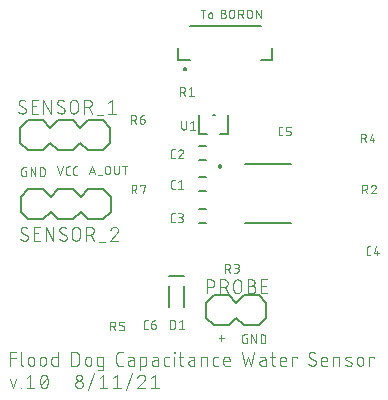
<source format=gbr>
G04 EAGLE Gerber RS-274X export*
G75*
%MOMM*%
%FSLAX34Y34*%
%LPD*%
%INSilkscreen Top*%
%IPPOS*%
%AMOC8*
5,1,8,0,0,1.08239X$1,22.5*%
G01*
%ADD10C,0.101600*%
%ADD11C,0.076200*%
%ADD12C,0.152400*%
%ADD13C,0.203200*%
%ADD14C,0.200000*%
%ADD15C,0.127000*%


D10*
X6350Y25654D02*
X6350Y37338D01*
X11543Y37338D01*
X11543Y32145D02*
X6350Y32145D01*
X15889Y27601D02*
X15889Y37338D01*
X15889Y27601D02*
X15891Y27514D01*
X15897Y27426D01*
X15907Y27340D01*
X15920Y27253D01*
X15938Y27168D01*
X15959Y27083D01*
X15984Y26999D01*
X16013Y26917D01*
X16046Y26836D01*
X16082Y26756D01*
X16121Y26678D01*
X16165Y26602D01*
X16211Y26528D01*
X16261Y26457D01*
X16314Y26387D01*
X16370Y26320D01*
X16429Y26256D01*
X16491Y26194D01*
X16555Y26135D01*
X16622Y26079D01*
X16692Y26026D01*
X16763Y25976D01*
X16837Y25930D01*
X16913Y25886D01*
X16991Y25847D01*
X17071Y25811D01*
X17152Y25778D01*
X17234Y25749D01*
X17318Y25724D01*
X17403Y25703D01*
X17488Y25685D01*
X17575Y25672D01*
X17661Y25662D01*
X17749Y25656D01*
X17836Y25654D01*
X21836Y28250D02*
X21836Y30847D01*
X21838Y30948D01*
X21844Y31048D01*
X21854Y31148D01*
X21867Y31248D01*
X21885Y31347D01*
X21906Y31446D01*
X21931Y31543D01*
X21960Y31640D01*
X21993Y31735D01*
X22029Y31829D01*
X22069Y31921D01*
X22112Y32012D01*
X22159Y32101D01*
X22209Y32188D01*
X22263Y32274D01*
X22320Y32357D01*
X22380Y32437D01*
X22443Y32516D01*
X22510Y32592D01*
X22579Y32665D01*
X22651Y32735D01*
X22725Y32803D01*
X22802Y32868D01*
X22882Y32929D01*
X22964Y32988D01*
X23048Y33043D01*
X23134Y33095D01*
X23222Y33144D01*
X23312Y33189D01*
X23404Y33231D01*
X23497Y33269D01*
X23592Y33303D01*
X23687Y33334D01*
X23784Y33361D01*
X23882Y33384D01*
X23981Y33404D01*
X24081Y33419D01*
X24181Y33431D01*
X24281Y33439D01*
X24382Y33443D01*
X24482Y33443D01*
X24583Y33439D01*
X24683Y33431D01*
X24783Y33419D01*
X24883Y33404D01*
X24982Y33384D01*
X25080Y33361D01*
X25177Y33334D01*
X25272Y33303D01*
X25367Y33269D01*
X25460Y33231D01*
X25552Y33189D01*
X25642Y33144D01*
X25730Y33095D01*
X25816Y33043D01*
X25900Y32988D01*
X25982Y32929D01*
X26062Y32868D01*
X26139Y32803D01*
X26213Y32735D01*
X26285Y32665D01*
X26354Y32592D01*
X26421Y32516D01*
X26484Y32437D01*
X26544Y32357D01*
X26601Y32274D01*
X26655Y32188D01*
X26705Y32101D01*
X26752Y32012D01*
X26795Y31921D01*
X26835Y31829D01*
X26871Y31735D01*
X26904Y31640D01*
X26933Y31543D01*
X26958Y31446D01*
X26979Y31347D01*
X26997Y31248D01*
X27010Y31148D01*
X27020Y31048D01*
X27026Y30948D01*
X27028Y30847D01*
X27028Y28250D01*
X27026Y28149D01*
X27020Y28049D01*
X27010Y27949D01*
X26997Y27849D01*
X26979Y27750D01*
X26958Y27651D01*
X26933Y27554D01*
X26904Y27457D01*
X26871Y27362D01*
X26835Y27268D01*
X26795Y27176D01*
X26752Y27085D01*
X26705Y26996D01*
X26655Y26909D01*
X26601Y26823D01*
X26544Y26740D01*
X26484Y26660D01*
X26421Y26581D01*
X26354Y26505D01*
X26285Y26432D01*
X26213Y26362D01*
X26139Y26294D01*
X26062Y26229D01*
X25982Y26168D01*
X25900Y26109D01*
X25816Y26054D01*
X25730Y26002D01*
X25642Y25953D01*
X25552Y25908D01*
X25460Y25866D01*
X25367Y25828D01*
X25272Y25794D01*
X25177Y25763D01*
X25080Y25736D01*
X24982Y25713D01*
X24883Y25693D01*
X24783Y25678D01*
X24683Y25666D01*
X24583Y25658D01*
X24482Y25654D01*
X24382Y25654D01*
X24281Y25658D01*
X24181Y25666D01*
X24081Y25678D01*
X23981Y25693D01*
X23882Y25713D01*
X23784Y25736D01*
X23687Y25763D01*
X23592Y25794D01*
X23497Y25828D01*
X23404Y25866D01*
X23312Y25908D01*
X23222Y25953D01*
X23134Y26002D01*
X23048Y26054D01*
X22964Y26109D01*
X22882Y26168D01*
X22802Y26229D01*
X22725Y26294D01*
X22651Y26362D01*
X22579Y26432D01*
X22510Y26505D01*
X22443Y26581D01*
X22380Y26660D01*
X22320Y26740D01*
X22263Y26823D01*
X22209Y26909D01*
X22159Y26996D01*
X22112Y27085D01*
X22069Y27176D01*
X22029Y27268D01*
X21993Y27362D01*
X21960Y27457D01*
X21931Y27554D01*
X21906Y27651D01*
X21885Y27750D01*
X21867Y27849D01*
X21854Y27949D01*
X21844Y28049D01*
X21838Y28149D01*
X21836Y28250D01*
X31742Y28250D02*
X31742Y30847D01*
X31744Y30948D01*
X31750Y31048D01*
X31760Y31148D01*
X31773Y31248D01*
X31791Y31347D01*
X31812Y31446D01*
X31837Y31543D01*
X31866Y31640D01*
X31899Y31735D01*
X31935Y31829D01*
X31975Y31921D01*
X32018Y32012D01*
X32065Y32101D01*
X32115Y32188D01*
X32169Y32274D01*
X32226Y32357D01*
X32286Y32437D01*
X32349Y32516D01*
X32416Y32592D01*
X32485Y32665D01*
X32557Y32735D01*
X32631Y32803D01*
X32708Y32868D01*
X32788Y32929D01*
X32870Y32988D01*
X32954Y33043D01*
X33040Y33095D01*
X33128Y33144D01*
X33218Y33189D01*
X33310Y33231D01*
X33403Y33269D01*
X33498Y33303D01*
X33593Y33334D01*
X33690Y33361D01*
X33788Y33384D01*
X33887Y33404D01*
X33987Y33419D01*
X34087Y33431D01*
X34187Y33439D01*
X34288Y33443D01*
X34388Y33443D01*
X34489Y33439D01*
X34589Y33431D01*
X34689Y33419D01*
X34789Y33404D01*
X34888Y33384D01*
X34986Y33361D01*
X35083Y33334D01*
X35178Y33303D01*
X35273Y33269D01*
X35366Y33231D01*
X35458Y33189D01*
X35548Y33144D01*
X35636Y33095D01*
X35722Y33043D01*
X35806Y32988D01*
X35888Y32929D01*
X35968Y32868D01*
X36045Y32803D01*
X36119Y32735D01*
X36191Y32665D01*
X36260Y32592D01*
X36327Y32516D01*
X36390Y32437D01*
X36450Y32357D01*
X36507Y32274D01*
X36561Y32188D01*
X36611Y32101D01*
X36658Y32012D01*
X36701Y31921D01*
X36741Y31829D01*
X36777Y31735D01*
X36810Y31640D01*
X36839Y31543D01*
X36864Y31446D01*
X36885Y31347D01*
X36903Y31248D01*
X36916Y31148D01*
X36926Y31048D01*
X36932Y30948D01*
X36934Y30847D01*
X36934Y28250D01*
X36932Y28149D01*
X36926Y28049D01*
X36916Y27949D01*
X36903Y27849D01*
X36885Y27750D01*
X36864Y27651D01*
X36839Y27554D01*
X36810Y27457D01*
X36777Y27362D01*
X36741Y27268D01*
X36701Y27176D01*
X36658Y27085D01*
X36611Y26996D01*
X36561Y26909D01*
X36507Y26823D01*
X36450Y26740D01*
X36390Y26660D01*
X36327Y26581D01*
X36260Y26505D01*
X36191Y26432D01*
X36119Y26362D01*
X36045Y26294D01*
X35968Y26229D01*
X35888Y26168D01*
X35806Y26109D01*
X35722Y26054D01*
X35636Y26002D01*
X35548Y25953D01*
X35458Y25908D01*
X35366Y25866D01*
X35273Y25828D01*
X35178Y25794D01*
X35083Y25763D01*
X34986Y25736D01*
X34888Y25713D01*
X34789Y25693D01*
X34689Y25678D01*
X34589Y25666D01*
X34489Y25658D01*
X34388Y25654D01*
X34288Y25654D01*
X34187Y25658D01*
X34087Y25666D01*
X33987Y25678D01*
X33887Y25693D01*
X33788Y25713D01*
X33690Y25736D01*
X33593Y25763D01*
X33498Y25794D01*
X33403Y25828D01*
X33310Y25866D01*
X33218Y25908D01*
X33128Y25953D01*
X33040Y26002D01*
X32954Y26054D01*
X32870Y26109D01*
X32788Y26168D01*
X32708Y26229D01*
X32631Y26294D01*
X32557Y26362D01*
X32485Y26432D01*
X32416Y26505D01*
X32349Y26581D01*
X32286Y26660D01*
X32226Y26740D01*
X32169Y26823D01*
X32115Y26909D01*
X32065Y26996D01*
X32018Y27085D01*
X31975Y27176D01*
X31935Y27268D01*
X31899Y27362D01*
X31866Y27457D01*
X31837Y27554D01*
X31812Y27651D01*
X31791Y27750D01*
X31773Y27849D01*
X31760Y27949D01*
X31750Y28049D01*
X31744Y28149D01*
X31742Y28250D01*
X46781Y25654D02*
X46781Y37338D01*
X46781Y25654D02*
X43536Y25654D01*
X43449Y25656D01*
X43361Y25662D01*
X43275Y25672D01*
X43188Y25685D01*
X43103Y25703D01*
X43018Y25724D01*
X42934Y25749D01*
X42852Y25778D01*
X42771Y25811D01*
X42691Y25847D01*
X42613Y25886D01*
X42537Y25930D01*
X42463Y25976D01*
X42392Y26026D01*
X42322Y26079D01*
X42255Y26135D01*
X42191Y26194D01*
X42129Y26256D01*
X42070Y26320D01*
X42014Y26387D01*
X41961Y26457D01*
X41911Y26528D01*
X41865Y26602D01*
X41821Y26678D01*
X41782Y26756D01*
X41746Y26836D01*
X41713Y26917D01*
X41684Y26999D01*
X41659Y27083D01*
X41638Y27168D01*
X41620Y27253D01*
X41607Y27340D01*
X41597Y27426D01*
X41591Y27514D01*
X41589Y27601D01*
X41589Y31496D01*
X41591Y31583D01*
X41597Y31671D01*
X41607Y31757D01*
X41620Y31844D01*
X41638Y31929D01*
X41659Y32014D01*
X41684Y32098D01*
X41713Y32180D01*
X41746Y32261D01*
X41782Y32341D01*
X41821Y32419D01*
X41865Y32495D01*
X41911Y32569D01*
X41961Y32640D01*
X42014Y32710D01*
X42070Y32777D01*
X42129Y32841D01*
X42191Y32903D01*
X42255Y32962D01*
X42322Y33018D01*
X42392Y33071D01*
X42463Y33121D01*
X42537Y33167D01*
X42613Y33211D01*
X42691Y33250D01*
X42771Y33286D01*
X42852Y33319D01*
X42934Y33348D01*
X43018Y33373D01*
X43103Y33394D01*
X43188Y33412D01*
X43275Y33425D01*
X43361Y33435D01*
X43449Y33441D01*
X43536Y33443D01*
X46781Y33443D01*
X58524Y37338D02*
X58524Y25654D01*
X58524Y37338D02*
X61770Y37338D01*
X61883Y37336D01*
X61996Y37330D01*
X62109Y37320D01*
X62222Y37306D01*
X62334Y37289D01*
X62445Y37267D01*
X62555Y37242D01*
X62665Y37212D01*
X62773Y37179D01*
X62880Y37142D01*
X62986Y37102D01*
X63090Y37057D01*
X63193Y37009D01*
X63294Y36958D01*
X63393Y36903D01*
X63490Y36845D01*
X63585Y36783D01*
X63678Y36718D01*
X63768Y36650D01*
X63856Y36579D01*
X63942Y36504D01*
X64025Y36427D01*
X64105Y36347D01*
X64182Y36264D01*
X64257Y36178D01*
X64328Y36090D01*
X64396Y36000D01*
X64461Y35907D01*
X64523Y35812D01*
X64581Y35715D01*
X64636Y35616D01*
X64687Y35515D01*
X64735Y35412D01*
X64780Y35308D01*
X64820Y35202D01*
X64857Y35095D01*
X64890Y34987D01*
X64920Y34877D01*
X64945Y34767D01*
X64967Y34656D01*
X64984Y34544D01*
X64998Y34431D01*
X65008Y34318D01*
X65014Y34205D01*
X65016Y34092D01*
X65015Y34092D02*
X65015Y28900D01*
X65016Y28900D02*
X65014Y28787D01*
X65008Y28674D01*
X64998Y28561D01*
X64984Y28448D01*
X64967Y28336D01*
X64945Y28225D01*
X64920Y28115D01*
X64890Y28005D01*
X64857Y27897D01*
X64820Y27790D01*
X64780Y27684D01*
X64735Y27580D01*
X64687Y27477D01*
X64636Y27376D01*
X64581Y27277D01*
X64523Y27180D01*
X64461Y27085D01*
X64396Y26992D01*
X64328Y26902D01*
X64257Y26814D01*
X64182Y26728D01*
X64105Y26645D01*
X64025Y26565D01*
X63942Y26488D01*
X63856Y26413D01*
X63768Y26342D01*
X63678Y26274D01*
X63585Y26209D01*
X63490Y26147D01*
X63393Y26089D01*
X63294Y26034D01*
X63193Y25983D01*
X63090Y25935D01*
X62986Y25890D01*
X62880Y25850D01*
X62773Y25813D01*
X62665Y25780D01*
X62555Y25750D01*
X62445Y25725D01*
X62334Y25703D01*
X62222Y25686D01*
X62109Y25672D01*
X61996Y25662D01*
X61883Y25656D01*
X61770Y25654D01*
X58524Y25654D01*
X70222Y28250D02*
X70222Y30847D01*
X70223Y30847D02*
X70225Y30948D01*
X70231Y31048D01*
X70241Y31148D01*
X70254Y31248D01*
X70272Y31347D01*
X70293Y31446D01*
X70318Y31543D01*
X70347Y31640D01*
X70380Y31735D01*
X70416Y31829D01*
X70456Y31921D01*
X70499Y32012D01*
X70546Y32101D01*
X70596Y32188D01*
X70650Y32274D01*
X70707Y32357D01*
X70767Y32437D01*
X70830Y32516D01*
X70897Y32592D01*
X70966Y32665D01*
X71038Y32735D01*
X71112Y32803D01*
X71189Y32868D01*
X71269Y32929D01*
X71351Y32988D01*
X71435Y33043D01*
X71521Y33095D01*
X71609Y33144D01*
X71699Y33189D01*
X71791Y33231D01*
X71884Y33269D01*
X71979Y33303D01*
X72074Y33334D01*
X72171Y33361D01*
X72269Y33384D01*
X72368Y33404D01*
X72468Y33419D01*
X72568Y33431D01*
X72668Y33439D01*
X72769Y33443D01*
X72869Y33443D01*
X72970Y33439D01*
X73070Y33431D01*
X73170Y33419D01*
X73270Y33404D01*
X73369Y33384D01*
X73467Y33361D01*
X73564Y33334D01*
X73659Y33303D01*
X73754Y33269D01*
X73847Y33231D01*
X73939Y33189D01*
X74029Y33144D01*
X74117Y33095D01*
X74203Y33043D01*
X74287Y32988D01*
X74369Y32929D01*
X74449Y32868D01*
X74526Y32803D01*
X74600Y32735D01*
X74672Y32665D01*
X74741Y32592D01*
X74808Y32516D01*
X74871Y32437D01*
X74931Y32357D01*
X74988Y32274D01*
X75042Y32188D01*
X75092Y32101D01*
X75139Y32012D01*
X75182Y31921D01*
X75222Y31829D01*
X75258Y31735D01*
X75291Y31640D01*
X75320Y31543D01*
X75345Y31446D01*
X75366Y31347D01*
X75384Y31248D01*
X75397Y31148D01*
X75407Y31048D01*
X75413Y30948D01*
X75415Y30847D01*
X75415Y28250D01*
X75413Y28149D01*
X75407Y28049D01*
X75397Y27949D01*
X75384Y27849D01*
X75366Y27750D01*
X75345Y27651D01*
X75320Y27554D01*
X75291Y27457D01*
X75258Y27362D01*
X75222Y27268D01*
X75182Y27176D01*
X75139Y27085D01*
X75092Y26996D01*
X75042Y26909D01*
X74988Y26823D01*
X74931Y26740D01*
X74871Y26660D01*
X74808Y26581D01*
X74741Y26505D01*
X74672Y26432D01*
X74600Y26362D01*
X74526Y26294D01*
X74449Y26229D01*
X74369Y26168D01*
X74287Y26109D01*
X74203Y26054D01*
X74117Y26002D01*
X74029Y25953D01*
X73939Y25908D01*
X73847Y25866D01*
X73754Y25828D01*
X73659Y25794D01*
X73564Y25763D01*
X73467Y25736D01*
X73369Y25713D01*
X73270Y25693D01*
X73170Y25678D01*
X73070Y25666D01*
X72970Y25658D01*
X72869Y25654D01*
X72769Y25654D01*
X72668Y25658D01*
X72568Y25666D01*
X72468Y25678D01*
X72368Y25693D01*
X72269Y25713D01*
X72171Y25736D01*
X72074Y25763D01*
X71979Y25794D01*
X71884Y25828D01*
X71791Y25866D01*
X71699Y25908D01*
X71609Y25953D01*
X71521Y26002D01*
X71435Y26054D01*
X71351Y26109D01*
X71269Y26168D01*
X71189Y26229D01*
X71112Y26294D01*
X71038Y26362D01*
X70966Y26432D01*
X70897Y26505D01*
X70830Y26581D01*
X70767Y26660D01*
X70707Y26740D01*
X70650Y26823D01*
X70596Y26909D01*
X70546Y26996D01*
X70499Y27085D01*
X70456Y27176D01*
X70416Y27268D01*
X70380Y27362D01*
X70347Y27457D01*
X70318Y27554D01*
X70293Y27651D01*
X70272Y27750D01*
X70254Y27849D01*
X70241Y27949D01*
X70231Y28049D01*
X70225Y28149D01*
X70223Y28250D01*
X82017Y25654D02*
X85262Y25654D01*
X82017Y25654D02*
X81930Y25656D01*
X81842Y25662D01*
X81756Y25672D01*
X81669Y25685D01*
X81584Y25703D01*
X81499Y25724D01*
X81415Y25749D01*
X81333Y25778D01*
X81252Y25811D01*
X81172Y25847D01*
X81094Y25886D01*
X81018Y25930D01*
X80944Y25976D01*
X80873Y26026D01*
X80803Y26079D01*
X80736Y26135D01*
X80672Y26194D01*
X80610Y26256D01*
X80551Y26320D01*
X80495Y26387D01*
X80442Y26457D01*
X80392Y26528D01*
X80346Y26602D01*
X80302Y26678D01*
X80263Y26756D01*
X80227Y26836D01*
X80194Y26917D01*
X80165Y26999D01*
X80140Y27083D01*
X80119Y27168D01*
X80101Y27253D01*
X80088Y27340D01*
X80078Y27426D01*
X80072Y27514D01*
X80070Y27601D01*
X80070Y31496D01*
X80072Y31583D01*
X80078Y31671D01*
X80088Y31757D01*
X80101Y31844D01*
X80119Y31929D01*
X80140Y32014D01*
X80165Y32098D01*
X80194Y32180D01*
X80227Y32261D01*
X80263Y32341D01*
X80302Y32419D01*
X80346Y32495D01*
X80392Y32569D01*
X80442Y32640D01*
X80495Y32710D01*
X80551Y32777D01*
X80610Y32841D01*
X80672Y32903D01*
X80736Y32962D01*
X80803Y33018D01*
X80873Y33071D01*
X80944Y33121D01*
X81018Y33167D01*
X81094Y33211D01*
X81172Y33250D01*
X81252Y33286D01*
X81333Y33319D01*
X81415Y33348D01*
X81499Y33373D01*
X81584Y33394D01*
X81669Y33412D01*
X81756Y33425D01*
X81842Y33435D01*
X81930Y33441D01*
X82017Y33443D01*
X85262Y33443D01*
X85262Y23707D01*
X85260Y23620D01*
X85254Y23532D01*
X85244Y23446D01*
X85231Y23359D01*
X85213Y23274D01*
X85192Y23189D01*
X85167Y23105D01*
X85138Y23023D01*
X85105Y22942D01*
X85069Y22862D01*
X85030Y22784D01*
X84986Y22708D01*
X84940Y22634D01*
X84890Y22563D01*
X84837Y22493D01*
X84781Y22426D01*
X84722Y22362D01*
X84661Y22300D01*
X84596Y22241D01*
X84529Y22185D01*
X84459Y22132D01*
X84388Y22082D01*
X84314Y22036D01*
X84238Y21992D01*
X84160Y21953D01*
X84080Y21917D01*
X83999Y21884D01*
X83917Y21855D01*
X83833Y21830D01*
X83748Y21809D01*
X83663Y21791D01*
X83576Y21778D01*
X83490Y21768D01*
X83402Y21762D01*
X83315Y21760D01*
X83315Y21759D02*
X80719Y21759D01*
X99188Y25654D02*
X101784Y25654D01*
X99188Y25654D02*
X99089Y25656D01*
X98989Y25662D01*
X98890Y25671D01*
X98792Y25684D01*
X98694Y25701D01*
X98596Y25722D01*
X98500Y25747D01*
X98405Y25775D01*
X98311Y25807D01*
X98218Y25842D01*
X98126Y25881D01*
X98036Y25924D01*
X97948Y25969D01*
X97861Y26019D01*
X97777Y26071D01*
X97694Y26127D01*
X97614Y26185D01*
X97536Y26247D01*
X97461Y26312D01*
X97388Y26380D01*
X97318Y26450D01*
X97250Y26523D01*
X97185Y26598D01*
X97123Y26676D01*
X97065Y26756D01*
X97009Y26839D01*
X96957Y26923D01*
X96907Y27010D01*
X96862Y27098D01*
X96819Y27188D01*
X96780Y27280D01*
X96745Y27373D01*
X96713Y27467D01*
X96685Y27562D01*
X96660Y27658D01*
X96639Y27756D01*
X96622Y27854D01*
X96609Y27952D01*
X96600Y28051D01*
X96594Y28151D01*
X96592Y28250D01*
X96591Y28250D02*
X96591Y34742D01*
X96592Y34742D02*
X96594Y34841D01*
X96600Y34941D01*
X96609Y35040D01*
X96622Y35138D01*
X96639Y35236D01*
X96660Y35334D01*
X96685Y35430D01*
X96713Y35525D01*
X96745Y35619D01*
X96780Y35712D01*
X96819Y35804D01*
X96862Y35894D01*
X96907Y35982D01*
X96957Y36069D01*
X97009Y36153D01*
X97065Y36236D01*
X97123Y36316D01*
X97185Y36394D01*
X97250Y36469D01*
X97318Y36542D01*
X97388Y36612D01*
X97461Y36680D01*
X97536Y36745D01*
X97614Y36807D01*
X97694Y36865D01*
X97777Y36921D01*
X97861Y36973D01*
X97948Y37023D01*
X98036Y37068D01*
X98126Y37111D01*
X98218Y37150D01*
X98310Y37185D01*
X98405Y37217D01*
X98500Y37245D01*
X98596Y37270D01*
X98694Y37291D01*
X98792Y37308D01*
X98890Y37321D01*
X98989Y37330D01*
X99089Y37336D01*
X99188Y37338D01*
X101784Y37338D01*
X108249Y30198D02*
X111170Y30198D01*
X108249Y30198D02*
X108155Y30196D01*
X108061Y30190D01*
X107968Y30181D01*
X107875Y30167D01*
X107783Y30150D01*
X107691Y30128D01*
X107601Y30104D01*
X107511Y30075D01*
X107423Y30043D01*
X107336Y30007D01*
X107251Y29967D01*
X107168Y29924D01*
X107086Y29878D01*
X107006Y29828D01*
X106929Y29775D01*
X106854Y29719D01*
X106781Y29660D01*
X106710Y29598D01*
X106642Y29533D01*
X106577Y29465D01*
X106515Y29394D01*
X106456Y29321D01*
X106400Y29246D01*
X106347Y29169D01*
X106297Y29089D01*
X106251Y29007D01*
X106208Y28924D01*
X106168Y28839D01*
X106132Y28752D01*
X106100Y28664D01*
X106071Y28574D01*
X106047Y28484D01*
X106025Y28392D01*
X106008Y28300D01*
X105994Y28207D01*
X105985Y28114D01*
X105979Y28020D01*
X105977Y27926D01*
X105979Y27832D01*
X105985Y27738D01*
X105994Y27645D01*
X106008Y27552D01*
X106025Y27460D01*
X106047Y27368D01*
X106071Y27278D01*
X106100Y27188D01*
X106132Y27100D01*
X106168Y27013D01*
X106208Y26928D01*
X106251Y26845D01*
X106297Y26763D01*
X106347Y26683D01*
X106400Y26606D01*
X106456Y26531D01*
X106515Y26458D01*
X106577Y26387D01*
X106642Y26319D01*
X106710Y26254D01*
X106781Y26192D01*
X106854Y26133D01*
X106929Y26077D01*
X107006Y26024D01*
X107086Y25974D01*
X107168Y25928D01*
X107251Y25885D01*
X107336Y25845D01*
X107423Y25809D01*
X107511Y25777D01*
X107601Y25748D01*
X107691Y25724D01*
X107783Y25702D01*
X107875Y25685D01*
X107968Y25671D01*
X108061Y25662D01*
X108155Y25656D01*
X108249Y25654D01*
X111170Y25654D01*
X111170Y31496D01*
X111168Y31583D01*
X111162Y31671D01*
X111152Y31757D01*
X111139Y31844D01*
X111121Y31929D01*
X111100Y32014D01*
X111075Y32098D01*
X111046Y32180D01*
X111013Y32261D01*
X110977Y32341D01*
X110938Y32419D01*
X110894Y32495D01*
X110848Y32569D01*
X110798Y32640D01*
X110745Y32710D01*
X110689Y32777D01*
X110630Y32841D01*
X110568Y32903D01*
X110504Y32962D01*
X110437Y33018D01*
X110367Y33071D01*
X110296Y33121D01*
X110222Y33167D01*
X110146Y33211D01*
X110068Y33250D01*
X109988Y33286D01*
X109907Y33319D01*
X109825Y33348D01*
X109741Y33373D01*
X109656Y33394D01*
X109571Y33412D01*
X109484Y33425D01*
X109398Y33435D01*
X109310Y33441D01*
X109223Y33443D01*
X106627Y33443D01*
X116763Y33443D02*
X116763Y21759D01*
X116763Y33443D02*
X120009Y33443D01*
X120096Y33441D01*
X120184Y33435D01*
X120270Y33425D01*
X120357Y33412D01*
X120442Y33394D01*
X120527Y33373D01*
X120611Y33348D01*
X120693Y33319D01*
X120774Y33286D01*
X120854Y33250D01*
X120932Y33211D01*
X121008Y33167D01*
X121082Y33121D01*
X121153Y33071D01*
X121223Y33018D01*
X121290Y32962D01*
X121354Y32903D01*
X121416Y32842D01*
X121475Y32777D01*
X121531Y32710D01*
X121584Y32640D01*
X121634Y32569D01*
X121680Y32495D01*
X121724Y32419D01*
X121763Y32341D01*
X121799Y32261D01*
X121832Y32180D01*
X121861Y32098D01*
X121886Y32014D01*
X121907Y31929D01*
X121925Y31844D01*
X121938Y31757D01*
X121948Y31671D01*
X121954Y31583D01*
X121956Y31496D01*
X121956Y27601D01*
X121954Y27514D01*
X121948Y27426D01*
X121938Y27340D01*
X121925Y27253D01*
X121907Y27168D01*
X121886Y27083D01*
X121861Y26999D01*
X121832Y26917D01*
X121799Y26836D01*
X121763Y26756D01*
X121724Y26678D01*
X121680Y26602D01*
X121634Y26528D01*
X121584Y26457D01*
X121531Y26387D01*
X121475Y26320D01*
X121416Y26256D01*
X121354Y26194D01*
X121290Y26135D01*
X121223Y26079D01*
X121153Y26026D01*
X121082Y25976D01*
X121008Y25930D01*
X120932Y25886D01*
X120854Y25847D01*
X120774Y25811D01*
X120693Y25778D01*
X120611Y25749D01*
X120527Y25724D01*
X120442Y25703D01*
X120357Y25685D01*
X120270Y25672D01*
X120184Y25662D01*
X120096Y25656D01*
X120009Y25654D01*
X116763Y25654D01*
X128823Y30198D02*
X131744Y30198D01*
X128823Y30198D02*
X128729Y30196D01*
X128635Y30190D01*
X128542Y30181D01*
X128449Y30167D01*
X128357Y30150D01*
X128265Y30128D01*
X128175Y30104D01*
X128085Y30075D01*
X127997Y30043D01*
X127910Y30007D01*
X127825Y29967D01*
X127742Y29924D01*
X127660Y29878D01*
X127580Y29828D01*
X127503Y29775D01*
X127428Y29719D01*
X127355Y29660D01*
X127284Y29598D01*
X127216Y29533D01*
X127151Y29465D01*
X127089Y29394D01*
X127030Y29321D01*
X126974Y29246D01*
X126921Y29169D01*
X126871Y29089D01*
X126825Y29007D01*
X126782Y28924D01*
X126742Y28839D01*
X126706Y28752D01*
X126674Y28664D01*
X126645Y28574D01*
X126621Y28484D01*
X126599Y28392D01*
X126582Y28300D01*
X126568Y28207D01*
X126559Y28114D01*
X126553Y28020D01*
X126551Y27926D01*
X126553Y27832D01*
X126559Y27738D01*
X126568Y27645D01*
X126582Y27552D01*
X126599Y27460D01*
X126621Y27368D01*
X126645Y27278D01*
X126674Y27188D01*
X126706Y27100D01*
X126742Y27013D01*
X126782Y26928D01*
X126825Y26845D01*
X126871Y26763D01*
X126921Y26683D01*
X126974Y26606D01*
X127030Y26531D01*
X127089Y26458D01*
X127151Y26387D01*
X127216Y26319D01*
X127284Y26254D01*
X127355Y26192D01*
X127428Y26133D01*
X127503Y26077D01*
X127580Y26024D01*
X127660Y25974D01*
X127742Y25928D01*
X127825Y25885D01*
X127910Y25845D01*
X127997Y25809D01*
X128085Y25777D01*
X128175Y25748D01*
X128265Y25724D01*
X128357Y25702D01*
X128449Y25685D01*
X128542Y25671D01*
X128635Y25662D01*
X128729Y25656D01*
X128823Y25654D01*
X131744Y25654D01*
X131744Y31496D01*
X131742Y31583D01*
X131736Y31671D01*
X131726Y31757D01*
X131713Y31844D01*
X131695Y31929D01*
X131674Y32014D01*
X131649Y32098D01*
X131620Y32180D01*
X131587Y32261D01*
X131551Y32341D01*
X131512Y32419D01*
X131468Y32495D01*
X131422Y32569D01*
X131372Y32640D01*
X131319Y32710D01*
X131263Y32777D01*
X131204Y32841D01*
X131142Y32903D01*
X131078Y32962D01*
X131011Y33018D01*
X130941Y33071D01*
X130870Y33121D01*
X130796Y33167D01*
X130720Y33211D01*
X130642Y33250D01*
X130562Y33286D01*
X130481Y33319D01*
X130399Y33348D01*
X130315Y33373D01*
X130230Y33394D01*
X130145Y33412D01*
X130058Y33425D01*
X129972Y33435D01*
X129884Y33441D01*
X129797Y33443D01*
X127201Y33443D01*
X138858Y25654D02*
X141454Y25654D01*
X138858Y25654D02*
X138771Y25656D01*
X138683Y25662D01*
X138597Y25672D01*
X138510Y25685D01*
X138425Y25703D01*
X138340Y25724D01*
X138256Y25749D01*
X138174Y25778D01*
X138093Y25811D01*
X138013Y25847D01*
X137935Y25886D01*
X137859Y25930D01*
X137785Y25976D01*
X137714Y26026D01*
X137644Y26079D01*
X137577Y26135D01*
X137513Y26194D01*
X137451Y26256D01*
X137392Y26320D01*
X137336Y26387D01*
X137283Y26457D01*
X137233Y26528D01*
X137187Y26602D01*
X137143Y26678D01*
X137104Y26756D01*
X137068Y26836D01*
X137035Y26917D01*
X137006Y26999D01*
X136981Y27083D01*
X136960Y27168D01*
X136942Y27253D01*
X136929Y27340D01*
X136919Y27426D01*
X136913Y27514D01*
X136911Y27601D01*
X136911Y31496D01*
X136913Y31583D01*
X136919Y31671D01*
X136929Y31757D01*
X136942Y31844D01*
X136960Y31929D01*
X136981Y32014D01*
X137006Y32098D01*
X137035Y32180D01*
X137068Y32261D01*
X137104Y32341D01*
X137143Y32419D01*
X137187Y32495D01*
X137233Y32569D01*
X137283Y32640D01*
X137336Y32710D01*
X137392Y32777D01*
X137451Y32841D01*
X137513Y32903D01*
X137577Y32962D01*
X137644Y33018D01*
X137714Y33071D01*
X137785Y33121D01*
X137859Y33167D01*
X137935Y33211D01*
X138013Y33250D01*
X138093Y33286D01*
X138174Y33319D01*
X138256Y33348D01*
X138340Y33373D01*
X138425Y33394D01*
X138510Y33412D01*
X138597Y33425D01*
X138683Y33435D01*
X138771Y33441D01*
X138858Y33443D01*
X141454Y33443D01*
X145590Y33443D02*
X145590Y25654D01*
X145265Y36689D02*
X145265Y37338D01*
X145914Y37338D01*
X145914Y36689D01*
X145265Y36689D01*
X149265Y33443D02*
X153160Y33443D01*
X150563Y37338D02*
X150563Y27601D01*
X150564Y27601D02*
X150566Y27514D01*
X150572Y27426D01*
X150582Y27340D01*
X150595Y27253D01*
X150613Y27168D01*
X150634Y27083D01*
X150659Y26999D01*
X150688Y26917D01*
X150721Y26836D01*
X150757Y26756D01*
X150796Y26678D01*
X150840Y26602D01*
X150886Y26528D01*
X150936Y26457D01*
X150989Y26387D01*
X151045Y26320D01*
X151104Y26256D01*
X151166Y26194D01*
X151230Y26135D01*
X151297Y26079D01*
X151367Y26026D01*
X151438Y25976D01*
X151512Y25930D01*
X151588Y25886D01*
X151666Y25847D01*
X151746Y25811D01*
X151827Y25778D01*
X151909Y25749D01*
X151993Y25724D01*
X152078Y25703D01*
X152163Y25685D01*
X152250Y25672D01*
X152336Y25662D01*
X152424Y25656D01*
X152511Y25654D01*
X153160Y25654D01*
X159684Y30198D02*
X162605Y30198D01*
X159684Y30198D02*
X159590Y30196D01*
X159496Y30190D01*
X159403Y30181D01*
X159310Y30167D01*
X159218Y30150D01*
X159126Y30128D01*
X159036Y30104D01*
X158946Y30075D01*
X158858Y30043D01*
X158771Y30007D01*
X158686Y29967D01*
X158603Y29924D01*
X158521Y29878D01*
X158441Y29828D01*
X158364Y29775D01*
X158289Y29719D01*
X158216Y29660D01*
X158145Y29598D01*
X158077Y29533D01*
X158012Y29465D01*
X157950Y29394D01*
X157891Y29321D01*
X157835Y29246D01*
X157782Y29169D01*
X157732Y29089D01*
X157686Y29007D01*
X157643Y28924D01*
X157603Y28839D01*
X157567Y28752D01*
X157535Y28664D01*
X157506Y28574D01*
X157482Y28484D01*
X157460Y28392D01*
X157443Y28300D01*
X157429Y28207D01*
X157420Y28114D01*
X157414Y28020D01*
X157412Y27926D01*
X157414Y27832D01*
X157420Y27738D01*
X157429Y27645D01*
X157443Y27552D01*
X157460Y27460D01*
X157482Y27368D01*
X157506Y27278D01*
X157535Y27188D01*
X157567Y27100D01*
X157603Y27013D01*
X157643Y26928D01*
X157686Y26845D01*
X157732Y26763D01*
X157782Y26683D01*
X157835Y26606D01*
X157891Y26531D01*
X157950Y26458D01*
X158012Y26387D01*
X158077Y26319D01*
X158145Y26254D01*
X158216Y26192D01*
X158289Y26133D01*
X158364Y26077D01*
X158441Y26024D01*
X158521Y25974D01*
X158603Y25928D01*
X158686Y25885D01*
X158771Y25845D01*
X158858Y25809D01*
X158946Y25777D01*
X159036Y25748D01*
X159126Y25724D01*
X159218Y25702D01*
X159310Y25685D01*
X159403Y25671D01*
X159496Y25662D01*
X159590Y25656D01*
X159684Y25654D01*
X162605Y25654D01*
X162605Y31496D01*
X162603Y31583D01*
X162597Y31671D01*
X162587Y31757D01*
X162574Y31844D01*
X162556Y31929D01*
X162535Y32014D01*
X162510Y32098D01*
X162481Y32180D01*
X162448Y32261D01*
X162412Y32341D01*
X162373Y32419D01*
X162329Y32495D01*
X162283Y32569D01*
X162233Y32640D01*
X162180Y32710D01*
X162124Y32777D01*
X162065Y32841D01*
X162003Y32903D01*
X161939Y32962D01*
X161872Y33018D01*
X161802Y33071D01*
X161731Y33121D01*
X161657Y33167D01*
X161581Y33211D01*
X161503Y33250D01*
X161423Y33286D01*
X161342Y33319D01*
X161260Y33348D01*
X161176Y33373D01*
X161091Y33394D01*
X161006Y33412D01*
X160919Y33425D01*
X160833Y33435D01*
X160745Y33441D01*
X160658Y33443D01*
X158061Y33443D01*
X168139Y33443D02*
X168139Y25654D01*
X168139Y33443D02*
X171385Y33443D01*
X171472Y33441D01*
X171560Y33435D01*
X171646Y33425D01*
X171733Y33412D01*
X171818Y33394D01*
X171903Y33373D01*
X171987Y33348D01*
X172069Y33319D01*
X172150Y33286D01*
X172230Y33250D01*
X172308Y33211D01*
X172384Y33167D01*
X172458Y33121D01*
X172529Y33071D01*
X172599Y33018D01*
X172666Y32962D01*
X172730Y32903D01*
X172792Y32842D01*
X172851Y32777D01*
X172907Y32710D01*
X172960Y32640D01*
X173010Y32569D01*
X173056Y32495D01*
X173100Y32419D01*
X173139Y32341D01*
X173175Y32261D01*
X173208Y32180D01*
X173237Y32098D01*
X173262Y32014D01*
X173283Y31929D01*
X173301Y31844D01*
X173314Y31757D01*
X173324Y31671D01*
X173330Y31583D01*
X173332Y31496D01*
X173332Y25654D01*
X180387Y25654D02*
X182983Y25654D01*
X180387Y25654D02*
X180300Y25656D01*
X180212Y25662D01*
X180126Y25672D01*
X180039Y25685D01*
X179954Y25703D01*
X179869Y25724D01*
X179785Y25749D01*
X179703Y25778D01*
X179622Y25811D01*
X179542Y25847D01*
X179464Y25886D01*
X179388Y25930D01*
X179314Y25976D01*
X179243Y26026D01*
X179173Y26079D01*
X179106Y26135D01*
X179042Y26194D01*
X178980Y26256D01*
X178921Y26320D01*
X178865Y26387D01*
X178812Y26457D01*
X178762Y26528D01*
X178716Y26602D01*
X178672Y26678D01*
X178633Y26756D01*
X178597Y26836D01*
X178564Y26917D01*
X178535Y26999D01*
X178510Y27083D01*
X178489Y27168D01*
X178471Y27253D01*
X178458Y27340D01*
X178448Y27426D01*
X178442Y27514D01*
X178440Y27601D01*
X178439Y27601D02*
X178439Y31496D01*
X178440Y31496D02*
X178442Y31583D01*
X178448Y31671D01*
X178458Y31757D01*
X178471Y31844D01*
X178489Y31929D01*
X178510Y32014D01*
X178535Y32098D01*
X178564Y32180D01*
X178597Y32261D01*
X178633Y32341D01*
X178672Y32419D01*
X178716Y32495D01*
X178762Y32569D01*
X178812Y32640D01*
X178865Y32710D01*
X178921Y32777D01*
X178980Y32841D01*
X179042Y32903D01*
X179106Y32962D01*
X179173Y33018D01*
X179243Y33071D01*
X179314Y33121D01*
X179388Y33167D01*
X179464Y33211D01*
X179542Y33250D01*
X179622Y33286D01*
X179703Y33319D01*
X179785Y33348D01*
X179869Y33373D01*
X179954Y33394D01*
X180039Y33412D01*
X180126Y33425D01*
X180212Y33435D01*
X180300Y33441D01*
X180387Y33443D01*
X182983Y33443D01*
X189136Y25654D02*
X192382Y25654D01*
X189136Y25654D02*
X189049Y25656D01*
X188961Y25662D01*
X188875Y25672D01*
X188788Y25685D01*
X188703Y25703D01*
X188618Y25724D01*
X188534Y25749D01*
X188452Y25778D01*
X188371Y25811D01*
X188291Y25847D01*
X188213Y25886D01*
X188137Y25930D01*
X188063Y25976D01*
X187992Y26026D01*
X187922Y26079D01*
X187855Y26135D01*
X187791Y26194D01*
X187729Y26256D01*
X187670Y26320D01*
X187614Y26387D01*
X187561Y26457D01*
X187511Y26528D01*
X187465Y26602D01*
X187421Y26678D01*
X187382Y26756D01*
X187346Y26836D01*
X187313Y26917D01*
X187284Y26999D01*
X187259Y27083D01*
X187238Y27168D01*
X187220Y27253D01*
X187207Y27340D01*
X187197Y27426D01*
X187191Y27514D01*
X187189Y27601D01*
X187189Y30847D01*
X187190Y30847D02*
X187192Y30948D01*
X187198Y31048D01*
X187208Y31148D01*
X187221Y31248D01*
X187239Y31347D01*
X187260Y31446D01*
X187285Y31543D01*
X187314Y31640D01*
X187347Y31735D01*
X187383Y31829D01*
X187423Y31921D01*
X187466Y32012D01*
X187513Y32101D01*
X187563Y32188D01*
X187617Y32274D01*
X187674Y32357D01*
X187734Y32437D01*
X187797Y32516D01*
X187864Y32592D01*
X187933Y32665D01*
X188005Y32735D01*
X188079Y32803D01*
X188156Y32868D01*
X188236Y32929D01*
X188318Y32988D01*
X188402Y33043D01*
X188488Y33095D01*
X188576Y33144D01*
X188666Y33189D01*
X188758Y33231D01*
X188851Y33269D01*
X188946Y33303D01*
X189041Y33334D01*
X189138Y33361D01*
X189236Y33384D01*
X189335Y33404D01*
X189435Y33419D01*
X189535Y33431D01*
X189635Y33439D01*
X189736Y33443D01*
X189836Y33443D01*
X189937Y33439D01*
X190037Y33431D01*
X190137Y33419D01*
X190237Y33404D01*
X190336Y33384D01*
X190434Y33361D01*
X190531Y33334D01*
X190626Y33303D01*
X190721Y33269D01*
X190814Y33231D01*
X190906Y33189D01*
X190996Y33144D01*
X191084Y33095D01*
X191170Y33043D01*
X191254Y32988D01*
X191336Y32929D01*
X191416Y32868D01*
X191493Y32803D01*
X191567Y32735D01*
X191639Y32665D01*
X191708Y32592D01*
X191775Y32516D01*
X191838Y32437D01*
X191898Y32357D01*
X191955Y32274D01*
X192009Y32188D01*
X192059Y32101D01*
X192106Y32012D01*
X192149Y31921D01*
X192189Y31829D01*
X192225Y31735D01*
X192258Y31640D01*
X192287Y31543D01*
X192312Y31446D01*
X192333Y31347D01*
X192351Y31248D01*
X192364Y31148D01*
X192374Y31048D01*
X192380Y30948D01*
X192382Y30847D01*
X192382Y29549D01*
X187189Y29549D01*
X202881Y37338D02*
X205477Y25654D01*
X208074Y33443D01*
X210670Y25654D01*
X213266Y37338D01*
X219882Y30198D02*
X222803Y30198D01*
X219882Y30198D02*
X219788Y30196D01*
X219694Y30190D01*
X219601Y30181D01*
X219508Y30167D01*
X219416Y30150D01*
X219324Y30128D01*
X219234Y30104D01*
X219144Y30075D01*
X219056Y30043D01*
X218969Y30007D01*
X218884Y29967D01*
X218801Y29924D01*
X218719Y29878D01*
X218639Y29828D01*
X218562Y29775D01*
X218487Y29719D01*
X218414Y29660D01*
X218343Y29598D01*
X218275Y29533D01*
X218210Y29465D01*
X218148Y29394D01*
X218089Y29321D01*
X218033Y29246D01*
X217980Y29169D01*
X217930Y29089D01*
X217884Y29007D01*
X217841Y28924D01*
X217801Y28839D01*
X217765Y28752D01*
X217733Y28664D01*
X217704Y28574D01*
X217680Y28484D01*
X217658Y28392D01*
X217641Y28300D01*
X217627Y28207D01*
X217618Y28114D01*
X217612Y28020D01*
X217610Y27926D01*
X217612Y27832D01*
X217618Y27738D01*
X217627Y27645D01*
X217641Y27552D01*
X217658Y27460D01*
X217680Y27368D01*
X217704Y27278D01*
X217733Y27188D01*
X217765Y27100D01*
X217801Y27013D01*
X217841Y26928D01*
X217884Y26845D01*
X217930Y26763D01*
X217980Y26683D01*
X218033Y26606D01*
X218089Y26531D01*
X218148Y26458D01*
X218210Y26387D01*
X218275Y26319D01*
X218343Y26254D01*
X218414Y26192D01*
X218487Y26133D01*
X218562Y26077D01*
X218639Y26024D01*
X218719Y25974D01*
X218801Y25928D01*
X218884Y25885D01*
X218969Y25845D01*
X219056Y25809D01*
X219144Y25777D01*
X219234Y25748D01*
X219324Y25724D01*
X219416Y25702D01*
X219508Y25685D01*
X219601Y25671D01*
X219694Y25662D01*
X219788Y25656D01*
X219882Y25654D01*
X222803Y25654D01*
X222803Y31496D01*
X222801Y31583D01*
X222795Y31671D01*
X222785Y31757D01*
X222772Y31844D01*
X222754Y31929D01*
X222733Y32014D01*
X222708Y32098D01*
X222679Y32180D01*
X222646Y32261D01*
X222610Y32341D01*
X222571Y32419D01*
X222527Y32495D01*
X222481Y32569D01*
X222431Y32640D01*
X222378Y32710D01*
X222322Y32777D01*
X222263Y32841D01*
X222201Y32903D01*
X222137Y32962D01*
X222070Y33018D01*
X222000Y33071D01*
X221929Y33121D01*
X221855Y33167D01*
X221779Y33211D01*
X221701Y33250D01*
X221621Y33286D01*
X221540Y33319D01*
X221458Y33348D01*
X221374Y33373D01*
X221289Y33394D01*
X221204Y33412D01*
X221117Y33425D01*
X221031Y33435D01*
X220943Y33441D01*
X220856Y33443D01*
X218259Y33443D01*
X226989Y33443D02*
X230884Y33443D01*
X228287Y37338D02*
X228287Y27601D01*
X228289Y27514D01*
X228295Y27426D01*
X228305Y27340D01*
X228318Y27253D01*
X228336Y27168D01*
X228357Y27083D01*
X228382Y26999D01*
X228411Y26917D01*
X228444Y26836D01*
X228480Y26756D01*
X228519Y26678D01*
X228563Y26602D01*
X228609Y26528D01*
X228659Y26457D01*
X228712Y26387D01*
X228768Y26320D01*
X228827Y26256D01*
X228889Y26194D01*
X228953Y26135D01*
X229020Y26079D01*
X229090Y26026D01*
X229161Y25976D01*
X229235Y25930D01*
X229311Y25886D01*
X229389Y25847D01*
X229469Y25811D01*
X229550Y25778D01*
X229632Y25749D01*
X229716Y25724D01*
X229801Y25703D01*
X229886Y25685D01*
X229973Y25672D01*
X230059Y25662D01*
X230147Y25656D01*
X230234Y25654D01*
X230884Y25654D01*
X237142Y25654D02*
X240388Y25654D01*
X237142Y25654D02*
X237055Y25656D01*
X236967Y25662D01*
X236881Y25672D01*
X236794Y25685D01*
X236709Y25703D01*
X236624Y25724D01*
X236540Y25749D01*
X236458Y25778D01*
X236377Y25811D01*
X236297Y25847D01*
X236219Y25886D01*
X236143Y25930D01*
X236069Y25976D01*
X235998Y26026D01*
X235928Y26079D01*
X235861Y26135D01*
X235797Y26194D01*
X235735Y26256D01*
X235676Y26320D01*
X235620Y26387D01*
X235567Y26457D01*
X235517Y26528D01*
X235471Y26602D01*
X235427Y26678D01*
X235388Y26756D01*
X235352Y26836D01*
X235319Y26917D01*
X235290Y26999D01*
X235265Y27083D01*
X235244Y27168D01*
X235226Y27253D01*
X235213Y27340D01*
X235203Y27426D01*
X235197Y27514D01*
X235195Y27601D01*
X235195Y30847D01*
X235196Y30847D02*
X235198Y30948D01*
X235204Y31048D01*
X235214Y31148D01*
X235227Y31248D01*
X235245Y31347D01*
X235266Y31446D01*
X235291Y31543D01*
X235320Y31640D01*
X235353Y31735D01*
X235389Y31829D01*
X235429Y31921D01*
X235472Y32012D01*
X235519Y32101D01*
X235569Y32188D01*
X235623Y32274D01*
X235680Y32357D01*
X235740Y32437D01*
X235803Y32516D01*
X235870Y32592D01*
X235939Y32665D01*
X236011Y32735D01*
X236085Y32803D01*
X236162Y32868D01*
X236242Y32929D01*
X236324Y32988D01*
X236408Y33043D01*
X236494Y33095D01*
X236582Y33144D01*
X236672Y33189D01*
X236764Y33231D01*
X236857Y33269D01*
X236952Y33303D01*
X237047Y33334D01*
X237144Y33361D01*
X237242Y33384D01*
X237341Y33404D01*
X237441Y33419D01*
X237541Y33431D01*
X237641Y33439D01*
X237742Y33443D01*
X237842Y33443D01*
X237943Y33439D01*
X238043Y33431D01*
X238143Y33419D01*
X238243Y33404D01*
X238342Y33384D01*
X238440Y33361D01*
X238537Y33334D01*
X238632Y33303D01*
X238727Y33269D01*
X238820Y33231D01*
X238912Y33189D01*
X239002Y33144D01*
X239090Y33095D01*
X239176Y33043D01*
X239260Y32988D01*
X239342Y32929D01*
X239422Y32868D01*
X239499Y32803D01*
X239573Y32735D01*
X239645Y32665D01*
X239714Y32592D01*
X239781Y32516D01*
X239844Y32437D01*
X239904Y32357D01*
X239961Y32274D01*
X240015Y32188D01*
X240065Y32101D01*
X240112Y32012D01*
X240155Y31921D01*
X240195Y31829D01*
X240231Y31735D01*
X240264Y31640D01*
X240293Y31543D01*
X240318Y31446D01*
X240339Y31347D01*
X240357Y31248D01*
X240370Y31148D01*
X240380Y31048D01*
X240386Y30948D01*
X240388Y30847D01*
X240388Y29549D01*
X235195Y29549D01*
X245549Y25654D02*
X245549Y33443D01*
X249443Y33443D01*
X249443Y32145D01*
X262825Y25654D02*
X262924Y25656D01*
X263024Y25662D01*
X263123Y25671D01*
X263221Y25684D01*
X263319Y25701D01*
X263417Y25722D01*
X263513Y25747D01*
X263608Y25775D01*
X263702Y25807D01*
X263795Y25842D01*
X263887Y25881D01*
X263977Y25924D01*
X264065Y25969D01*
X264152Y26019D01*
X264236Y26071D01*
X264319Y26127D01*
X264399Y26185D01*
X264477Y26247D01*
X264552Y26312D01*
X264625Y26380D01*
X264695Y26450D01*
X264763Y26523D01*
X264828Y26598D01*
X264890Y26676D01*
X264948Y26756D01*
X265004Y26839D01*
X265056Y26923D01*
X265106Y27010D01*
X265151Y27098D01*
X265194Y27188D01*
X265233Y27280D01*
X265268Y27373D01*
X265300Y27467D01*
X265328Y27562D01*
X265353Y27658D01*
X265374Y27756D01*
X265391Y27854D01*
X265404Y27952D01*
X265413Y28051D01*
X265419Y28151D01*
X265421Y28250D01*
X262825Y25654D02*
X262681Y25656D01*
X262536Y25662D01*
X262392Y25671D01*
X262249Y25684D01*
X262105Y25701D01*
X261962Y25722D01*
X261820Y25747D01*
X261679Y25775D01*
X261538Y25807D01*
X261398Y25843D01*
X261259Y25882D01*
X261121Y25925D01*
X260985Y25972D01*
X260849Y26022D01*
X260715Y26076D01*
X260583Y26133D01*
X260452Y26194D01*
X260323Y26258D01*
X260195Y26326D01*
X260069Y26396D01*
X259945Y26471D01*
X259824Y26548D01*
X259704Y26629D01*
X259586Y26712D01*
X259471Y26799D01*
X259358Y26889D01*
X259247Y26982D01*
X259139Y27077D01*
X259033Y27176D01*
X258930Y27277D01*
X259255Y34742D02*
X259257Y34841D01*
X259263Y34941D01*
X259272Y35040D01*
X259285Y35138D01*
X259302Y35236D01*
X259323Y35334D01*
X259348Y35430D01*
X259376Y35525D01*
X259408Y35619D01*
X259443Y35712D01*
X259482Y35804D01*
X259525Y35894D01*
X259570Y35982D01*
X259620Y36069D01*
X259672Y36153D01*
X259728Y36236D01*
X259786Y36316D01*
X259848Y36394D01*
X259913Y36469D01*
X259981Y36542D01*
X260051Y36612D01*
X260124Y36680D01*
X260199Y36745D01*
X260277Y36807D01*
X260357Y36865D01*
X260440Y36921D01*
X260524Y36973D01*
X260611Y37023D01*
X260699Y37068D01*
X260789Y37111D01*
X260881Y37150D01*
X260974Y37185D01*
X261068Y37217D01*
X261163Y37245D01*
X261260Y37270D01*
X261357Y37291D01*
X261455Y37308D01*
X261553Y37321D01*
X261652Y37330D01*
X261752Y37336D01*
X261851Y37338D01*
X261987Y37336D01*
X262123Y37330D01*
X262259Y37321D01*
X262395Y37308D01*
X262530Y37290D01*
X262664Y37270D01*
X262798Y37245D01*
X262932Y37217D01*
X263064Y37184D01*
X263195Y37149D01*
X263326Y37109D01*
X263455Y37066D01*
X263583Y37020D01*
X263709Y36969D01*
X263835Y36916D01*
X263958Y36858D01*
X264080Y36798D01*
X264200Y36734D01*
X264319Y36666D01*
X264435Y36596D01*
X264549Y36522D01*
X264662Y36445D01*
X264772Y36364D01*
X260552Y32470D02*
X260466Y32523D01*
X260382Y32580D01*
X260300Y32639D01*
X260220Y32702D01*
X260143Y32768D01*
X260068Y32836D01*
X259996Y32908D01*
X259927Y32982D01*
X259861Y33059D01*
X259798Y33138D01*
X259738Y33220D01*
X259681Y33304D01*
X259627Y33390D01*
X259577Y33478D01*
X259530Y33568D01*
X259486Y33659D01*
X259447Y33753D01*
X259410Y33847D01*
X259378Y33943D01*
X259349Y34041D01*
X259324Y34139D01*
X259303Y34238D01*
X259285Y34338D01*
X259272Y34438D01*
X259262Y34539D01*
X259256Y34641D01*
X259254Y34742D01*
X264123Y30522D02*
X264209Y30469D01*
X264293Y30412D01*
X264375Y30353D01*
X264455Y30290D01*
X264532Y30224D01*
X264607Y30156D01*
X264679Y30084D01*
X264748Y30010D01*
X264814Y29933D01*
X264877Y29854D01*
X264937Y29772D01*
X264994Y29688D01*
X265048Y29602D01*
X265098Y29514D01*
X265145Y29424D01*
X265189Y29333D01*
X265228Y29239D01*
X265265Y29145D01*
X265297Y29049D01*
X265326Y28951D01*
X265351Y28853D01*
X265372Y28754D01*
X265390Y28654D01*
X265403Y28554D01*
X265413Y28453D01*
X265419Y28351D01*
X265421Y28250D01*
X264123Y30522D02*
X260553Y32470D01*
X271813Y25654D02*
X275059Y25654D01*
X271813Y25654D02*
X271726Y25656D01*
X271638Y25662D01*
X271552Y25672D01*
X271465Y25685D01*
X271380Y25703D01*
X271295Y25724D01*
X271211Y25749D01*
X271129Y25778D01*
X271048Y25811D01*
X270968Y25847D01*
X270890Y25886D01*
X270814Y25930D01*
X270740Y25976D01*
X270669Y26026D01*
X270599Y26079D01*
X270532Y26135D01*
X270468Y26194D01*
X270406Y26256D01*
X270347Y26320D01*
X270291Y26387D01*
X270238Y26457D01*
X270188Y26528D01*
X270142Y26602D01*
X270098Y26678D01*
X270059Y26756D01*
X270023Y26836D01*
X269990Y26917D01*
X269961Y26999D01*
X269936Y27083D01*
X269915Y27168D01*
X269897Y27253D01*
X269884Y27340D01*
X269874Y27426D01*
X269868Y27514D01*
X269866Y27601D01*
X269866Y30847D01*
X269867Y30847D02*
X269869Y30948D01*
X269875Y31048D01*
X269885Y31148D01*
X269898Y31248D01*
X269916Y31347D01*
X269937Y31446D01*
X269962Y31543D01*
X269991Y31640D01*
X270024Y31735D01*
X270060Y31829D01*
X270100Y31921D01*
X270143Y32012D01*
X270190Y32101D01*
X270240Y32188D01*
X270294Y32274D01*
X270351Y32357D01*
X270411Y32437D01*
X270474Y32516D01*
X270541Y32592D01*
X270610Y32665D01*
X270682Y32735D01*
X270756Y32803D01*
X270833Y32868D01*
X270913Y32929D01*
X270995Y32988D01*
X271079Y33043D01*
X271165Y33095D01*
X271253Y33144D01*
X271343Y33189D01*
X271435Y33231D01*
X271528Y33269D01*
X271623Y33303D01*
X271718Y33334D01*
X271815Y33361D01*
X271913Y33384D01*
X272012Y33404D01*
X272112Y33419D01*
X272212Y33431D01*
X272312Y33439D01*
X272413Y33443D01*
X272513Y33443D01*
X272614Y33439D01*
X272714Y33431D01*
X272814Y33419D01*
X272914Y33404D01*
X273013Y33384D01*
X273111Y33361D01*
X273208Y33334D01*
X273303Y33303D01*
X273398Y33269D01*
X273491Y33231D01*
X273583Y33189D01*
X273673Y33144D01*
X273761Y33095D01*
X273847Y33043D01*
X273931Y32988D01*
X274013Y32929D01*
X274093Y32868D01*
X274170Y32803D01*
X274244Y32735D01*
X274316Y32665D01*
X274385Y32592D01*
X274452Y32516D01*
X274515Y32437D01*
X274575Y32357D01*
X274632Y32274D01*
X274686Y32188D01*
X274736Y32101D01*
X274783Y32012D01*
X274826Y31921D01*
X274866Y31829D01*
X274902Y31735D01*
X274935Y31640D01*
X274964Y31543D01*
X274989Y31446D01*
X275010Y31347D01*
X275028Y31248D01*
X275041Y31148D01*
X275051Y31048D01*
X275057Y30948D01*
X275059Y30847D01*
X275059Y29549D01*
X269866Y29549D01*
X280153Y25654D02*
X280153Y33443D01*
X283399Y33443D01*
X283486Y33441D01*
X283574Y33435D01*
X283660Y33425D01*
X283747Y33412D01*
X283832Y33394D01*
X283917Y33373D01*
X284001Y33348D01*
X284083Y33319D01*
X284164Y33286D01*
X284244Y33250D01*
X284322Y33211D01*
X284398Y33167D01*
X284472Y33121D01*
X284543Y33071D01*
X284613Y33018D01*
X284680Y32962D01*
X284744Y32903D01*
X284806Y32842D01*
X284865Y32777D01*
X284921Y32710D01*
X284974Y32640D01*
X285024Y32569D01*
X285070Y32495D01*
X285114Y32419D01*
X285153Y32341D01*
X285189Y32261D01*
X285222Y32180D01*
X285251Y32098D01*
X285276Y32014D01*
X285297Y31929D01*
X285315Y31844D01*
X285328Y31757D01*
X285338Y31671D01*
X285344Y31583D01*
X285346Y31496D01*
X285346Y25654D01*
X291414Y30198D02*
X294659Y28900D01*
X291414Y30197D02*
X291339Y30230D01*
X291265Y30266D01*
X291193Y30305D01*
X291123Y30348D01*
X291056Y30394D01*
X290990Y30444D01*
X290928Y30496D01*
X290867Y30552D01*
X290810Y30610D01*
X290755Y30671D01*
X290704Y30735D01*
X290656Y30801D01*
X290611Y30870D01*
X290569Y30940D01*
X290531Y31013D01*
X290496Y31087D01*
X290465Y31163D01*
X290438Y31240D01*
X290415Y31319D01*
X290395Y31398D01*
X290380Y31479D01*
X290368Y31560D01*
X290360Y31642D01*
X290356Y31723D01*
X290357Y31805D01*
X290361Y31887D01*
X290369Y31969D01*
X290381Y32050D01*
X290397Y32130D01*
X290417Y32210D01*
X290441Y32288D01*
X290469Y32365D01*
X290500Y32441D01*
X290535Y32515D01*
X290573Y32587D01*
X290615Y32658D01*
X290661Y32726D01*
X290709Y32792D01*
X290761Y32855D01*
X290816Y32916D01*
X290874Y32974D01*
X290934Y33030D01*
X290997Y33082D01*
X291063Y33131D01*
X291131Y33177D01*
X291201Y33219D01*
X291273Y33259D01*
X291347Y33294D01*
X291422Y33326D01*
X291499Y33354D01*
X291577Y33378D01*
X291657Y33399D01*
X291737Y33416D01*
X291818Y33428D01*
X291899Y33437D01*
X291981Y33442D01*
X292063Y33443D01*
X292240Y33439D01*
X292417Y33430D01*
X292594Y33416D01*
X292771Y33399D01*
X292946Y33377D01*
X293122Y33352D01*
X293296Y33321D01*
X293470Y33287D01*
X293643Y33249D01*
X293815Y33206D01*
X293986Y33159D01*
X294156Y33109D01*
X294325Y33054D01*
X294492Y32995D01*
X294657Y32932D01*
X294822Y32865D01*
X294984Y32794D01*
X294659Y28900D02*
X294734Y28867D01*
X294808Y28831D01*
X294880Y28792D01*
X294950Y28749D01*
X295017Y28703D01*
X295083Y28653D01*
X295145Y28601D01*
X295206Y28545D01*
X295263Y28487D01*
X295318Y28426D01*
X295369Y28362D01*
X295417Y28296D01*
X295462Y28227D01*
X295504Y28157D01*
X295542Y28084D01*
X295577Y28010D01*
X295608Y27934D01*
X295635Y27857D01*
X295658Y27778D01*
X295678Y27699D01*
X295693Y27618D01*
X295705Y27537D01*
X295713Y27455D01*
X295717Y27374D01*
X295716Y27292D01*
X295712Y27210D01*
X295704Y27128D01*
X295692Y27047D01*
X295676Y26967D01*
X295656Y26887D01*
X295632Y26809D01*
X295604Y26732D01*
X295573Y26656D01*
X295538Y26582D01*
X295500Y26510D01*
X295458Y26439D01*
X295412Y26371D01*
X295364Y26305D01*
X295312Y26242D01*
X295257Y26181D01*
X295199Y26123D01*
X295139Y26067D01*
X295076Y26015D01*
X295010Y25966D01*
X294942Y25920D01*
X294872Y25878D01*
X294800Y25838D01*
X294726Y25803D01*
X294651Y25771D01*
X294574Y25743D01*
X294496Y25719D01*
X294416Y25698D01*
X294336Y25681D01*
X294255Y25669D01*
X294174Y25660D01*
X294092Y25655D01*
X294010Y25654D01*
X293750Y25661D01*
X293490Y25674D01*
X293230Y25693D01*
X292971Y25718D01*
X292712Y25750D01*
X292455Y25787D01*
X292198Y25831D01*
X291942Y25880D01*
X291688Y25936D01*
X291435Y25997D01*
X291184Y26065D01*
X290934Y26139D01*
X290686Y26218D01*
X290440Y26303D01*
X300346Y28250D02*
X300346Y30847D01*
X300347Y30847D02*
X300349Y30948D01*
X300355Y31048D01*
X300365Y31148D01*
X300378Y31248D01*
X300396Y31347D01*
X300417Y31446D01*
X300442Y31543D01*
X300471Y31640D01*
X300504Y31735D01*
X300540Y31829D01*
X300580Y31921D01*
X300623Y32012D01*
X300670Y32101D01*
X300720Y32188D01*
X300774Y32274D01*
X300831Y32357D01*
X300891Y32437D01*
X300954Y32516D01*
X301021Y32592D01*
X301090Y32665D01*
X301162Y32735D01*
X301236Y32803D01*
X301313Y32868D01*
X301393Y32929D01*
X301475Y32988D01*
X301559Y33043D01*
X301645Y33095D01*
X301733Y33144D01*
X301823Y33189D01*
X301915Y33231D01*
X302008Y33269D01*
X302103Y33303D01*
X302198Y33334D01*
X302295Y33361D01*
X302393Y33384D01*
X302492Y33404D01*
X302592Y33419D01*
X302692Y33431D01*
X302792Y33439D01*
X302893Y33443D01*
X302993Y33443D01*
X303094Y33439D01*
X303194Y33431D01*
X303294Y33419D01*
X303394Y33404D01*
X303493Y33384D01*
X303591Y33361D01*
X303688Y33334D01*
X303783Y33303D01*
X303878Y33269D01*
X303971Y33231D01*
X304063Y33189D01*
X304153Y33144D01*
X304241Y33095D01*
X304327Y33043D01*
X304411Y32988D01*
X304493Y32929D01*
X304573Y32868D01*
X304650Y32803D01*
X304724Y32735D01*
X304796Y32665D01*
X304865Y32592D01*
X304932Y32516D01*
X304995Y32437D01*
X305055Y32357D01*
X305112Y32274D01*
X305166Y32188D01*
X305216Y32101D01*
X305263Y32012D01*
X305306Y31921D01*
X305346Y31829D01*
X305382Y31735D01*
X305415Y31640D01*
X305444Y31543D01*
X305469Y31446D01*
X305490Y31347D01*
X305508Y31248D01*
X305521Y31148D01*
X305531Y31048D01*
X305537Y30948D01*
X305539Y30847D01*
X305539Y28250D01*
X305537Y28149D01*
X305531Y28049D01*
X305521Y27949D01*
X305508Y27849D01*
X305490Y27750D01*
X305469Y27651D01*
X305444Y27554D01*
X305415Y27457D01*
X305382Y27362D01*
X305346Y27268D01*
X305306Y27176D01*
X305263Y27085D01*
X305216Y26996D01*
X305166Y26909D01*
X305112Y26823D01*
X305055Y26740D01*
X304995Y26660D01*
X304932Y26581D01*
X304865Y26505D01*
X304796Y26432D01*
X304724Y26362D01*
X304650Y26294D01*
X304573Y26229D01*
X304493Y26168D01*
X304411Y26109D01*
X304327Y26054D01*
X304241Y26002D01*
X304153Y25953D01*
X304063Y25908D01*
X303971Y25866D01*
X303878Y25828D01*
X303783Y25794D01*
X303688Y25763D01*
X303591Y25736D01*
X303493Y25713D01*
X303394Y25693D01*
X303294Y25678D01*
X303194Y25666D01*
X303094Y25658D01*
X302993Y25654D01*
X302893Y25654D01*
X302792Y25658D01*
X302692Y25666D01*
X302592Y25678D01*
X302492Y25693D01*
X302393Y25713D01*
X302295Y25736D01*
X302198Y25763D01*
X302103Y25794D01*
X302008Y25828D01*
X301915Y25866D01*
X301823Y25908D01*
X301733Y25953D01*
X301645Y26002D01*
X301559Y26054D01*
X301475Y26109D01*
X301393Y26168D01*
X301313Y26229D01*
X301236Y26294D01*
X301162Y26362D01*
X301090Y26432D01*
X301021Y26505D01*
X300954Y26581D01*
X300891Y26660D01*
X300831Y26740D01*
X300774Y26823D01*
X300720Y26909D01*
X300670Y26996D01*
X300623Y27085D01*
X300580Y27176D01*
X300540Y27268D01*
X300504Y27362D01*
X300471Y27457D01*
X300442Y27554D01*
X300417Y27651D01*
X300396Y27750D01*
X300378Y27849D01*
X300365Y27949D01*
X300355Y28049D01*
X300349Y28149D01*
X300347Y28250D01*
X310699Y25654D02*
X310699Y33443D01*
X314594Y33443D01*
X314594Y32145D01*
X8946Y6604D02*
X6350Y14393D01*
X11543Y14393D02*
X8946Y6604D01*
X15480Y6604D02*
X15480Y7253D01*
X16129Y7253D01*
X16129Y6604D01*
X15480Y6604D01*
X20560Y15692D02*
X23805Y18288D01*
X23805Y6604D01*
X20560Y6604D02*
X27051Y6604D01*
X31990Y12446D02*
X31993Y12676D01*
X32001Y12906D01*
X32015Y13135D01*
X32034Y13364D01*
X32059Y13593D01*
X32089Y13820D01*
X32124Y14048D01*
X32165Y14274D01*
X32211Y14499D01*
X32263Y14723D01*
X32320Y14945D01*
X32382Y15167D01*
X32450Y15386D01*
X32523Y15604D01*
X32601Y15821D01*
X32684Y16035D01*
X32772Y16247D01*
X32865Y16457D01*
X32964Y16665D01*
X32963Y16665D02*
X32996Y16755D01*
X33032Y16844D01*
X33072Y16932D01*
X33116Y17017D01*
X33163Y17101D01*
X33213Y17183D01*
X33267Y17263D01*
X33323Y17340D01*
X33383Y17416D01*
X33446Y17489D01*
X33511Y17559D01*
X33580Y17627D01*
X33651Y17691D01*
X33724Y17753D01*
X33800Y17812D01*
X33878Y17868D01*
X33959Y17921D01*
X34041Y17970D01*
X34125Y18016D01*
X34212Y18059D01*
X34299Y18098D01*
X34389Y18134D01*
X34479Y18166D01*
X34571Y18194D01*
X34664Y18219D01*
X34758Y18240D01*
X34852Y18257D01*
X34947Y18271D01*
X35043Y18280D01*
X35139Y18286D01*
X35235Y18288D01*
X35331Y18286D01*
X35427Y18280D01*
X35523Y18271D01*
X35618Y18257D01*
X35712Y18240D01*
X35806Y18219D01*
X35899Y18194D01*
X35991Y18166D01*
X36081Y18134D01*
X36171Y18098D01*
X36258Y18059D01*
X36345Y18016D01*
X36429Y17970D01*
X36511Y17921D01*
X36592Y17868D01*
X36670Y17812D01*
X36746Y17753D01*
X36819Y17691D01*
X36890Y17627D01*
X36959Y17559D01*
X37024Y17489D01*
X37087Y17416D01*
X37147Y17340D01*
X37203Y17263D01*
X37257Y17183D01*
X37307Y17101D01*
X37354Y17017D01*
X37398Y16932D01*
X37438Y16844D01*
X37474Y16755D01*
X37507Y16665D01*
X37606Y16458D01*
X37699Y16248D01*
X37787Y16035D01*
X37870Y15821D01*
X37948Y15605D01*
X38021Y15387D01*
X38089Y15167D01*
X38151Y14946D01*
X38208Y14723D01*
X38260Y14499D01*
X38306Y14274D01*
X38347Y14048D01*
X38382Y13821D01*
X38412Y13593D01*
X38437Y13364D01*
X38456Y13135D01*
X38470Y12906D01*
X38478Y12676D01*
X38481Y12446D01*
X31990Y12446D02*
X31993Y12216D01*
X32001Y11986D01*
X32015Y11757D01*
X32034Y11528D01*
X32059Y11299D01*
X32089Y11071D01*
X32124Y10844D01*
X32165Y10618D01*
X32211Y10393D01*
X32263Y10169D01*
X32320Y9946D01*
X32382Y9725D01*
X32450Y9505D01*
X32523Y9287D01*
X32601Y9071D01*
X32684Y8857D01*
X32772Y8645D01*
X32865Y8434D01*
X32964Y8227D01*
X32963Y8227D02*
X32996Y8137D01*
X33032Y8048D01*
X33073Y7960D01*
X33116Y7875D01*
X33163Y7791D01*
X33213Y7709D01*
X33267Y7629D01*
X33323Y7552D01*
X33383Y7476D01*
X33446Y7403D01*
X33511Y7333D01*
X33580Y7265D01*
X33651Y7201D01*
X33724Y7139D01*
X33800Y7080D01*
X33878Y7024D01*
X33959Y6971D01*
X34041Y6922D01*
X34125Y6876D01*
X34212Y6833D01*
X34299Y6794D01*
X34389Y6758D01*
X34479Y6726D01*
X34571Y6698D01*
X34664Y6673D01*
X34758Y6652D01*
X34852Y6635D01*
X34947Y6621D01*
X35043Y6612D01*
X35139Y6606D01*
X35235Y6604D01*
X37507Y8227D02*
X37606Y8434D01*
X37699Y8645D01*
X37787Y8857D01*
X37870Y9071D01*
X37948Y9287D01*
X38021Y9505D01*
X38089Y9725D01*
X38151Y9946D01*
X38208Y10169D01*
X38260Y10393D01*
X38306Y10618D01*
X38347Y10844D01*
X38382Y11071D01*
X38412Y11299D01*
X38437Y11528D01*
X38456Y11757D01*
X38470Y11986D01*
X38478Y12216D01*
X38481Y12446D01*
X37507Y8227D02*
X37474Y8137D01*
X37438Y8048D01*
X37398Y7960D01*
X37354Y7875D01*
X37307Y7791D01*
X37257Y7709D01*
X37203Y7629D01*
X37147Y7552D01*
X37087Y7476D01*
X37024Y7403D01*
X36959Y7333D01*
X36890Y7265D01*
X36819Y7201D01*
X36746Y7139D01*
X36670Y7080D01*
X36592Y7024D01*
X36511Y6971D01*
X36429Y6922D01*
X36345Y6876D01*
X36258Y6833D01*
X36171Y6794D01*
X36081Y6758D01*
X35991Y6726D01*
X35899Y6698D01*
X35806Y6673D01*
X35712Y6652D01*
X35618Y6635D01*
X35523Y6621D01*
X35427Y6612D01*
X35331Y6606D01*
X35235Y6604D01*
X32639Y9200D02*
X37832Y15692D01*
X61707Y9850D02*
X61709Y9963D01*
X61715Y10076D01*
X61725Y10189D01*
X61739Y10302D01*
X61756Y10414D01*
X61778Y10525D01*
X61803Y10635D01*
X61833Y10745D01*
X61866Y10853D01*
X61903Y10960D01*
X61943Y11066D01*
X61988Y11170D01*
X62036Y11273D01*
X62087Y11374D01*
X62142Y11473D01*
X62200Y11570D01*
X62262Y11665D01*
X62327Y11758D01*
X62395Y11848D01*
X62466Y11936D01*
X62541Y12022D01*
X62618Y12105D01*
X62698Y12185D01*
X62781Y12262D01*
X62867Y12337D01*
X62955Y12408D01*
X63045Y12476D01*
X63138Y12541D01*
X63233Y12603D01*
X63330Y12661D01*
X63429Y12716D01*
X63530Y12767D01*
X63633Y12815D01*
X63737Y12860D01*
X63843Y12900D01*
X63950Y12937D01*
X64058Y12970D01*
X64168Y13000D01*
X64278Y13025D01*
X64389Y13047D01*
X64501Y13064D01*
X64614Y13078D01*
X64727Y13088D01*
X64840Y13094D01*
X64953Y13096D01*
X65066Y13094D01*
X65179Y13088D01*
X65292Y13078D01*
X65405Y13064D01*
X65517Y13047D01*
X65628Y13025D01*
X65738Y13000D01*
X65848Y12970D01*
X65956Y12937D01*
X66063Y12900D01*
X66169Y12860D01*
X66273Y12815D01*
X66376Y12767D01*
X66477Y12716D01*
X66576Y12661D01*
X66673Y12603D01*
X66768Y12541D01*
X66861Y12476D01*
X66951Y12408D01*
X67039Y12337D01*
X67125Y12262D01*
X67208Y12185D01*
X67288Y12105D01*
X67365Y12022D01*
X67440Y11936D01*
X67511Y11848D01*
X67579Y11758D01*
X67644Y11665D01*
X67706Y11570D01*
X67764Y11473D01*
X67819Y11374D01*
X67870Y11273D01*
X67918Y11170D01*
X67963Y11066D01*
X68003Y10960D01*
X68040Y10853D01*
X68073Y10745D01*
X68103Y10635D01*
X68128Y10525D01*
X68150Y10414D01*
X68167Y10302D01*
X68181Y10189D01*
X68191Y10076D01*
X68197Y9963D01*
X68199Y9850D01*
X68197Y9737D01*
X68191Y9624D01*
X68181Y9511D01*
X68167Y9398D01*
X68150Y9286D01*
X68128Y9175D01*
X68103Y9065D01*
X68073Y8955D01*
X68040Y8847D01*
X68003Y8740D01*
X67963Y8634D01*
X67918Y8530D01*
X67870Y8427D01*
X67819Y8326D01*
X67764Y8227D01*
X67706Y8130D01*
X67644Y8035D01*
X67579Y7942D01*
X67511Y7852D01*
X67440Y7764D01*
X67365Y7678D01*
X67288Y7595D01*
X67208Y7515D01*
X67125Y7438D01*
X67039Y7363D01*
X66951Y7292D01*
X66861Y7224D01*
X66768Y7159D01*
X66673Y7097D01*
X66576Y7039D01*
X66477Y6984D01*
X66376Y6933D01*
X66273Y6885D01*
X66169Y6840D01*
X66063Y6800D01*
X65956Y6763D01*
X65848Y6730D01*
X65738Y6700D01*
X65628Y6675D01*
X65517Y6653D01*
X65405Y6636D01*
X65292Y6622D01*
X65179Y6612D01*
X65066Y6606D01*
X64953Y6604D01*
X64840Y6606D01*
X64727Y6612D01*
X64614Y6622D01*
X64501Y6636D01*
X64389Y6653D01*
X64278Y6675D01*
X64168Y6700D01*
X64058Y6730D01*
X63950Y6763D01*
X63843Y6800D01*
X63737Y6840D01*
X63633Y6885D01*
X63530Y6933D01*
X63429Y6984D01*
X63330Y7039D01*
X63233Y7097D01*
X63138Y7159D01*
X63045Y7224D01*
X62955Y7292D01*
X62867Y7363D01*
X62781Y7438D01*
X62698Y7515D01*
X62618Y7595D01*
X62541Y7678D01*
X62466Y7764D01*
X62395Y7852D01*
X62327Y7942D01*
X62262Y8035D01*
X62200Y8130D01*
X62142Y8227D01*
X62087Y8326D01*
X62036Y8427D01*
X61988Y8530D01*
X61943Y8634D01*
X61903Y8740D01*
X61866Y8847D01*
X61833Y8955D01*
X61803Y9065D01*
X61778Y9175D01*
X61756Y9286D01*
X61739Y9398D01*
X61725Y9511D01*
X61715Y9624D01*
X61709Y9737D01*
X61707Y9850D01*
X62357Y15692D02*
X62359Y15793D01*
X62365Y15893D01*
X62375Y15993D01*
X62388Y16093D01*
X62406Y16192D01*
X62427Y16291D01*
X62452Y16388D01*
X62481Y16485D01*
X62514Y16580D01*
X62550Y16674D01*
X62590Y16766D01*
X62633Y16857D01*
X62680Y16946D01*
X62730Y17033D01*
X62784Y17119D01*
X62841Y17202D01*
X62901Y17282D01*
X62964Y17361D01*
X63031Y17437D01*
X63100Y17510D01*
X63172Y17580D01*
X63246Y17648D01*
X63323Y17713D01*
X63403Y17774D01*
X63485Y17833D01*
X63569Y17888D01*
X63655Y17940D01*
X63743Y17989D01*
X63833Y18034D01*
X63925Y18076D01*
X64018Y18114D01*
X64113Y18148D01*
X64208Y18179D01*
X64305Y18206D01*
X64403Y18229D01*
X64502Y18249D01*
X64602Y18264D01*
X64702Y18276D01*
X64802Y18284D01*
X64903Y18288D01*
X65003Y18288D01*
X65104Y18284D01*
X65204Y18276D01*
X65304Y18264D01*
X65404Y18249D01*
X65503Y18229D01*
X65601Y18206D01*
X65698Y18179D01*
X65793Y18148D01*
X65888Y18114D01*
X65981Y18076D01*
X66073Y18034D01*
X66163Y17989D01*
X66251Y17940D01*
X66337Y17888D01*
X66421Y17833D01*
X66503Y17774D01*
X66583Y17713D01*
X66660Y17648D01*
X66734Y17580D01*
X66806Y17510D01*
X66875Y17437D01*
X66942Y17361D01*
X67005Y17282D01*
X67065Y17202D01*
X67122Y17119D01*
X67176Y17033D01*
X67226Y16946D01*
X67273Y16857D01*
X67316Y16766D01*
X67356Y16674D01*
X67392Y16580D01*
X67425Y16485D01*
X67454Y16388D01*
X67479Y16291D01*
X67500Y16192D01*
X67518Y16093D01*
X67531Y15993D01*
X67541Y15893D01*
X67547Y15793D01*
X67549Y15692D01*
X67547Y15591D01*
X67541Y15491D01*
X67531Y15391D01*
X67518Y15291D01*
X67500Y15192D01*
X67479Y15093D01*
X67454Y14996D01*
X67425Y14899D01*
X67392Y14804D01*
X67356Y14710D01*
X67316Y14618D01*
X67273Y14527D01*
X67226Y14438D01*
X67176Y14351D01*
X67122Y14265D01*
X67065Y14182D01*
X67005Y14102D01*
X66942Y14023D01*
X66875Y13947D01*
X66806Y13874D01*
X66734Y13804D01*
X66660Y13736D01*
X66583Y13671D01*
X66503Y13610D01*
X66421Y13551D01*
X66337Y13496D01*
X66251Y13444D01*
X66163Y13395D01*
X66073Y13350D01*
X65981Y13308D01*
X65888Y13270D01*
X65793Y13236D01*
X65698Y13205D01*
X65601Y13178D01*
X65503Y13155D01*
X65404Y13135D01*
X65304Y13120D01*
X65204Y13108D01*
X65104Y13100D01*
X65003Y13096D01*
X64903Y13096D01*
X64802Y13100D01*
X64702Y13108D01*
X64602Y13120D01*
X64502Y13135D01*
X64403Y13155D01*
X64305Y13178D01*
X64208Y13205D01*
X64113Y13236D01*
X64018Y13270D01*
X63925Y13308D01*
X63833Y13350D01*
X63743Y13395D01*
X63655Y13444D01*
X63569Y13496D01*
X63485Y13551D01*
X63403Y13610D01*
X63323Y13671D01*
X63246Y13736D01*
X63172Y13804D01*
X63100Y13874D01*
X63031Y13947D01*
X62964Y14023D01*
X62901Y14102D01*
X62841Y14182D01*
X62784Y14265D01*
X62730Y14351D01*
X62680Y14438D01*
X62633Y14527D01*
X62590Y14618D01*
X62550Y14710D01*
X62514Y14804D01*
X62481Y14899D01*
X62452Y14996D01*
X62427Y15093D01*
X62406Y15192D01*
X62388Y15291D01*
X62375Y15391D01*
X62365Y15491D01*
X62359Y15591D01*
X62357Y15692D01*
X72644Y5306D02*
X77837Y19586D01*
X82282Y15692D02*
X85527Y18288D01*
X85527Y6604D01*
X82282Y6604D02*
X88773Y6604D01*
X93712Y15692D02*
X96957Y18288D01*
X96957Y6604D01*
X93712Y6604D02*
X100203Y6604D01*
X104648Y5306D02*
X109841Y19586D01*
X117856Y18288D02*
X117963Y18286D01*
X118069Y18280D01*
X118175Y18270D01*
X118281Y18257D01*
X118387Y18239D01*
X118491Y18218D01*
X118595Y18193D01*
X118698Y18164D01*
X118799Y18132D01*
X118899Y18095D01*
X118998Y18055D01*
X119096Y18012D01*
X119192Y17965D01*
X119286Y17914D01*
X119378Y17860D01*
X119468Y17803D01*
X119556Y17743D01*
X119641Y17679D01*
X119724Y17612D01*
X119805Y17542D01*
X119883Y17470D01*
X119959Y17394D01*
X120031Y17316D01*
X120101Y17235D01*
X120168Y17152D01*
X120232Y17067D01*
X120292Y16979D01*
X120349Y16889D01*
X120403Y16797D01*
X120454Y16703D01*
X120501Y16607D01*
X120544Y16509D01*
X120584Y16410D01*
X120621Y16310D01*
X120653Y16209D01*
X120682Y16106D01*
X120707Y16002D01*
X120728Y15898D01*
X120746Y15792D01*
X120759Y15686D01*
X120769Y15580D01*
X120775Y15474D01*
X120777Y15367D01*
X117856Y18288D02*
X117735Y18286D01*
X117614Y18280D01*
X117494Y18270D01*
X117373Y18257D01*
X117254Y18239D01*
X117134Y18218D01*
X117016Y18193D01*
X116899Y18164D01*
X116782Y18131D01*
X116667Y18095D01*
X116553Y18054D01*
X116440Y18011D01*
X116328Y17963D01*
X116219Y17912D01*
X116111Y17857D01*
X116004Y17799D01*
X115900Y17738D01*
X115798Y17673D01*
X115698Y17605D01*
X115600Y17534D01*
X115504Y17460D01*
X115411Y17383D01*
X115321Y17302D01*
X115233Y17219D01*
X115148Y17133D01*
X115065Y17044D01*
X114986Y16953D01*
X114909Y16859D01*
X114836Y16763D01*
X114766Y16665D01*
X114699Y16564D01*
X114635Y16461D01*
X114575Y16356D01*
X114518Y16249D01*
X114464Y16141D01*
X114414Y16031D01*
X114368Y15919D01*
X114325Y15806D01*
X114286Y15691D01*
X119803Y13095D02*
X119882Y13172D01*
X119958Y13253D01*
X120031Y13336D01*
X120101Y13421D01*
X120168Y13509D01*
X120232Y13599D01*
X120292Y13691D01*
X120349Y13786D01*
X120403Y13882D01*
X120454Y13980D01*
X120501Y14080D01*
X120545Y14182D01*
X120585Y14285D01*
X120621Y14389D01*
X120653Y14495D01*
X120682Y14601D01*
X120707Y14709D01*
X120729Y14817D01*
X120746Y14927D01*
X120760Y15036D01*
X120769Y15146D01*
X120775Y15257D01*
X120777Y15367D01*
X119803Y13095D02*
X114286Y6604D01*
X120777Y6604D01*
X125716Y15692D02*
X128961Y18288D01*
X128961Y6604D01*
X125716Y6604D02*
X132207Y6604D01*
D11*
X20221Y190401D02*
X18994Y190401D01*
X20221Y190401D02*
X20221Y186309D01*
X17766Y186309D01*
X17688Y186311D01*
X17610Y186316D01*
X17533Y186326D01*
X17456Y186339D01*
X17380Y186355D01*
X17305Y186375D01*
X17231Y186399D01*
X17158Y186426D01*
X17086Y186457D01*
X17016Y186491D01*
X16947Y186528D01*
X16881Y186569D01*
X16816Y186613D01*
X16754Y186659D01*
X16694Y186709D01*
X16636Y186761D01*
X16581Y186816D01*
X16529Y186874D01*
X16479Y186934D01*
X16433Y186996D01*
X16389Y187061D01*
X16348Y187128D01*
X16311Y187196D01*
X16277Y187266D01*
X16246Y187338D01*
X16219Y187411D01*
X16195Y187485D01*
X16175Y187560D01*
X16159Y187636D01*
X16146Y187713D01*
X16136Y187790D01*
X16131Y187868D01*
X16129Y187946D01*
X16129Y192038D01*
X16131Y192118D01*
X16137Y192198D01*
X16147Y192278D01*
X16160Y192357D01*
X16178Y192436D01*
X16199Y192513D01*
X16225Y192589D01*
X16254Y192664D01*
X16286Y192738D01*
X16322Y192810D01*
X16362Y192880D01*
X16405Y192947D01*
X16451Y193013D01*
X16501Y193076D01*
X16553Y193137D01*
X16608Y193196D01*
X16667Y193251D01*
X16727Y193303D01*
X16791Y193353D01*
X16857Y193399D01*
X16924Y193442D01*
X16994Y193482D01*
X17066Y193518D01*
X17140Y193550D01*
X17214Y193579D01*
X17291Y193605D01*
X17368Y193626D01*
X17447Y193644D01*
X17526Y193657D01*
X17606Y193667D01*
X17686Y193673D01*
X17766Y193675D01*
X20221Y193675D01*
X23932Y193675D02*
X23932Y186309D01*
X28024Y186309D02*
X23932Y193675D01*
X28024Y193675D02*
X28024Y186309D01*
X31735Y186309D02*
X31735Y193675D01*
X33781Y193675D01*
X33870Y193673D01*
X33959Y193667D01*
X34048Y193657D01*
X34136Y193644D01*
X34224Y193627D01*
X34311Y193605D01*
X34396Y193580D01*
X34481Y193552D01*
X34564Y193519D01*
X34646Y193483D01*
X34726Y193444D01*
X34804Y193401D01*
X34880Y193355D01*
X34955Y193305D01*
X35027Y193252D01*
X35096Y193196D01*
X35163Y193137D01*
X35228Y193076D01*
X35289Y193011D01*
X35348Y192944D01*
X35404Y192875D01*
X35457Y192803D01*
X35507Y192728D01*
X35553Y192652D01*
X35596Y192574D01*
X35635Y192494D01*
X35671Y192412D01*
X35704Y192329D01*
X35732Y192244D01*
X35757Y192159D01*
X35779Y192072D01*
X35796Y191984D01*
X35809Y191896D01*
X35819Y191807D01*
X35825Y191718D01*
X35827Y191629D01*
X35827Y188355D01*
X35825Y188266D01*
X35819Y188177D01*
X35809Y188088D01*
X35796Y188000D01*
X35779Y187912D01*
X35757Y187825D01*
X35732Y187740D01*
X35704Y187655D01*
X35671Y187572D01*
X35635Y187490D01*
X35596Y187410D01*
X35553Y187332D01*
X35507Y187256D01*
X35457Y187181D01*
X35404Y187109D01*
X35348Y187040D01*
X35289Y186973D01*
X35228Y186908D01*
X35163Y186847D01*
X35096Y186788D01*
X35027Y186732D01*
X34955Y186679D01*
X34880Y186629D01*
X34804Y186583D01*
X34726Y186540D01*
X34646Y186501D01*
X34564Y186465D01*
X34481Y186432D01*
X34396Y186404D01*
X34311Y186379D01*
X34224Y186357D01*
X34136Y186340D01*
X34048Y186327D01*
X33959Y186317D01*
X33870Y186311D01*
X33781Y186309D01*
X31735Y186309D01*
X46355Y194437D02*
X48810Y187071D01*
X51266Y194437D01*
X55693Y187071D02*
X57330Y187071D01*
X55693Y187071D02*
X55615Y187073D01*
X55537Y187078D01*
X55460Y187088D01*
X55383Y187101D01*
X55307Y187117D01*
X55232Y187137D01*
X55158Y187161D01*
X55085Y187188D01*
X55013Y187219D01*
X54943Y187253D01*
X54875Y187290D01*
X54808Y187331D01*
X54743Y187375D01*
X54681Y187421D01*
X54621Y187471D01*
X54563Y187523D01*
X54508Y187578D01*
X54456Y187636D01*
X54406Y187696D01*
X54360Y187758D01*
X54316Y187823D01*
X54275Y187890D01*
X54238Y187958D01*
X54204Y188028D01*
X54173Y188100D01*
X54146Y188173D01*
X54122Y188247D01*
X54102Y188322D01*
X54086Y188398D01*
X54073Y188475D01*
X54063Y188552D01*
X54058Y188630D01*
X54056Y188708D01*
X54056Y192800D01*
X54058Y192880D01*
X54064Y192960D01*
X54074Y193040D01*
X54087Y193119D01*
X54105Y193198D01*
X54126Y193275D01*
X54152Y193351D01*
X54181Y193426D01*
X54213Y193500D01*
X54249Y193572D01*
X54289Y193642D01*
X54332Y193709D01*
X54378Y193775D01*
X54428Y193838D01*
X54480Y193899D01*
X54535Y193958D01*
X54594Y194013D01*
X54654Y194065D01*
X54718Y194115D01*
X54784Y194161D01*
X54851Y194204D01*
X54921Y194244D01*
X54993Y194280D01*
X55067Y194312D01*
X55141Y194341D01*
X55218Y194367D01*
X55295Y194388D01*
X55374Y194406D01*
X55453Y194419D01*
X55533Y194429D01*
X55613Y194435D01*
X55693Y194437D01*
X57330Y194437D01*
X61789Y187071D02*
X63426Y187071D01*
X61789Y187071D02*
X61711Y187073D01*
X61633Y187078D01*
X61556Y187088D01*
X61479Y187101D01*
X61403Y187117D01*
X61328Y187137D01*
X61254Y187161D01*
X61181Y187188D01*
X61109Y187219D01*
X61039Y187253D01*
X60971Y187290D01*
X60904Y187331D01*
X60839Y187375D01*
X60777Y187421D01*
X60717Y187471D01*
X60659Y187523D01*
X60604Y187578D01*
X60552Y187636D01*
X60502Y187696D01*
X60456Y187758D01*
X60412Y187823D01*
X60371Y187890D01*
X60334Y187958D01*
X60300Y188028D01*
X60269Y188100D01*
X60242Y188173D01*
X60218Y188247D01*
X60198Y188322D01*
X60182Y188398D01*
X60169Y188475D01*
X60159Y188552D01*
X60154Y188630D01*
X60152Y188708D01*
X60152Y192800D01*
X60154Y192880D01*
X60160Y192960D01*
X60170Y193040D01*
X60183Y193119D01*
X60201Y193198D01*
X60222Y193275D01*
X60248Y193351D01*
X60277Y193426D01*
X60309Y193500D01*
X60345Y193572D01*
X60385Y193642D01*
X60428Y193709D01*
X60474Y193775D01*
X60524Y193838D01*
X60576Y193899D01*
X60631Y193958D01*
X60690Y194013D01*
X60750Y194065D01*
X60814Y194115D01*
X60880Y194161D01*
X60947Y194204D01*
X61017Y194244D01*
X61089Y194280D01*
X61163Y194312D01*
X61237Y194341D01*
X61314Y194367D01*
X61391Y194388D01*
X61470Y194406D01*
X61549Y194419D01*
X61629Y194429D01*
X61709Y194435D01*
X61789Y194437D01*
X63426Y194437D01*
X73279Y187833D02*
X75734Y195199D01*
X78190Y187833D01*
X77576Y189675D02*
X73893Y189675D01*
X80681Y187015D02*
X83955Y187015D01*
X86856Y189879D02*
X86856Y193153D01*
X86858Y193242D01*
X86864Y193331D01*
X86874Y193420D01*
X86887Y193508D01*
X86904Y193596D01*
X86926Y193683D01*
X86951Y193768D01*
X86979Y193853D01*
X87012Y193936D01*
X87048Y194018D01*
X87087Y194098D01*
X87130Y194176D01*
X87176Y194252D01*
X87226Y194327D01*
X87279Y194399D01*
X87335Y194468D01*
X87394Y194535D01*
X87455Y194600D01*
X87520Y194661D01*
X87587Y194720D01*
X87656Y194776D01*
X87728Y194829D01*
X87803Y194879D01*
X87879Y194925D01*
X87957Y194968D01*
X88037Y195007D01*
X88119Y195043D01*
X88202Y195076D01*
X88287Y195104D01*
X88372Y195129D01*
X88459Y195151D01*
X88547Y195168D01*
X88635Y195181D01*
X88724Y195191D01*
X88813Y195197D01*
X88902Y195199D01*
X88991Y195197D01*
X89080Y195191D01*
X89169Y195181D01*
X89257Y195168D01*
X89345Y195151D01*
X89432Y195129D01*
X89517Y195104D01*
X89602Y195076D01*
X89685Y195043D01*
X89767Y195007D01*
X89847Y194968D01*
X89925Y194925D01*
X90001Y194879D01*
X90076Y194829D01*
X90148Y194776D01*
X90217Y194720D01*
X90284Y194661D01*
X90349Y194600D01*
X90410Y194535D01*
X90469Y194468D01*
X90525Y194399D01*
X90578Y194327D01*
X90628Y194252D01*
X90674Y194176D01*
X90717Y194098D01*
X90756Y194018D01*
X90792Y193936D01*
X90825Y193853D01*
X90853Y193768D01*
X90878Y193683D01*
X90900Y193596D01*
X90917Y193508D01*
X90930Y193420D01*
X90940Y193331D01*
X90946Y193242D01*
X90948Y193153D01*
X90948Y189879D01*
X90946Y189790D01*
X90940Y189701D01*
X90930Y189612D01*
X90917Y189524D01*
X90900Y189436D01*
X90878Y189349D01*
X90853Y189264D01*
X90825Y189179D01*
X90792Y189096D01*
X90756Y189014D01*
X90717Y188934D01*
X90674Y188856D01*
X90628Y188780D01*
X90578Y188705D01*
X90525Y188633D01*
X90469Y188564D01*
X90410Y188497D01*
X90349Y188432D01*
X90284Y188371D01*
X90217Y188312D01*
X90148Y188256D01*
X90076Y188203D01*
X90001Y188153D01*
X89925Y188107D01*
X89847Y188064D01*
X89767Y188025D01*
X89685Y187989D01*
X89602Y187956D01*
X89517Y187928D01*
X89432Y187903D01*
X89345Y187881D01*
X89257Y187864D01*
X89169Y187851D01*
X89080Y187841D01*
X88991Y187835D01*
X88902Y187833D01*
X88813Y187835D01*
X88724Y187841D01*
X88635Y187851D01*
X88547Y187864D01*
X88459Y187881D01*
X88372Y187903D01*
X88287Y187928D01*
X88202Y187956D01*
X88119Y187989D01*
X88037Y188025D01*
X87957Y188064D01*
X87879Y188107D01*
X87803Y188153D01*
X87728Y188203D01*
X87656Y188256D01*
X87587Y188312D01*
X87520Y188371D01*
X87455Y188432D01*
X87394Y188497D01*
X87335Y188564D01*
X87279Y188633D01*
X87226Y188705D01*
X87176Y188780D01*
X87130Y188856D01*
X87087Y188934D01*
X87048Y189014D01*
X87012Y189096D01*
X86979Y189179D01*
X86951Y189264D01*
X86926Y189349D01*
X86904Y189436D01*
X86887Y189524D01*
X86874Y189612D01*
X86864Y189701D01*
X86858Y189790D01*
X86856Y189879D01*
X94415Y189879D02*
X94415Y195199D01*
X94415Y189879D02*
X94417Y189790D01*
X94423Y189701D01*
X94433Y189612D01*
X94446Y189524D01*
X94463Y189436D01*
X94485Y189349D01*
X94510Y189264D01*
X94538Y189179D01*
X94571Y189096D01*
X94607Y189014D01*
X94646Y188934D01*
X94689Y188856D01*
X94735Y188780D01*
X94785Y188705D01*
X94838Y188633D01*
X94894Y188564D01*
X94953Y188497D01*
X95014Y188432D01*
X95079Y188371D01*
X95146Y188312D01*
X95215Y188256D01*
X95287Y188203D01*
X95362Y188153D01*
X95438Y188107D01*
X95516Y188064D01*
X95596Y188025D01*
X95678Y187989D01*
X95761Y187956D01*
X95846Y187928D01*
X95931Y187903D01*
X96018Y187881D01*
X96106Y187864D01*
X96194Y187851D01*
X96283Y187841D01*
X96372Y187835D01*
X96461Y187833D01*
X96550Y187835D01*
X96639Y187841D01*
X96728Y187851D01*
X96816Y187864D01*
X96904Y187881D01*
X96991Y187903D01*
X97076Y187928D01*
X97161Y187956D01*
X97244Y187989D01*
X97326Y188025D01*
X97406Y188064D01*
X97484Y188107D01*
X97560Y188153D01*
X97635Y188203D01*
X97707Y188256D01*
X97776Y188312D01*
X97843Y188371D01*
X97908Y188432D01*
X97969Y188497D01*
X98028Y188564D01*
X98084Y188633D01*
X98137Y188705D01*
X98187Y188780D01*
X98233Y188856D01*
X98276Y188934D01*
X98315Y189014D01*
X98351Y189096D01*
X98384Y189179D01*
X98412Y189264D01*
X98437Y189349D01*
X98459Y189436D01*
X98476Y189524D01*
X98489Y189612D01*
X98499Y189701D01*
X98505Y189790D01*
X98507Y189879D01*
X98507Y195199D01*
X103532Y195199D02*
X103532Y187833D01*
X101486Y195199D02*
X105578Y195199D01*
X205938Y48923D02*
X207165Y48923D01*
X207165Y44831D01*
X204710Y44831D01*
X204632Y44833D01*
X204554Y44838D01*
X204477Y44848D01*
X204400Y44861D01*
X204324Y44877D01*
X204249Y44897D01*
X204175Y44921D01*
X204102Y44948D01*
X204030Y44979D01*
X203960Y45013D01*
X203892Y45050D01*
X203825Y45091D01*
X203760Y45135D01*
X203698Y45181D01*
X203638Y45231D01*
X203580Y45283D01*
X203525Y45338D01*
X203473Y45396D01*
X203423Y45456D01*
X203377Y45518D01*
X203333Y45583D01*
X203292Y45650D01*
X203255Y45718D01*
X203221Y45788D01*
X203190Y45860D01*
X203163Y45933D01*
X203139Y46007D01*
X203119Y46082D01*
X203103Y46158D01*
X203090Y46235D01*
X203080Y46312D01*
X203075Y46390D01*
X203073Y46468D01*
X203073Y50560D01*
X203075Y50640D01*
X203081Y50720D01*
X203091Y50800D01*
X203104Y50879D01*
X203122Y50958D01*
X203143Y51035D01*
X203169Y51111D01*
X203198Y51186D01*
X203230Y51260D01*
X203266Y51332D01*
X203306Y51402D01*
X203349Y51469D01*
X203395Y51535D01*
X203445Y51598D01*
X203497Y51659D01*
X203552Y51718D01*
X203611Y51773D01*
X203671Y51825D01*
X203735Y51875D01*
X203801Y51921D01*
X203868Y51964D01*
X203938Y52004D01*
X204010Y52040D01*
X204084Y52072D01*
X204158Y52101D01*
X204235Y52127D01*
X204312Y52148D01*
X204391Y52166D01*
X204470Y52179D01*
X204550Y52189D01*
X204630Y52195D01*
X204710Y52197D01*
X207165Y52197D01*
X210876Y52197D02*
X210876Y44831D01*
X214968Y44831D02*
X210876Y52197D01*
X214968Y52197D02*
X214968Y44831D01*
X218679Y44831D02*
X218679Y52197D01*
X220725Y52197D01*
X220814Y52195D01*
X220903Y52189D01*
X220992Y52179D01*
X221080Y52166D01*
X221168Y52149D01*
X221255Y52127D01*
X221340Y52102D01*
X221425Y52074D01*
X221508Y52041D01*
X221590Y52005D01*
X221670Y51966D01*
X221748Y51923D01*
X221824Y51877D01*
X221899Y51827D01*
X221971Y51774D01*
X222040Y51718D01*
X222107Y51659D01*
X222172Y51598D01*
X222233Y51533D01*
X222292Y51466D01*
X222348Y51397D01*
X222401Y51325D01*
X222451Y51250D01*
X222497Y51174D01*
X222540Y51096D01*
X222579Y51016D01*
X222615Y50934D01*
X222648Y50851D01*
X222676Y50766D01*
X222701Y50681D01*
X222723Y50594D01*
X222740Y50506D01*
X222753Y50418D01*
X222763Y50329D01*
X222769Y50240D01*
X222771Y50151D01*
X222771Y46877D01*
X222769Y46788D01*
X222763Y46699D01*
X222753Y46610D01*
X222740Y46522D01*
X222723Y46434D01*
X222701Y46347D01*
X222676Y46262D01*
X222648Y46177D01*
X222615Y46094D01*
X222579Y46012D01*
X222540Y45932D01*
X222497Y45854D01*
X222451Y45778D01*
X222401Y45703D01*
X222348Y45631D01*
X222292Y45562D01*
X222233Y45495D01*
X222172Y45430D01*
X222107Y45369D01*
X222040Y45310D01*
X221971Y45254D01*
X221899Y45201D01*
X221824Y45151D01*
X221748Y45105D01*
X221670Y45062D01*
X221590Y45023D01*
X221508Y44987D01*
X221425Y44954D01*
X221340Y44926D01*
X221255Y44901D01*
X221168Y44879D01*
X221080Y44862D01*
X220992Y44849D01*
X220903Y44839D01*
X220814Y44833D01*
X220725Y44831D01*
X218679Y44831D01*
X187918Y49220D02*
X183007Y49220D01*
X185462Y51675D02*
X185462Y46764D01*
X169813Y319913D02*
X169813Y327279D01*
X167767Y327279D02*
X171859Y327279D01*
X174516Y323187D02*
X174516Y321550D01*
X174516Y323187D02*
X174518Y323266D01*
X174524Y323345D01*
X174533Y323424D01*
X174546Y323502D01*
X174564Y323579D01*
X174584Y323655D01*
X174609Y323730D01*
X174637Y323804D01*
X174668Y323877D01*
X174704Y323948D01*
X174742Y324017D01*
X174784Y324084D01*
X174829Y324149D01*
X174877Y324212D01*
X174928Y324273D01*
X174982Y324330D01*
X175038Y324386D01*
X175097Y324438D01*
X175159Y324488D01*
X175223Y324534D01*
X175289Y324578D01*
X175357Y324618D01*
X175427Y324654D01*
X175499Y324688D01*
X175573Y324718D01*
X175647Y324744D01*
X175723Y324767D01*
X175800Y324785D01*
X175877Y324801D01*
X175956Y324812D01*
X176034Y324820D01*
X176113Y324824D01*
X176193Y324824D01*
X176272Y324820D01*
X176350Y324812D01*
X176429Y324801D01*
X176506Y324785D01*
X176583Y324767D01*
X176659Y324744D01*
X176733Y324718D01*
X176807Y324688D01*
X176879Y324654D01*
X176949Y324618D01*
X177017Y324578D01*
X177083Y324534D01*
X177147Y324488D01*
X177209Y324438D01*
X177268Y324386D01*
X177324Y324330D01*
X177378Y324273D01*
X177429Y324212D01*
X177477Y324149D01*
X177522Y324084D01*
X177564Y324017D01*
X177602Y323948D01*
X177638Y323877D01*
X177669Y323804D01*
X177697Y323730D01*
X177722Y323655D01*
X177742Y323579D01*
X177760Y323502D01*
X177773Y323424D01*
X177782Y323345D01*
X177788Y323266D01*
X177790Y323187D01*
X177790Y321550D01*
X177788Y321471D01*
X177782Y321392D01*
X177773Y321313D01*
X177760Y321235D01*
X177742Y321158D01*
X177722Y321082D01*
X177697Y321007D01*
X177669Y320933D01*
X177638Y320860D01*
X177602Y320789D01*
X177564Y320720D01*
X177522Y320653D01*
X177477Y320588D01*
X177429Y320525D01*
X177378Y320464D01*
X177324Y320407D01*
X177268Y320351D01*
X177209Y320299D01*
X177147Y320249D01*
X177083Y320203D01*
X177017Y320159D01*
X176949Y320119D01*
X176879Y320083D01*
X176807Y320049D01*
X176733Y320019D01*
X176659Y319993D01*
X176583Y319970D01*
X176506Y319952D01*
X176429Y319936D01*
X176350Y319925D01*
X176272Y319917D01*
X176193Y319913D01*
X176113Y319913D01*
X176034Y319917D01*
X175956Y319925D01*
X175877Y319936D01*
X175800Y319952D01*
X175723Y319970D01*
X175647Y319993D01*
X175573Y320019D01*
X175499Y320049D01*
X175427Y320083D01*
X175357Y320119D01*
X175289Y320159D01*
X175223Y320203D01*
X175159Y320249D01*
X175097Y320299D01*
X175038Y320351D01*
X174982Y320407D01*
X174928Y320464D01*
X174877Y320525D01*
X174829Y320588D01*
X174784Y320653D01*
X174742Y320720D01*
X174704Y320789D01*
X174668Y320860D01*
X174637Y320933D01*
X174609Y321007D01*
X174584Y321082D01*
X174564Y321158D01*
X174546Y321235D01*
X174533Y321313D01*
X174524Y321392D01*
X174518Y321471D01*
X174516Y321550D01*
X185197Y324005D02*
X187243Y324005D01*
X187332Y324003D01*
X187421Y323997D01*
X187510Y323987D01*
X187598Y323974D01*
X187686Y323957D01*
X187773Y323935D01*
X187858Y323910D01*
X187943Y323882D01*
X188026Y323849D01*
X188108Y323813D01*
X188188Y323774D01*
X188266Y323731D01*
X188342Y323685D01*
X188417Y323635D01*
X188489Y323582D01*
X188558Y323526D01*
X188625Y323467D01*
X188690Y323406D01*
X188751Y323341D01*
X188810Y323274D01*
X188866Y323205D01*
X188919Y323133D01*
X188969Y323058D01*
X189015Y322982D01*
X189058Y322904D01*
X189097Y322824D01*
X189133Y322742D01*
X189166Y322659D01*
X189194Y322574D01*
X189219Y322489D01*
X189241Y322402D01*
X189258Y322314D01*
X189271Y322226D01*
X189281Y322137D01*
X189287Y322048D01*
X189289Y321959D01*
X189287Y321870D01*
X189281Y321781D01*
X189271Y321692D01*
X189258Y321604D01*
X189241Y321516D01*
X189219Y321429D01*
X189194Y321344D01*
X189166Y321259D01*
X189133Y321176D01*
X189097Y321094D01*
X189058Y321014D01*
X189015Y320936D01*
X188969Y320860D01*
X188919Y320785D01*
X188866Y320713D01*
X188810Y320644D01*
X188751Y320577D01*
X188690Y320512D01*
X188625Y320451D01*
X188558Y320392D01*
X188489Y320336D01*
X188417Y320283D01*
X188342Y320233D01*
X188266Y320187D01*
X188188Y320144D01*
X188108Y320105D01*
X188026Y320069D01*
X187943Y320036D01*
X187858Y320008D01*
X187773Y319983D01*
X187686Y319961D01*
X187598Y319944D01*
X187510Y319931D01*
X187421Y319921D01*
X187332Y319915D01*
X187243Y319913D01*
X185197Y319913D01*
X185197Y327279D01*
X187243Y327279D01*
X187322Y327277D01*
X187401Y327271D01*
X187480Y327262D01*
X187558Y327249D01*
X187635Y327231D01*
X187711Y327211D01*
X187786Y327186D01*
X187860Y327158D01*
X187933Y327127D01*
X188004Y327091D01*
X188073Y327053D01*
X188140Y327011D01*
X188205Y326966D01*
X188268Y326918D01*
X188329Y326867D01*
X188386Y326813D01*
X188442Y326757D01*
X188494Y326698D01*
X188544Y326636D01*
X188590Y326572D01*
X188634Y326506D01*
X188674Y326438D01*
X188710Y326368D01*
X188744Y326296D01*
X188774Y326222D01*
X188800Y326148D01*
X188823Y326072D01*
X188841Y325995D01*
X188857Y325918D01*
X188868Y325839D01*
X188876Y325761D01*
X188880Y325682D01*
X188880Y325602D01*
X188876Y325523D01*
X188868Y325445D01*
X188857Y325366D01*
X188841Y325289D01*
X188823Y325212D01*
X188800Y325136D01*
X188774Y325062D01*
X188744Y324988D01*
X188710Y324916D01*
X188674Y324846D01*
X188634Y324778D01*
X188590Y324712D01*
X188544Y324648D01*
X188494Y324586D01*
X188442Y324527D01*
X188386Y324471D01*
X188329Y324417D01*
X188268Y324366D01*
X188205Y324318D01*
X188140Y324273D01*
X188073Y324231D01*
X188004Y324193D01*
X187933Y324157D01*
X187860Y324126D01*
X187786Y324098D01*
X187711Y324073D01*
X187635Y324053D01*
X187558Y324035D01*
X187480Y324022D01*
X187401Y324013D01*
X187322Y324007D01*
X187243Y324005D01*
X192151Y325233D02*
X192151Y321959D01*
X192151Y325233D02*
X192153Y325322D01*
X192159Y325411D01*
X192169Y325500D01*
X192182Y325588D01*
X192199Y325676D01*
X192221Y325763D01*
X192246Y325848D01*
X192274Y325933D01*
X192307Y326016D01*
X192343Y326098D01*
X192382Y326178D01*
X192425Y326256D01*
X192471Y326332D01*
X192521Y326407D01*
X192574Y326479D01*
X192630Y326548D01*
X192689Y326615D01*
X192750Y326680D01*
X192815Y326741D01*
X192882Y326800D01*
X192951Y326856D01*
X193023Y326909D01*
X193098Y326959D01*
X193174Y327005D01*
X193252Y327048D01*
X193332Y327087D01*
X193414Y327123D01*
X193497Y327156D01*
X193582Y327184D01*
X193667Y327209D01*
X193754Y327231D01*
X193842Y327248D01*
X193930Y327261D01*
X194019Y327271D01*
X194108Y327277D01*
X194197Y327279D01*
X194286Y327277D01*
X194375Y327271D01*
X194464Y327261D01*
X194552Y327248D01*
X194640Y327231D01*
X194727Y327209D01*
X194812Y327184D01*
X194897Y327156D01*
X194980Y327123D01*
X195062Y327087D01*
X195142Y327048D01*
X195220Y327005D01*
X195296Y326959D01*
X195371Y326909D01*
X195443Y326856D01*
X195512Y326800D01*
X195579Y326741D01*
X195644Y326680D01*
X195705Y326615D01*
X195764Y326548D01*
X195820Y326479D01*
X195873Y326407D01*
X195923Y326332D01*
X195969Y326256D01*
X196012Y326178D01*
X196051Y326098D01*
X196087Y326016D01*
X196120Y325933D01*
X196148Y325848D01*
X196173Y325763D01*
X196195Y325676D01*
X196212Y325588D01*
X196225Y325500D01*
X196235Y325411D01*
X196241Y325322D01*
X196243Y325233D01*
X196243Y321959D01*
X196241Y321870D01*
X196235Y321781D01*
X196225Y321692D01*
X196212Y321604D01*
X196195Y321516D01*
X196173Y321429D01*
X196148Y321344D01*
X196120Y321259D01*
X196087Y321176D01*
X196051Y321094D01*
X196012Y321014D01*
X195969Y320936D01*
X195923Y320860D01*
X195873Y320785D01*
X195820Y320713D01*
X195764Y320644D01*
X195705Y320577D01*
X195644Y320512D01*
X195579Y320451D01*
X195512Y320392D01*
X195443Y320336D01*
X195371Y320283D01*
X195296Y320233D01*
X195220Y320187D01*
X195142Y320144D01*
X195062Y320105D01*
X194980Y320069D01*
X194897Y320036D01*
X194812Y320008D01*
X194727Y319983D01*
X194640Y319961D01*
X194552Y319944D01*
X194464Y319931D01*
X194375Y319921D01*
X194286Y319915D01*
X194197Y319913D01*
X194108Y319915D01*
X194019Y319921D01*
X193930Y319931D01*
X193842Y319944D01*
X193754Y319961D01*
X193667Y319983D01*
X193582Y320008D01*
X193497Y320036D01*
X193414Y320069D01*
X193332Y320105D01*
X193252Y320144D01*
X193174Y320187D01*
X193098Y320233D01*
X193023Y320283D01*
X192951Y320336D01*
X192882Y320392D01*
X192815Y320451D01*
X192750Y320512D01*
X192689Y320577D01*
X192630Y320644D01*
X192574Y320713D01*
X192521Y320785D01*
X192471Y320860D01*
X192425Y320936D01*
X192382Y321014D01*
X192343Y321094D01*
X192307Y321176D01*
X192274Y321259D01*
X192246Y321344D01*
X192221Y321429D01*
X192199Y321516D01*
X192182Y321604D01*
X192169Y321692D01*
X192159Y321781D01*
X192153Y321870D01*
X192151Y321959D01*
X199761Y319913D02*
X199761Y327279D01*
X201807Y327279D01*
X201896Y327277D01*
X201985Y327271D01*
X202074Y327261D01*
X202162Y327248D01*
X202250Y327231D01*
X202337Y327209D01*
X202422Y327184D01*
X202507Y327156D01*
X202590Y327123D01*
X202672Y327087D01*
X202752Y327048D01*
X202830Y327005D01*
X202906Y326959D01*
X202981Y326909D01*
X203053Y326856D01*
X203122Y326800D01*
X203189Y326741D01*
X203254Y326680D01*
X203315Y326615D01*
X203374Y326548D01*
X203430Y326479D01*
X203483Y326407D01*
X203533Y326332D01*
X203579Y326256D01*
X203622Y326178D01*
X203661Y326098D01*
X203697Y326016D01*
X203730Y325933D01*
X203758Y325848D01*
X203783Y325763D01*
X203805Y325676D01*
X203822Y325588D01*
X203835Y325500D01*
X203845Y325411D01*
X203851Y325322D01*
X203853Y325233D01*
X203851Y325144D01*
X203845Y325055D01*
X203835Y324966D01*
X203822Y324878D01*
X203805Y324790D01*
X203783Y324703D01*
X203758Y324618D01*
X203730Y324533D01*
X203697Y324450D01*
X203661Y324368D01*
X203622Y324288D01*
X203579Y324210D01*
X203533Y324134D01*
X203483Y324059D01*
X203430Y323987D01*
X203374Y323918D01*
X203315Y323851D01*
X203254Y323786D01*
X203189Y323725D01*
X203122Y323666D01*
X203053Y323610D01*
X202981Y323557D01*
X202906Y323507D01*
X202830Y323461D01*
X202752Y323418D01*
X202672Y323379D01*
X202590Y323343D01*
X202507Y323310D01*
X202422Y323282D01*
X202337Y323257D01*
X202250Y323235D01*
X202162Y323218D01*
X202074Y323205D01*
X201985Y323195D01*
X201896Y323189D01*
X201807Y323187D01*
X199761Y323187D01*
X202217Y323187D02*
X203853Y319913D01*
X207025Y321959D02*
X207025Y325233D01*
X207027Y325322D01*
X207033Y325411D01*
X207043Y325500D01*
X207056Y325588D01*
X207073Y325676D01*
X207095Y325763D01*
X207120Y325848D01*
X207148Y325933D01*
X207181Y326016D01*
X207217Y326098D01*
X207256Y326178D01*
X207299Y326256D01*
X207345Y326332D01*
X207395Y326407D01*
X207448Y326479D01*
X207504Y326548D01*
X207563Y326615D01*
X207624Y326680D01*
X207689Y326741D01*
X207756Y326800D01*
X207825Y326856D01*
X207897Y326909D01*
X207972Y326959D01*
X208048Y327005D01*
X208126Y327048D01*
X208206Y327087D01*
X208288Y327123D01*
X208371Y327156D01*
X208456Y327184D01*
X208541Y327209D01*
X208628Y327231D01*
X208716Y327248D01*
X208804Y327261D01*
X208893Y327271D01*
X208982Y327277D01*
X209071Y327279D01*
X209160Y327277D01*
X209249Y327271D01*
X209338Y327261D01*
X209426Y327248D01*
X209514Y327231D01*
X209601Y327209D01*
X209686Y327184D01*
X209771Y327156D01*
X209854Y327123D01*
X209936Y327087D01*
X210016Y327048D01*
X210094Y327005D01*
X210170Y326959D01*
X210245Y326909D01*
X210317Y326856D01*
X210386Y326800D01*
X210453Y326741D01*
X210518Y326680D01*
X210579Y326615D01*
X210638Y326548D01*
X210694Y326479D01*
X210747Y326407D01*
X210797Y326332D01*
X210843Y326256D01*
X210886Y326178D01*
X210925Y326098D01*
X210961Y326016D01*
X210994Y325933D01*
X211022Y325848D01*
X211047Y325763D01*
X211069Y325676D01*
X211086Y325588D01*
X211099Y325500D01*
X211109Y325411D01*
X211115Y325322D01*
X211117Y325233D01*
X211117Y321959D01*
X211115Y321870D01*
X211109Y321781D01*
X211099Y321692D01*
X211086Y321604D01*
X211069Y321516D01*
X211047Y321429D01*
X211022Y321344D01*
X210994Y321259D01*
X210961Y321176D01*
X210925Y321094D01*
X210886Y321014D01*
X210843Y320936D01*
X210797Y320860D01*
X210747Y320785D01*
X210694Y320713D01*
X210638Y320644D01*
X210579Y320577D01*
X210518Y320512D01*
X210453Y320451D01*
X210386Y320392D01*
X210317Y320336D01*
X210245Y320283D01*
X210170Y320233D01*
X210094Y320187D01*
X210016Y320144D01*
X209936Y320105D01*
X209854Y320069D01*
X209771Y320036D01*
X209686Y320008D01*
X209601Y319983D01*
X209514Y319961D01*
X209426Y319944D01*
X209338Y319931D01*
X209249Y319921D01*
X209160Y319915D01*
X209071Y319913D01*
X208982Y319915D01*
X208893Y319921D01*
X208804Y319931D01*
X208716Y319944D01*
X208628Y319961D01*
X208541Y319983D01*
X208456Y320008D01*
X208371Y320036D01*
X208288Y320069D01*
X208206Y320105D01*
X208126Y320144D01*
X208048Y320187D01*
X207972Y320233D01*
X207897Y320283D01*
X207825Y320336D01*
X207756Y320392D01*
X207689Y320451D01*
X207624Y320512D01*
X207563Y320577D01*
X207504Y320644D01*
X207448Y320713D01*
X207395Y320785D01*
X207345Y320860D01*
X207299Y320936D01*
X207256Y321014D01*
X207217Y321094D01*
X207181Y321176D01*
X207148Y321259D01*
X207120Y321344D01*
X207095Y321429D01*
X207073Y321516D01*
X207056Y321604D01*
X207043Y321692D01*
X207033Y321781D01*
X207027Y321870D01*
X207025Y321959D01*
X214584Y319913D02*
X214584Y327279D01*
X218676Y319913D01*
X218676Y327279D01*
X122998Y56684D02*
X121361Y56684D01*
X121283Y56686D01*
X121205Y56691D01*
X121128Y56701D01*
X121051Y56714D01*
X120975Y56730D01*
X120900Y56750D01*
X120826Y56774D01*
X120753Y56801D01*
X120681Y56832D01*
X120611Y56866D01*
X120543Y56903D01*
X120476Y56944D01*
X120411Y56988D01*
X120349Y57034D01*
X120289Y57084D01*
X120231Y57136D01*
X120176Y57191D01*
X120124Y57249D01*
X120074Y57309D01*
X120028Y57371D01*
X119984Y57436D01*
X119943Y57503D01*
X119906Y57571D01*
X119872Y57641D01*
X119841Y57713D01*
X119814Y57786D01*
X119790Y57860D01*
X119770Y57935D01*
X119754Y58011D01*
X119741Y58088D01*
X119731Y58165D01*
X119726Y58243D01*
X119724Y58321D01*
X119724Y62413D01*
X119726Y62493D01*
X119732Y62573D01*
X119742Y62653D01*
X119755Y62732D01*
X119773Y62811D01*
X119794Y62888D01*
X119820Y62964D01*
X119849Y63039D01*
X119881Y63113D01*
X119917Y63185D01*
X119957Y63255D01*
X120000Y63322D01*
X120046Y63388D01*
X120096Y63451D01*
X120148Y63512D01*
X120203Y63571D01*
X120262Y63626D01*
X120322Y63678D01*
X120386Y63728D01*
X120452Y63774D01*
X120519Y63817D01*
X120589Y63857D01*
X120661Y63893D01*
X120735Y63925D01*
X120809Y63954D01*
X120886Y63980D01*
X120963Y64001D01*
X121042Y64019D01*
X121121Y64032D01*
X121201Y64042D01*
X121281Y64048D01*
X121361Y64050D01*
X122998Y64050D01*
X125843Y60776D02*
X128299Y60776D01*
X128377Y60774D01*
X128455Y60769D01*
X128532Y60759D01*
X128609Y60746D01*
X128685Y60730D01*
X128760Y60710D01*
X128834Y60686D01*
X128907Y60659D01*
X128979Y60628D01*
X129049Y60594D01*
X129118Y60557D01*
X129184Y60516D01*
X129249Y60472D01*
X129311Y60426D01*
X129371Y60376D01*
X129429Y60324D01*
X129484Y60269D01*
X129536Y60211D01*
X129586Y60151D01*
X129632Y60089D01*
X129676Y60024D01*
X129717Y59958D01*
X129754Y59889D01*
X129788Y59819D01*
X129819Y59747D01*
X129846Y59674D01*
X129870Y59600D01*
X129890Y59525D01*
X129906Y59449D01*
X129919Y59372D01*
X129929Y59295D01*
X129934Y59217D01*
X129936Y59139D01*
X129936Y58730D01*
X129935Y58730D02*
X129933Y58641D01*
X129927Y58552D01*
X129917Y58463D01*
X129904Y58375D01*
X129887Y58287D01*
X129865Y58200D01*
X129840Y58115D01*
X129812Y58030D01*
X129779Y57947D01*
X129743Y57865D01*
X129704Y57785D01*
X129661Y57707D01*
X129615Y57631D01*
X129565Y57556D01*
X129512Y57484D01*
X129456Y57415D01*
X129397Y57348D01*
X129336Y57283D01*
X129271Y57222D01*
X129204Y57163D01*
X129135Y57107D01*
X129063Y57054D01*
X128988Y57004D01*
X128912Y56958D01*
X128834Y56915D01*
X128754Y56876D01*
X128672Y56840D01*
X128589Y56807D01*
X128504Y56779D01*
X128419Y56754D01*
X128332Y56732D01*
X128244Y56715D01*
X128156Y56702D01*
X128067Y56692D01*
X127978Y56686D01*
X127889Y56684D01*
X127800Y56686D01*
X127711Y56692D01*
X127622Y56702D01*
X127534Y56715D01*
X127446Y56732D01*
X127359Y56754D01*
X127274Y56779D01*
X127189Y56807D01*
X127106Y56840D01*
X127024Y56876D01*
X126944Y56915D01*
X126866Y56958D01*
X126790Y57004D01*
X126715Y57054D01*
X126643Y57107D01*
X126574Y57163D01*
X126507Y57222D01*
X126442Y57283D01*
X126381Y57348D01*
X126322Y57415D01*
X126266Y57484D01*
X126213Y57556D01*
X126163Y57631D01*
X126117Y57707D01*
X126074Y57785D01*
X126035Y57865D01*
X125999Y57947D01*
X125966Y58030D01*
X125938Y58115D01*
X125913Y58200D01*
X125891Y58287D01*
X125874Y58375D01*
X125861Y58463D01*
X125851Y58552D01*
X125845Y58641D01*
X125843Y58730D01*
X125843Y60776D01*
X125845Y60890D01*
X125851Y61004D01*
X125861Y61118D01*
X125875Y61232D01*
X125893Y61345D01*
X125915Y61457D01*
X125940Y61568D01*
X125970Y61678D01*
X126003Y61788D01*
X126040Y61896D01*
X126081Y62002D01*
X126126Y62108D01*
X126174Y62211D01*
X126226Y62313D01*
X126282Y62413D01*
X126340Y62511D01*
X126403Y62607D01*
X126468Y62700D01*
X126537Y62792D01*
X126609Y62880D01*
X126684Y62967D01*
X126762Y63050D01*
X126843Y63131D01*
X126926Y63209D01*
X127013Y63284D01*
X127101Y63356D01*
X127193Y63425D01*
X127286Y63490D01*
X127382Y63552D01*
X127480Y63611D01*
X127580Y63667D01*
X127682Y63719D01*
X127785Y63767D01*
X127891Y63812D01*
X127997Y63853D01*
X128105Y63890D01*
X128215Y63923D01*
X128325Y63953D01*
X128436Y63978D01*
X128548Y64000D01*
X128661Y64018D01*
X128775Y64032D01*
X128889Y64042D01*
X129003Y64048D01*
X129117Y64050D01*
D12*
X166764Y199822D02*
X172764Y199822D01*
X172764Y211822D02*
X166764Y211822D01*
D11*
X145935Y201504D02*
X144298Y201504D01*
X144220Y201506D01*
X144142Y201511D01*
X144065Y201521D01*
X143988Y201534D01*
X143912Y201550D01*
X143837Y201570D01*
X143763Y201594D01*
X143690Y201621D01*
X143618Y201652D01*
X143548Y201686D01*
X143480Y201723D01*
X143413Y201764D01*
X143348Y201808D01*
X143286Y201854D01*
X143226Y201904D01*
X143168Y201956D01*
X143113Y202011D01*
X143061Y202069D01*
X143011Y202129D01*
X142965Y202191D01*
X142921Y202256D01*
X142880Y202323D01*
X142843Y202391D01*
X142809Y202461D01*
X142778Y202533D01*
X142751Y202606D01*
X142727Y202680D01*
X142707Y202755D01*
X142691Y202831D01*
X142678Y202908D01*
X142668Y202985D01*
X142663Y203063D01*
X142661Y203141D01*
X142661Y207233D01*
X142663Y207313D01*
X142669Y207393D01*
X142679Y207473D01*
X142692Y207552D01*
X142710Y207631D01*
X142731Y207708D01*
X142757Y207784D01*
X142786Y207859D01*
X142818Y207933D01*
X142854Y208005D01*
X142894Y208075D01*
X142937Y208142D01*
X142983Y208208D01*
X143033Y208271D01*
X143085Y208332D01*
X143140Y208391D01*
X143199Y208446D01*
X143259Y208498D01*
X143323Y208548D01*
X143389Y208594D01*
X143456Y208637D01*
X143526Y208677D01*
X143598Y208713D01*
X143672Y208745D01*
X143746Y208774D01*
X143823Y208800D01*
X143900Y208821D01*
X143979Y208839D01*
X144058Y208852D01*
X144138Y208862D01*
X144218Y208868D01*
X144298Y208870D01*
X145935Y208870D01*
X151031Y208871D02*
X151116Y208869D01*
X151201Y208863D01*
X151285Y208853D01*
X151369Y208840D01*
X151453Y208822D01*
X151535Y208801D01*
X151616Y208776D01*
X151696Y208747D01*
X151775Y208714D01*
X151852Y208678D01*
X151927Y208638D01*
X152001Y208595D01*
X152072Y208549D01*
X152141Y208499D01*
X152208Y208446D01*
X152272Y208390D01*
X152333Y208331D01*
X152392Y208270D01*
X152448Y208206D01*
X152501Y208139D01*
X152551Y208070D01*
X152597Y207999D01*
X152640Y207925D01*
X152680Y207850D01*
X152716Y207773D01*
X152749Y207694D01*
X152778Y207614D01*
X152803Y207533D01*
X152824Y207451D01*
X152842Y207367D01*
X152855Y207283D01*
X152865Y207199D01*
X152871Y207114D01*
X152873Y207029D01*
X151031Y208870D02*
X150935Y208868D01*
X150839Y208862D01*
X150744Y208852D01*
X150649Y208839D01*
X150554Y208821D01*
X150461Y208800D01*
X150368Y208775D01*
X150277Y208746D01*
X150186Y208714D01*
X150097Y208678D01*
X150010Y208638D01*
X149924Y208595D01*
X149840Y208549D01*
X149758Y208499D01*
X149678Y208445D01*
X149601Y208389D01*
X149526Y208329D01*
X149453Y208267D01*
X149383Y208201D01*
X149315Y208133D01*
X149250Y208062D01*
X149189Y207989D01*
X149130Y207913D01*
X149074Y207834D01*
X149022Y207754D01*
X148973Y207671D01*
X148927Y207587D01*
X148885Y207501D01*
X148847Y207413D01*
X148812Y207324D01*
X148780Y207233D01*
X152259Y205597D02*
X152319Y205656D01*
X152376Y205718D01*
X152431Y205782D01*
X152482Y205849D01*
X152531Y205918D01*
X152577Y205988D01*
X152620Y206061D01*
X152660Y206135D01*
X152696Y206211D01*
X152729Y206289D01*
X152759Y206368D01*
X152786Y206448D01*
X152809Y206529D01*
X152828Y206611D01*
X152844Y206693D01*
X152857Y206777D01*
X152866Y206861D01*
X152871Y206945D01*
X152873Y207029D01*
X152259Y205596D02*
X148780Y201504D01*
X152873Y201504D01*
D12*
X166252Y146210D02*
X172252Y146210D01*
X172252Y158210D02*
X166252Y158210D01*
D11*
X145780Y147359D02*
X144143Y147359D01*
X144065Y147361D01*
X143987Y147366D01*
X143910Y147376D01*
X143833Y147389D01*
X143757Y147405D01*
X143682Y147425D01*
X143608Y147449D01*
X143535Y147476D01*
X143463Y147507D01*
X143393Y147541D01*
X143325Y147578D01*
X143258Y147619D01*
X143193Y147663D01*
X143131Y147709D01*
X143071Y147759D01*
X143013Y147811D01*
X142958Y147866D01*
X142906Y147924D01*
X142856Y147984D01*
X142810Y148046D01*
X142766Y148111D01*
X142725Y148178D01*
X142688Y148246D01*
X142654Y148316D01*
X142623Y148388D01*
X142596Y148461D01*
X142572Y148535D01*
X142552Y148610D01*
X142536Y148686D01*
X142523Y148763D01*
X142513Y148840D01*
X142508Y148918D01*
X142506Y148996D01*
X142507Y148996D02*
X142507Y153089D01*
X142506Y153089D02*
X142508Y153169D01*
X142514Y153249D01*
X142524Y153329D01*
X142537Y153408D01*
X142555Y153487D01*
X142576Y153564D01*
X142602Y153640D01*
X142631Y153715D01*
X142663Y153789D01*
X142699Y153861D01*
X142739Y153931D01*
X142782Y153998D01*
X142828Y154064D01*
X142878Y154127D01*
X142930Y154188D01*
X142985Y154247D01*
X143044Y154302D01*
X143104Y154354D01*
X143168Y154404D01*
X143234Y154450D01*
X143301Y154493D01*
X143371Y154533D01*
X143443Y154569D01*
X143517Y154601D01*
X143591Y154630D01*
X143668Y154656D01*
X143745Y154677D01*
X143824Y154695D01*
X143903Y154708D01*
X143983Y154718D01*
X144063Y154724D01*
X144143Y154726D01*
X144143Y154725D02*
X145780Y154725D01*
X148626Y147359D02*
X150672Y147359D01*
X150672Y147360D02*
X150761Y147362D01*
X150850Y147368D01*
X150939Y147378D01*
X151027Y147391D01*
X151115Y147408D01*
X151202Y147430D01*
X151287Y147455D01*
X151372Y147483D01*
X151455Y147516D01*
X151537Y147552D01*
X151617Y147591D01*
X151695Y147634D01*
X151771Y147680D01*
X151846Y147730D01*
X151918Y147783D01*
X151987Y147839D01*
X152054Y147898D01*
X152119Y147959D01*
X152180Y148024D01*
X152239Y148091D01*
X152295Y148160D01*
X152348Y148232D01*
X152398Y148307D01*
X152444Y148383D01*
X152487Y148461D01*
X152526Y148541D01*
X152562Y148623D01*
X152595Y148706D01*
X152623Y148791D01*
X152648Y148876D01*
X152670Y148963D01*
X152687Y149051D01*
X152700Y149139D01*
X152710Y149228D01*
X152716Y149317D01*
X152718Y149406D01*
X152716Y149495D01*
X152710Y149584D01*
X152700Y149673D01*
X152687Y149761D01*
X152670Y149849D01*
X152648Y149936D01*
X152623Y150021D01*
X152595Y150106D01*
X152562Y150189D01*
X152526Y150271D01*
X152487Y150351D01*
X152444Y150429D01*
X152398Y150505D01*
X152348Y150580D01*
X152295Y150652D01*
X152239Y150721D01*
X152180Y150788D01*
X152119Y150853D01*
X152054Y150914D01*
X151987Y150973D01*
X151918Y151029D01*
X151846Y151082D01*
X151771Y151132D01*
X151695Y151178D01*
X151617Y151221D01*
X151537Y151260D01*
X151455Y151296D01*
X151372Y151329D01*
X151287Y151357D01*
X151202Y151382D01*
X151115Y151404D01*
X151027Y151421D01*
X150939Y151434D01*
X150850Y151444D01*
X150761Y151450D01*
X150672Y151452D01*
X151081Y154725D02*
X148626Y154725D01*
X151081Y154726D02*
X151160Y154724D01*
X151239Y154718D01*
X151318Y154709D01*
X151396Y154696D01*
X151473Y154678D01*
X151549Y154658D01*
X151624Y154633D01*
X151698Y154605D01*
X151771Y154574D01*
X151842Y154538D01*
X151911Y154500D01*
X151978Y154458D01*
X152043Y154413D01*
X152106Y154365D01*
X152167Y154314D01*
X152224Y154260D01*
X152280Y154204D01*
X152332Y154145D01*
X152382Y154083D01*
X152428Y154019D01*
X152472Y153953D01*
X152512Y153885D01*
X152548Y153815D01*
X152582Y153743D01*
X152612Y153669D01*
X152638Y153595D01*
X152661Y153519D01*
X152679Y153442D01*
X152695Y153365D01*
X152706Y153286D01*
X152714Y153208D01*
X152718Y153129D01*
X152718Y153049D01*
X152714Y152970D01*
X152706Y152892D01*
X152695Y152813D01*
X152679Y152736D01*
X152661Y152659D01*
X152638Y152583D01*
X152612Y152509D01*
X152582Y152435D01*
X152548Y152363D01*
X152512Y152293D01*
X152472Y152225D01*
X152428Y152159D01*
X152382Y152095D01*
X152332Y152033D01*
X152280Y151974D01*
X152224Y151918D01*
X152167Y151864D01*
X152106Y151813D01*
X152043Y151765D01*
X151978Y151720D01*
X151911Y151678D01*
X151842Y151640D01*
X151771Y151604D01*
X151698Y151573D01*
X151624Y151545D01*
X151549Y151520D01*
X151473Y151500D01*
X151396Y151482D01*
X151318Y151469D01*
X151239Y151460D01*
X151160Y151454D01*
X151081Y151452D01*
X149444Y151452D01*
D12*
X166773Y173491D02*
X172773Y173491D01*
X172773Y185491D02*
X166773Y185491D01*
D11*
X146198Y175427D02*
X144562Y175427D01*
X144484Y175429D01*
X144406Y175434D01*
X144329Y175444D01*
X144252Y175457D01*
X144176Y175473D01*
X144101Y175493D01*
X144027Y175517D01*
X143954Y175544D01*
X143882Y175575D01*
X143812Y175609D01*
X143744Y175646D01*
X143677Y175687D01*
X143612Y175731D01*
X143550Y175777D01*
X143490Y175827D01*
X143432Y175879D01*
X143377Y175934D01*
X143325Y175992D01*
X143275Y176052D01*
X143229Y176114D01*
X143185Y176179D01*
X143144Y176246D01*
X143107Y176314D01*
X143073Y176384D01*
X143042Y176456D01*
X143015Y176529D01*
X142991Y176603D01*
X142971Y176678D01*
X142955Y176754D01*
X142942Y176831D01*
X142932Y176908D01*
X142927Y176986D01*
X142925Y177064D01*
X142925Y181157D01*
X142927Y181237D01*
X142933Y181317D01*
X142943Y181397D01*
X142956Y181476D01*
X142974Y181555D01*
X142995Y181632D01*
X143021Y181708D01*
X143050Y181783D01*
X143082Y181857D01*
X143118Y181929D01*
X143158Y181999D01*
X143201Y182066D01*
X143247Y182132D01*
X143297Y182195D01*
X143349Y182256D01*
X143404Y182315D01*
X143463Y182370D01*
X143523Y182422D01*
X143587Y182472D01*
X143653Y182518D01*
X143720Y182561D01*
X143790Y182601D01*
X143862Y182637D01*
X143936Y182669D01*
X144010Y182698D01*
X144087Y182724D01*
X144164Y182745D01*
X144243Y182763D01*
X144322Y182776D01*
X144402Y182786D01*
X144482Y182792D01*
X144562Y182794D01*
X144562Y182793D02*
X146198Y182793D01*
X149044Y181157D02*
X151090Y182793D01*
X151090Y175427D01*
X149044Y175427D02*
X153136Y175427D01*
X309961Y119377D02*
X311598Y119377D01*
X309961Y119377D02*
X309883Y119379D01*
X309805Y119384D01*
X309728Y119394D01*
X309651Y119407D01*
X309575Y119423D01*
X309500Y119443D01*
X309426Y119467D01*
X309353Y119494D01*
X309281Y119525D01*
X309211Y119559D01*
X309143Y119596D01*
X309076Y119637D01*
X309011Y119681D01*
X308949Y119727D01*
X308889Y119777D01*
X308831Y119829D01*
X308776Y119884D01*
X308724Y119942D01*
X308674Y120002D01*
X308628Y120064D01*
X308584Y120129D01*
X308543Y120196D01*
X308506Y120264D01*
X308472Y120334D01*
X308441Y120406D01*
X308414Y120479D01*
X308390Y120553D01*
X308370Y120628D01*
X308354Y120704D01*
X308341Y120781D01*
X308331Y120858D01*
X308326Y120936D01*
X308324Y121014D01*
X308324Y125106D01*
X308326Y125186D01*
X308332Y125266D01*
X308342Y125346D01*
X308355Y125425D01*
X308373Y125504D01*
X308394Y125581D01*
X308420Y125657D01*
X308449Y125732D01*
X308481Y125806D01*
X308517Y125878D01*
X308557Y125948D01*
X308600Y126015D01*
X308646Y126081D01*
X308696Y126144D01*
X308748Y126205D01*
X308803Y126264D01*
X308862Y126319D01*
X308922Y126371D01*
X308986Y126421D01*
X309052Y126467D01*
X309119Y126510D01*
X309189Y126550D01*
X309261Y126586D01*
X309335Y126618D01*
X309409Y126647D01*
X309486Y126673D01*
X309563Y126694D01*
X309642Y126712D01*
X309721Y126725D01*
X309801Y126735D01*
X309881Y126741D01*
X309961Y126743D01*
X311598Y126743D01*
X316080Y126743D02*
X314443Y121014D01*
X318535Y121014D01*
X317307Y122651D02*
X317307Y119377D01*
X237098Y220682D02*
X235461Y220682D01*
X235383Y220684D01*
X235305Y220689D01*
X235228Y220699D01*
X235151Y220712D01*
X235075Y220728D01*
X235000Y220748D01*
X234926Y220772D01*
X234853Y220799D01*
X234781Y220830D01*
X234711Y220864D01*
X234643Y220901D01*
X234576Y220942D01*
X234511Y220986D01*
X234449Y221032D01*
X234389Y221082D01*
X234331Y221134D01*
X234276Y221189D01*
X234224Y221247D01*
X234174Y221307D01*
X234128Y221369D01*
X234084Y221434D01*
X234043Y221501D01*
X234006Y221569D01*
X233972Y221639D01*
X233941Y221711D01*
X233914Y221784D01*
X233890Y221858D01*
X233870Y221933D01*
X233854Y222009D01*
X233841Y222086D01*
X233831Y222163D01*
X233826Y222241D01*
X233824Y222319D01*
X233824Y226411D01*
X233826Y226491D01*
X233832Y226571D01*
X233842Y226651D01*
X233855Y226730D01*
X233873Y226809D01*
X233894Y226886D01*
X233920Y226962D01*
X233949Y227037D01*
X233981Y227111D01*
X234017Y227183D01*
X234057Y227253D01*
X234100Y227320D01*
X234146Y227386D01*
X234196Y227449D01*
X234248Y227510D01*
X234303Y227569D01*
X234362Y227624D01*
X234422Y227676D01*
X234486Y227726D01*
X234552Y227772D01*
X234619Y227815D01*
X234689Y227855D01*
X234761Y227891D01*
X234835Y227923D01*
X234909Y227952D01*
X234986Y227978D01*
X235063Y227999D01*
X235142Y228017D01*
X235221Y228030D01*
X235301Y228040D01*
X235381Y228046D01*
X235461Y228048D01*
X237098Y228048D01*
X239943Y220682D02*
X242399Y220682D01*
X242477Y220684D01*
X242555Y220689D01*
X242632Y220699D01*
X242709Y220712D01*
X242785Y220728D01*
X242860Y220748D01*
X242934Y220772D01*
X243007Y220799D01*
X243079Y220830D01*
X243149Y220864D01*
X243218Y220901D01*
X243284Y220942D01*
X243349Y220986D01*
X243411Y221032D01*
X243471Y221082D01*
X243529Y221134D01*
X243584Y221189D01*
X243636Y221247D01*
X243686Y221307D01*
X243732Y221369D01*
X243776Y221434D01*
X243817Y221501D01*
X243854Y221569D01*
X243888Y221639D01*
X243919Y221711D01*
X243946Y221784D01*
X243970Y221858D01*
X243990Y221933D01*
X244006Y222009D01*
X244019Y222086D01*
X244029Y222163D01*
X244034Y222241D01*
X244036Y222319D01*
X244036Y223138D01*
X244034Y223216D01*
X244029Y223294D01*
X244019Y223371D01*
X244006Y223448D01*
X243990Y223524D01*
X243970Y223599D01*
X243946Y223673D01*
X243919Y223746D01*
X243888Y223818D01*
X243854Y223888D01*
X243817Y223957D01*
X243776Y224023D01*
X243732Y224088D01*
X243686Y224150D01*
X243636Y224210D01*
X243584Y224268D01*
X243529Y224323D01*
X243471Y224375D01*
X243411Y224425D01*
X243349Y224471D01*
X243284Y224515D01*
X243218Y224556D01*
X243149Y224593D01*
X243079Y224627D01*
X243007Y224658D01*
X242934Y224685D01*
X242860Y224709D01*
X242785Y224729D01*
X242709Y224745D01*
X242632Y224758D01*
X242555Y224768D01*
X242477Y224773D01*
X242399Y224775D01*
X242399Y224774D02*
X239943Y224774D01*
X239943Y228048D01*
X244036Y228048D01*
D13*
X153928Y101929D02*
X141428Y101929D01*
X153928Y93229D02*
X153928Y75229D01*
X141428Y75229D02*
X141428Y93229D01*
D11*
X142102Y64239D02*
X142102Y56873D01*
X142102Y64239D02*
X144148Y64239D01*
X144237Y64237D01*
X144326Y64231D01*
X144415Y64221D01*
X144503Y64208D01*
X144591Y64191D01*
X144678Y64169D01*
X144763Y64144D01*
X144848Y64116D01*
X144931Y64083D01*
X145013Y64047D01*
X145093Y64008D01*
X145171Y63965D01*
X145247Y63919D01*
X145322Y63869D01*
X145394Y63816D01*
X145463Y63760D01*
X145530Y63701D01*
X145595Y63640D01*
X145656Y63575D01*
X145715Y63508D01*
X145771Y63439D01*
X145824Y63367D01*
X145874Y63292D01*
X145920Y63216D01*
X145963Y63138D01*
X146002Y63058D01*
X146038Y62976D01*
X146071Y62893D01*
X146099Y62808D01*
X146124Y62723D01*
X146146Y62636D01*
X146163Y62548D01*
X146176Y62460D01*
X146186Y62371D01*
X146192Y62282D01*
X146194Y62193D01*
X146194Y58919D01*
X146192Y58830D01*
X146186Y58741D01*
X146176Y58652D01*
X146163Y58564D01*
X146146Y58476D01*
X146124Y58389D01*
X146099Y58304D01*
X146071Y58219D01*
X146038Y58136D01*
X146002Y58054D01*
X145963Y57974D01*
X145920Y57896D01*
X145874Y57820D01*
X145824Y57745D01*
X145771Y57673D01*
X145715Y57604D01*
X145656Y57537D01*
X145595Y57472D01*
X145530Y57411D01*
X145463Y57352D01*
X145394Y57296D01*
X145322Y57243D01*
X145247Y57193D01*
X145171Y57147D01*
X145093Y57104D01*
X145013Y57065D01*
X144931Y57029D01*
X144848Y56996D01*
X144763Y56968D01*
X144678Y56943D01*
X144591Y56921D01*
X144503Y56904D01*
X144415Y56891D01*
X144326Y56881D01*
X144237Y56875D01*
X144148Y56873D01*
X142102Y56873D01*
X149661Y62602D02*
X151707Y64239D01*
X151707Y56873D01*
X149661Y56873D02*
X153753Y56873D01*
D14*
X153883Y277141D02*
X153885Y277204D01*
X153891Y277266D01*
X153901Y277328D01*
X153914Y277390D01*
X153932Y277450D01*
X153953Y277509D01*
X153978Y277567D01*
X154007Y277623D01*
X154039Y277677D01*
X154074Y277729D01*
X154112Y277778D01*
X154154Y277826D01*
X154198Y277870D01*
X154246Y277912D01*
X154295Y277950D01*
X154347Y277985D01*
X154401Y278017D01*
X154457Y278046D01*
X154515Y278071D01*
X154574Y278092D01*
X154634Y278110D01*
X154696Y278123D01*
X154758Y278133D01*
X154820Y278139D01*
X154883Y278141D01*
X154946Y278139D01*
X155008Y278133D01*
X155070Y278123D01*
X155132Y278110D01*
X155192Y278092D01*
X155251Y278071D01*
X155309Y278046D01*
X155365Y278017D01*
X155419Y277985D01*
X155471Y277950D01*
X155520Y277912D01*
X155568Y277870D01*
X155612Y277826D01*
X155654Y277778D01*
X155692Y277729D01*
X155727Y277677D01*
X155759Y277623D01*
X155788Y277567D01*
X155813Y277509D01*
X155834Y277450D01*
X155852Y277390D01*
X155865Y277328D01*
X155875Y277266D01*
X155881Y277204D01*
X155883Y277141D01*
X155881Y277078D01*
X155875Y277016D01*
X155865Y276954D01*
X155852Y276892D01*
X155834Y276832D01*
X155813Y276773D01*
X155788Y276715D01*
X155759Y276659D01*
X155727Y276605D01*
X155692Y276553D01*
X155654Y276504D01*
X155612Y276456D01*
X155568Y276412D01*
X155520Y276370D01*
X155471Y276332D01*
X155419Y276297D01*
X155365Y276265D01*
X155309Y276236D01*
X155251Y276211D01*
X155192Y276190D01*
X155132Y276172D01*
X155070Y276159D01*
X155008Y276149D01*
X154946Y276143D01*
X154883Y276141D01*
X154820Y276143D01*
X154758Y276149D01*
X154696Y276159D01*
X154634Y276172D01*
X154574Y276190D01*
X154515Y276211D01*
X154457Y276236D01*
X154401Y276265D01*
X154347Y276297D01*
X154295Y276332D01*
X154246Y276370D01*
X154198Y276412D01*
X154154Y276456D01*
X154112Y276504D01*
X154074Y276553D01*
X154039Y276605D01*
X154007Y276659D01*
X153978Y276715D01*
X153953Y276773D01*
X153932Y276832D01*
X153914Y276892D01*
X153901Y276954D01*
X153891Y277016D01*
X153885Y277078D01*
X153883Y277141D01*
D15*
X158613Y313451D02*
X218613Y313451D01*
X158613Y284451D02*
X148613Y284451D01*
X148613Y294451D01*
X228613Y294451D02*
X228613Y284451D01*
X218613Y284451D01*
D11*
X188797Y111864D02*
X188797Y104498D01*
X188797Y111864D02*
X190843Y111864D01*
X190843Y111863D02*
X190932Y111861D01*
X191021Y111855D01*
X191110Y111845D01*
X191198Y111832D01*
X191286Y111815D01*
X191373Y111793D01*
X191458Y111768D01*
X191543Y111740D01*
X191626Y111707D01*
X191708Y111671D01*
X191788Y111632D01*
X191866Y111589D01*
X191942Y111543D01*
X192017Y111493D01*
X192089Y111440D01*
X192158Y111384D01*
X192225Y111325D01*
X192290Y111264D01*
X192351Y111199D01*
X192410Y111132D01*
X192466Y111063D01*
X192519Y110991D01*
X192569Y110916D01*
X192615Y110840D01*
X192658Y110762D01*
X192697Y110682D01*
X192733Y110600D01*
X192766Y110517D01*
X192794Y110432D01*
X192819Y110347D01*
X192841Y110260D01*
X192858Y110172D01*
X192871Y110084D01*
X192881Y109995D01*
X192887Y109906D01*
X192889Y109817D01*
X192887Y109728D01*
X192881Y109639D01*
X192871Y109550D01*
X192858Y109462D01*
X192841Y109374D01*
X192819Y109287D01*
X192794Y109202D01*
X192766Y109117D01*
X192733Y109034D01*
X192697Y108952D01*
X192658Y108872D01*
X192615Y108794D01*
X192569Y108718D01*
X192519Y108643D01*
X192466Y108571D01*
X192410Y108502D01*
X192351Y108435D01*
X192290Y108370D01*
X192225Y108309D01*
X192158Y108250D01*
X192089Y108194D01*
X192017Y108141D01*
X191942Y108091D01*
X191866Y108045D01*
X191788Y108002D01*
X191708Y107963D01*
X191626Y107927D01*
X191543Y107894D01*
X191458Y107866D01*
X191373Y107841D01*
X191286Y107819D01*
X191198Y107802D01*
X191110Y107789D01*
X191021Y107779D01*
X190932Y107773D01*
X190843Y107771D01*
X188797Y107771D01*
X191252Y107771D02*
X192889Y104498D01*
X196061Y104498D02*
X198107Y104498D01*
X198196Y104500D01*
X198285Y104506D01*
X198374Y104516D01*
X198462Y104529D01*
X198550Y104546D01*
X198637Y104568D01*
X198722Y104593D01*
X198807Y104621D01*
X198890Y104654D01*
X198972Y104690D01*
X199052Y104729D01*
X199130Y104772D01*
X199206Y104818D01*
X199281Y104868D01*
X199353Y104921D01*
X199422Y104977D01*
X199489Y105036D01*
X199554Y105097D01*
X199615Y105162D01*
X199674Y105229D01*
X199730Y105298D01*
X199783Y105370D01*
X199833Y105445D01*
X199879Y105521D01*
X199922Y105599D01*
X199961Y105679D01*
X199997Y105761D01*
X200030Y105844D01*
X200058Y105929D01*
X200083Y106014D01*
X200105Y106101D01*
X200122Y106189D01*
X200135Y106277D01*
X200145Y106366D01*
X200151Y106455D01*
X200153Y106544D01*
X200151Y106633D01*
X200145Y106722D01*
X200135Y106811D01*
X200122Y106899D01*
X200105Y106987D01*
X200083Y107074D01*
X200058Y107159D01*
X200030Y107244D01*
X199997Y107327D01*
X199961Y107409D01*
X199922Y107489D01*
X199879Y107567D01*
X199833Y107643D01*
X199783Y107718D01*
X199730Y107790D01*
X199674Y107859D01*
X199615Y107926D01*
X199554Y107991D01*
X199489Y108052D01*
X199422Y108111D01*
X199353Y108167D01*
X199281Y108220D01*
X199206Y108270D01*
X199130Y108316D01*
X199052Y108359D01*
X198972Y108398D01*
X198890Y108434D01*
X198807Y108467D01*
X198722Y108495D01*
X198637Y108520D01*
X198550Y108542D01*
X198462Y108559D01*
X198374Y108572D01*
X198285Y108582D01*
X198196Y108588D01*
X198107Y108590D01*
X198516Y111864D02*
X196061Y111864D01*
X198516Y111864D02*
X198595Y111862D01*
X198674Y111856D01*
X198753Y111847D01*
X198831Y111834D01*
X198908Y111816D01*
X198984Y111796D01*
X199059Y111771D01*
X199133Y111743D01*
X199206Y111712D01*
X199277Y111676D01*
X199346Y111638D01*
X199413Y111596D01*
X199478Y111551D01*
X199541Y111503D01*
X199602Y111452D01*
X199659Y111398D01*
X199715Y111342D01*
X199767Y111283D01*
X199817Y111221D01*
X199863Y111157D01*
X199907Y111091D01*
X199947Y111023D01*
X199983Y110953D01*
X200017Y110881D01*
X200047Y110807D01*
X200073Y110733D01*
X200096Y110657D01*
X200114Y110580D01*
X200130Y110503D01*
X200141Y110424D01*
X200149Y110346D01*
X200153Y110267D01*
X200153Y110187D01*
X200149Y110108D01*
X200141Y110030D01*
X200130Y109951D01*
X200114Y109874D01*
X200096Y109797D01*
X200073Y109721D01*
X200047Y109647D01*
X200017Y109573D01*
X199983Y109501D01*
X199947Y109431D01*
X199907Y109363D01*
X199863Y109297D01*
X199817Y109233D01*
X199767Y109171D01*
X199715Y109112D01*
X199659Y109056D01*
X199602Y109002D01*
X199541Y108951D01*
X199478Y108903D01*
X199413Y108858D01*
X199346Y108816D01*
X199277Y108778D01*
X199206Y108742D01*
X199133Y108711D01*
X199059Y108683D01*
X198984Y108658D01*
X198908Y108638D01*
X198831Y108620D01*
X198753Y108607D01*
X198674Y108598D01*
X198595Y108592D01*
X198516Y108590D01*
X196879Y108590D01*
X304780Y171657D02*
X304780Y179023D01*
X306826Y179023D01*
X306915Y179021D01*
X307004Y179015D01*
X307093Y179005D01*
X307181Y178992D01*
X307269Y178975D01*
X307356Y178953D01*
X307441Y178928D01*
X307526Y178900D01*
X307609Y178867D01*
X307691Y178831D01*
X307771Y178792D01*
X307849Y178749D01*
X307925Y178703D01*
X308000Y178653D01*
X308072Y178600D01*
X308141Y178544D01*
X308208Y178485D01*
X308273Y178424D01*
X308334Y178359D01*
X308393Y178292D01*
X308449Y178223D01*
X308502Y178151D01*
X308552Y178076D01*
X308598Y178000D01*
X308641Y177922D01*
X308680Y177842D01*
X308716Y177760D01*
X308749Y177677D01*
X308777Y177592D01*
X308802Y177507D01*
X308824Y177420D01*
X308841Y177332D01*
X308854Y177244D01*
X308864Y177155D01*
X308870Y177066D01*
X308872Y176977D01*
X308870Y176888D01*
X308864Y176799D01*
X308854Y176710D01*
X308841Y176622D01*
X308824Y176534D01*
X308802Y176447D01*
X308777Y176362D01*
X308749Y176277D01*
X308716Y176194D01*
X308680Y176112D01*
X308641Y176032D01*
X308598Y175954D01*
X308552Y175878D01*
X308502Y175803D01*
X308449Y175731D01*
X308393Y175662D01*
X308334Y175595D01*
X308273Y175530D01*
X308208Y175469D01*
X308141Y175410D01*
X308072Y175354D01*
X308000Y175301D01*
X307925Y175251D01*
X307849Y175205D01*
X307771Y175162D01*
X307691Y175123D01*
X307609Y175087D01*
X307526Y175054D01*
X307441Y175026D01*
X307356Y175001D01*
X307269Y174979D01*
X307181Y174962D01*
X307093Y174949D01*
X307004Y174939D01*
X306915Y174933D01*
X306826Y174931D01*
X304780Y174931D01*
X307235Y174931D02*
X308872Y171657D01*
X316137Y177182D02*
X316135Y177267D01*
X316129Y177352D01*
X316119Y177436D01*
X316106Y177520D01*
X316088Y177604D01*
X316067Y177686D01*
X316042Y177767D01*
X316013Y177847D01*
X315980Y177926D01*
X315944Y178003D01*
X315904Y178078D01*
X315861Y178152D01*
X315815Y178223D01*
X315765Y178292D01*
X315712Y178359D01*
X315656Y178423D01*
X315597Y178484D01*
X315536Y178543D01*
X315472Y178599D01*
X315405Y178652D01*
X315336Y178702D01*
X315265Y178748D01*
X315191Y178791D01*
X315116Y178831D01*
X315039Y178867D01*
X314960Y178900D01*
X314880Y178929D01*
X314799Y178954D01*
X314717Y178975D01*
X314633Y178993D01*
X314549Y179006D01*
X314465Y179016D01*
X314380Y179022D01*
X314295Y179024D01*
X314295Y179023D02*
X314199Y179021D01*
X314103Y179015D01*
X314008Y179005D01*
X313913Y178992D01*
X313818Y178974D01*
X313725Y178953D01*
X313632Y178928D01*
X313541Y178899D01*
X313450Y178867D01*
X313361Y178831D01*
X313274Y178791D01*
X313188Y178748D01*
X313104Y178702D01*
X313022Y178652D01*
X312942Y178598D01*
X312865Y178542D01*
X312790Y178482D01*
X312717Y178420D01*
X312647Y178354D01*
X312579Y178286D01*
X312514Y178215D01*
X312453Y178142D01*
X312394Y178066D01*
X312338Y177987D01*
X312286Y177907D01*
X312237Y177824D01*
X312191Y177740D01*
X312149Y177654D01*
X312111Y177566D01*
X312076Y177477D01*
X312044Y177386D01*
X315522Y175750D02*
X315582Y175809D01*
X315639Y175871D01*
X315694Y175935D01*
X315745Y176002D01*
X315794Y176071D01*
X315840Y176141D01*
X315883Y176214D01*
X315923Y176288D01*
X315959Y176364D01*
X315992Y176442D01*
X316022Y176521D01*
X316049Y176601D01*
X316072Y176682D01*
X316091Y176764D01*
X316107Y176846D01*
X316120Y176930D01*
X316129Y177014D01*
X316134Y177098D01*
X316136Y177182D01*
X315522Y175749D02*
X312044Y171657D01*
X316136Y171657D01*
X150616Y254458D02*
X150616Y261824D01*
X152662Y261824D01*
X152751Y261822D01*
X152840Y261816D01*
X152929Y261806D01*
X153017Y261793D01*
X153105Y261776D01*
X153192Y261754D01*
X153277Y261729D01*
X153362Y261701D01*
X153445Y261668D01*
X153527Y261632D01*
X153607Y261593D01*
X153685Y261550D01*
X153761Y261504D01*
X153836Y261454D01*
X153908Y261401D01*
X153977Y261345D01*
X154044Y261286D01*
X154109Y261225D01*
X154170Y261160D01*
X154229Y261093D01*
X154285Y261024D01*
X154338Y260952D01*
X154388Y260877D01*
X154434Y260801D01*
X154477Y260723D01*
X154516Y260643D01*
X154552Y260561D01*
X154585Y260478D01*
X154613Y260393D01*
X154638Y260308D01*
X154660Y260221D01*
X154677Y260133D01*
X154690Y260045D01*
X154700Y259956D01*
X154706Y259867D01*
X154708Y259778D01*
X154706Y259689D01*
X154700Y259600D01*
X154690Y259511D01*
X154677Y259423D01*
X154660Y259335D01*
X154638Y259248D01*
X154613Y259163D01*
X154585Y259078D01*
X154552Y258995D01*
X154516Y258913D01*
X154477Y258833D01*
X154434Y258755D01*
X154388Y258679D01*
X154338Y258604D01*
X154285Y258532D01*
X154229Y258463D01*
X154170Y258396D01*
X154109Y258331D01*
X154044Y258270D01*
X153977Y258211D01*
X153908Y258155D01*
X153836Y258102D01*
X153761Y258052D01*
X153685Y258006D01*
X153607Y257963D01*
X153527Y257924D01*
X153445Y257888D01*
X153362Y257855D01*
X153277Y257827D01*
X153192Y257802D01*
X153105Y257780D01*
X153017Y257763D01*
X152929Y257750D01*
X152840Y257740D01*
X152751Y257734D01*
X152662Y257732D01*
X150616Y257732D01*
X153071Y257732D02*
X154708Y254458D01*
X157880Y260187D02*
X159926Y261824D01*
X159926Y254458D01*
X157880Y254458D02*
X161972Y254458D01*
X303651Y222231D02*
X303651Y214865D01*
X303651Y222231D02*
X305697Y222231D01*
X305786Y222229D01*
X305875Y222223D01*
X305964Y222213D01*
X306052Y222200D01*
X306140Y222183D01*
X306227Y222161D01*
X306312Y222136D01*
X306397Y222108D01*
X306480Y222075D01*
X306562Y222039D01*
X306642Y222000D01*
X306720Y221957D01*
X306796Y221911D01*
X306871Y221861D01*
X306943Y221808D01*
X307012Y221752D01*
X307079Y221693D01*
X307144Y221632D01*
X307205Y221567D01*
X307264Y221500D01*
X307320Y221431D01*
X307373Y221359D01*
X307423Y221284D01*
X307469Y221208D01*
X307512Y221130D01*
X307551Y221050D01*
X307587Y220968D01*
X307620Y220885D01*
X307648Y220800D01*
X307673Y220715D01*
X307695Y220628D01*
X307712Y220540D01*
X307725Y220452D01*
X307735Y220363D01*
X307741Y220274D01*
X307743Y220185D01*
X307741Y220096D01*
X307735Y220007D01*
X307725Y219918D01*
X307712Y219830D01*
X307695Y219742D01*
X307673Y219655D01*
X307648Y219570D01*
X307620Y219485D01*
X307587Y219402D01*
X307551Y219320D01*
X307512Y219240D01*
X307469Y219162D01*
X307423Y219086D01*
X307373Y219011D01*
X307320Y218939D01*
X307264Y218870D01*
X307205Y218803D01*
X307144Y218738D01*
X307079Y218677D01*
X307012Y218618D01*
X306943Y218562D01*
X306871Y218509D01*
X306796Y218459D01*
X306720Y218413D01*
X306642Y218370D01*
X306562Y218331D01*
X306480Y218295D01*
X306397Y218262D01*
X306312Y218234D01*
X306227Y218209D01*
X306140Y218187D01*
X306052Y218170D01*
X305964Y218157D01*
X305875Y218147D01*
X305786Y218141D01*
X305697Y218139D01*
X303651Y218139D01*
X306107Y218139D02*
X307743Y214865D01*
X310915Y216502D02*
X312552Y222231D01*
X310915Y216502D02*
X315008Y216502D01*
X313780Y218139D02*
X313780Y214865D01*
X91532Y63070D02*
X91532Y55704D01*
X91532Y63070D02*
X93578Y63070D01*
X93667Y63068D01*
X93756Y63062D01*
X93845Y63052D01*
X93933Y63039D01*
X94021Y63022D01*
X94108Y63000D01*
X94193Y62975D01*
X94278Y62947D01*
X94361Y62914D01*
X94443Y62878D01*
X94523Y62839D01*
X94601Y62796D01*
X94677Y62750D01*
X94752Y62700D01*
X94824Y62647D01*
X94893Y62591D01*
X94960Y62532D01*
X95025Y62471D01*
X95086Y62406D01*
X95145Y62339D01*
X95201Y62270D01*
X95254Y62198D01*
X95304Y62123D01*
X95350Y62047D01*
X95393Y61969D01*
X95432Y61889D01*
X95468Y61807D01*
X95501Y61724D01*
X95529Y61639D01*
X95554Y61554D01*
X95576Y61467D01*
X95593Y61379D01*
X95606Y61291D01*
X95616Y61202D01*
X95622Y61113D01*
X95624Y61024D01*
X95622Y60935D01*
X95616Y60846D01*
X95606Y60757D01*
X95593Y60669D01*
X95576Y60581D01*
X95554Y60494D01*
X95529Y60409D01*
X95501Y60324D01*
X95468Y60241D01*
X95432Y60159D01*
X95393Y60079D01*
X95350Y60001D01*
X95304Y59925D01*
X95254Y59850D01*
X95201Y59778D01*
X95145Y59709D01*
X95086Y59642D01*
X95025Y59577D01*
X94960Y59516D01*
X94893Y59457D01*
X94824Y59401D01*
X94752Y59348D01*
X94677Y59298D01*
X94601Y59252D01*
X94523Y59209D01*
X94443Y59170D01*
X94361Y59134D01*
X94278Y59101D01*
X94193Y59073D01*
X94108Y59048D01*
X94021Y59026D01*
X93933Y59009D01*
X93845Y58996D01*
X93756Y58986D01*
X93667Y58980D01*
X93578Y58978D01*
X91532Y58978D01*
X93988Y58978D02*
X95624Y55704D01*
X98796Y55704D02*
X101252Y55704D01*
X101330Y55706D01*
X101408Y55711D01*
X101485Y55721D01*
X101562Y55734D01*
X101638Y55750D01*
X101713Y55770D01*
X101787Y55794D01*
X101860Y55821D01*
X101932Y55852D01*
X102002Y55886D01*
X102071Y55923D01*
X102137Y55964D01*
X102202Y56008D01*
X102264Y56054D01*
X102324Y56104D01*
X102382Y56156D01*
X102437Y56211D01*
X102489Y56269D01*
X102539Y56329D01*
X102585Y56391D01*
X102629Y56456D01*
X102670Y56523D01*
X102707Y56591D01*
X102741Y56661D01*
X102772Y56733D01*
X102799Y56806D01*
X102823Y56880D01*
X102843Y56955D01*
X102859Y57031D01*
X102872Y57108D01*
X102882Y57185D01*
X102887Y57263D01*
X102889Y57341D01*
X102888Y57341D02*
X102888Y58160D01*
X102889Y58160D02*
X102887Y58238D01*
X102882Y58316D01*
X102872Y58393D01*
X102859Y58470D01*
X102843Y58546D01*
X102823Y58621D01*
X102799Y58695D01*
X102772Y58768D01*
X102741Y58840D01*
X102707Y58910D01*
X102670Y58979D01*
X102629Y59045D01*
X102585Y59110D01*
X102539Y59172D01*
X102489Y59232D01*
X102437Y59290D01*
X102382Y59345D01*
X102324Y59397D01*
X102264Y59447D01*
X102202Y59493D01*
X102137Y59537D01*
X102071Y59578D01*
X102002Y59615D01*
X101932Y59649D01*
X101860Y59680D01*
X101787Y59707D01*
X101713Y59731D01*
X101638Y59751D01*
X101562Y59767D01*
X101485Y59780D01*
X101408Y59790D01*
X101330Y59795D01*
X101252Y59797D01*
X98796Y59797D01*
X98796Y63070D01*
X102888Y63070D01*
D12*
X178209Y238273D02*
X179733Y238273D01*
X166779Y238273D02*
X166779Y222017D01*
X173383Y222017D01*
X191163Y222017D02*
X191163Y238273D01*
X191163Y222017D02*
X184559Y222017D01*
D11*
X151412Y227746D02*
X151412Y233066D01*
X151412Y227746D02*
X151414Y227657D01*
X151420Y227568D01*
X151430Y227479D01*
X151443Y227391D01*
X151460Y227303D01*
X151482Y227216D01*
X151507Y227131D01*
X151535Y227046D01*
X151568Y226963D01*
X151604Y226881D01*
X151643Y226801D01*
X151686Y226723D01*
X151732Y226647D01*
X151782Y226572D01*
X151835Y226500D01*
X151891Y226431D01*
X151950Y226364D01*
X152011Y226299D01*
X152076Y226238D01*
X152143Y226179D01*
X152212Y226123D01*
X152284Y226070D01*
X152359Y226020D01*
X152435Y225974D01*
X152513Y225931D01*
X152593Y225892D01*
X152675Y225856D01*
X152758Y225823D01*
X152843Y225795D01*
X152928Y225770D01*
X153015Y225748D01*
X153103Y225731D01*
X153191Y225718D01*
X153280Y225708D01*
X153369Y225702D01*
X153458Y225700D01*
X153547Y225702D01*
X153636Y225708D01*
X153725Y225718D01*
X153813Y225731D01*
X153901Y225748D01*
X153988Y225770D01*
X154073Y225795D01*
X154158Y225823D01*
X154241Y225856D01*
X154323Y225892D01*
X154403Y225931D01*
X154481Y225974D01*
X154557Y226020D01*
X154632Y226070D01*
X154704Y226123D01*
X154773Y226179D01*
X154840Y226238D01*
X154905Y226299D01*
X154966Y226364D01*
X155025Y226431D01*
X155081Y226500D01*
X155134Y226572D01*
X155184Y226647D01*
X155230Y226723D01*
X155273Y226801D01*
X155312Y226881D01*
X155348Y226963D01*
X155381Y227046D01*
X155409Y227131D01*
X155434Y227216D01*
X155456Y227303D01*
X155473Y227391D01*
X155486Y227479D01*
X155496Y227568D01*
X155502Y227657D01*
X155504Y227746D01*
X155504Y233066D01*
X158971Y231429D02*
X161017Y233066D01*
X161017Y225700D01*
X158971Y225700D02*
X163063Y225700D01*
D14*
X183226Y194557D02*
X183228Y194620D01*
X183234Y194682D01*
X183244Y194744D01*
X183257Y194806D01*
X183275Y194866D01*
X183296Y194925D01*
X183321Y194983D01*
X183350Y195039D01*
X183382Y195093D01*
X183417Y195145D01*
X183455Y195194D01*
X183497Y195242D01*
X183541Y195286D01*
X183589Y195328D01*
X183638Y195366D01*
X183690Y195401D01*
X183744Y195433D01*
X183800Y195462D01*
X183858Y195487D01*
X183917Y195508D01*
X183977Y195526D01*
X184039Y195539D01*
X184101Y195549D01*
X184163Y195555D01*
X184226Y195557D01*
X184289Y195555D01*
X184351Y195549D01*
X184413Y195539D01*
X184475Y195526D01*
X184535Y195508D01*
X184594Y195487D01*
X184652Y195462D01*
X184708Y195433D01*
X184762Y195401D01*
X184814Y195366D01*
X184863Y195328D01*
X184911Y195286D01*
X184955Y195242D01*
X184997Y195194D01*
X185035Y195145D01*
X185070Y195093D01*
X185102Y195039D01*
X185131Y194983D01*
X185156Y194925D01*
X185177Y194866D01*
X185195Y194806D01*
X185208Y194744D01*
X185218Y194682D01*
X185224Y194620D01*
X185226Y194557D01*
X185224Y194494D01*
X185218Y194432D01*
X185208Y194370D01*
X185195Y194308D01*
X185177Y194248D01*
X185156Y194189D01*
X185131Y194131D01*
X185102Y194075D01*
X185070Y194021D01*
X185035Y193969D01*
X184997Y193920D01*
X184955Y193872D01*
X184911Y193828D01*
X184863Y193786D01*
X184814Y193748D01*
X184762Y193713D01*
X184708Y193681D01*
X184652Y193652D01*
X184594Y193627D01*
X184535Y193606D01*
X184475Y193588D01*
X184413Y193575D01*
X184351Y193565D01*
X184289Y193559D01*
X184226Y193557D01*
X184163Y193559D01*
X184101Y193565D01*
X184039Y193575D01*
X183977Y193588D01*
X183917Y193606D01*
X183858Y193627D01*
X183800Y193652D01*
X183744Y193681D01*
X183690Y193713D01*
X183638Y193748D01*
X183589Y193786D01*
X183541Y193828D01*
X183497Y193872D01*
X183455Y193920D01*
X183417Y193969D01*
X183382Y194021D01*
X183350Y194075D01*
X183321Y194131D01*
X183296Y194189D01*
X183275Y194248D01*
X183257Y194308D01*
X183244Y194370D01*
X183234Y194432D01*
X183228Y194494D01*
X183226Y194557D01*
D15*
X205126Y196757D02*
X244126Y196757D01*
X244126Y146257D02*
X205126Y146257D01*
D13*
X72644Y175006D02*
X66294Y168656D01*
X72644Y175006D02*
X85344Y175006D01*
X91694Y168656D01*
X91694Y155956D02*
X85344Y149606D01*
X72644Y149606D01*
X66294Y155956D01*
X34544Y175006D02*
X21844Y175006D01*
X34544Y175006D02*
X40894Y168656D01*
X40894Y155956D02*
X34544Y149606D01*
X40894Y168656D02*
X47244Y175006D01*
X59944Y175006D01*
X66294Y168656D01*
X66294Y155956D02*
X59944Y149606D01*
X47244Y149606D01*
X40894Y155956D01*
X15494Y155956D02*
X15494Y168656D01*
X21844Y175006D01*
X15494Y155956D02*
X21844Y149606D01*
X34544Y149606D01*
X91694Y155956D02*
X91694Y168656D01*
D10*
X21731Y134168D02*
X21729Y134069D01*
X21723Y133969D01*
X21714Y133870D01*
X21701Y133772D01*
X21684Y133674D01*
X21663Y133576D01*
X21638Y133480D01*
X21610Y133385D01*
X21578Y133291D01*
X21543Y133198D01*
X21504Y133106D01*
X21461Y133016D01*
X21416Y132928D01*
X21366Y132841D01*
X21314Y132757D01*
X21258Y132674D01*
X21200Y132594D01*
X21138Y132516D01*
X21073Y132441D01*
X21005Y132368D01*
X20935Y132298D01*
X20862Y132230D01*
X20787Y132165D01*
X20709Y132103D01*
X20629Y132045D01*
X20546Y131989D01*
X20462Y131937D01*
X20375Y131887D01*
X20287Y131842D01*
X20197Y131799D01*
X20105Y131760D01*
X20012Y131725D01*
X19918Y131693D01*
X19823Y131665D01*
X19727Y131640D01*
X19629Y131619D01*
X19531Y131602D01*
X19433Y131589D01*
X19334Y131580D01*
X19234Y131574D01*
X19135Y131572D01*
X18991Y131574D01*
X18846Y131580D01*
X18702Y131589D01*
X18559Y131602D01*
X18415Y131619D01*
X18272Y131640D01*
X18130Y131665D01*
X17989Y131693D01*
X17848Y131725D01*
X17708Y131761D01*
X17569Y131800D01*
X17431Y131843D01*
X17295Y131890D01*
X17159Y131940D01*
X17025Y131994D01*
X16893Y132051D01*
X16762Y132112D01*
X16633Y132176D01*
X16505Y132244D01*
X16379Y132314D01*
X16255Y132389D01*
X16134Y132466D01*
X16014Y132547D01*
X15896Y132630D01*
X15781Y132717D01*
X15668Y132807D01*
X15557Y132900D01*
X15449Y132995D01*
X15343Y133094D01*
X15240Y133195D01*
X15565Y140660D02*
X15567Y140759D01*
X15573Y140859D01*
X15582Y140958D01*
X15595Y141056D01*
X15612Y141154D01*
X15633Y141252D01*
X15658Y141348D01*
X15686Y141443D01*
X15718Y141537D01*
X15753Y141630D01*
X15792Y141722D01*
X15835Y141812D01*
X15880Y141900D01*
X15930Y141987D01*
X15982Y142071D01*
X16038Y142154D01*
X16096Y142234D01*
X16158Y142312D01*
X16223Y142387D01*
X16291Y142460D01*
X16361Y142530D01*
X16434Y142598D01*
X16509Y142663D01*
X16587Y142725D01*
X16667Y142783D01*
X16750Y142839D01*
X16834Y142891D01*
X16921Y142941D01*
X17009Y142986D01*
X17099Y143029D01*
X17191Y143068D01*
X17284Y143103D01*
X17378Y143135D01*
X17473Y143163D01*
X17570Y143188D01*
X17667Y143209D01*
X17765Y143226D01*
X17863Y143239D01*
X17962Y143248D01*
X18062Y143254D01*
X18161Y143256D01*
X18297Y143254D01*
X18433Y143248D01*
X18569Y143239D01*
X18705Y143226D01*
X18840Y143208D01*
X18974Y143188D01*
X19108Y143163D01*
X19242Y143135D01*
X19374Y143102D01*
X19505Y143067D01*
X19636Y143027D01*
X19765Y142984D01*
X19893Y142938D01*
X20019Y142887D01*
X20145Y142834D01*
X20268Y142776D01*
X20390Y142716D01*
X20510Y142652D01*
X20629Y142584D01*
X20745Y142514D01*
X20859Y142440D01*
X20972Y142363D01*
X21082Y142282D01*
X16863Y138388D02*
X16777Y138441D01*
X16693Y138498D01*
X16611Y138557D01*
X16531Y138620D01*
X16454Y138686D01*
X16379Y138754D01*
X16307Y138826D01*
X16238Y138900D01*
X16172Y138977D01*
X16109Y139056D01*
X16049Y139138D01*
X15992Y139222D01*
X15938Y139308D01*
X15888Y139396D01*
X15841Y139486D01*
X15797Y139577D01*
X15758Y139671D01*
X15721Y139765D01*
X15689Y139861D01*
X15660Y139959D01*
X15635Y140057D01*
X15614Y140156D01*
X15596Y140256D01*
X15583Y140356D01*
X15573Y140457D01*
X15567Y140559D01*
X15565Y140660D01*
X20433Y136440D02*
X20519Y136387D01*
X20603Y136330D01*
X20685Y136271D01*
X20765Y136208D01*
X20842Y136142D01*
X20917Y136074D01*
X20989Y136002D01*
X21058Y135928D01*
X21124Y135851D01*
X21187Y135772D01*
X21247Y135690D01*
X21304Y135606D01*
X21358Y135520D01*
X21408Y135432D01*
X21455Y135342D01*
X21499Y135251D01*
X21538Y135157D01*
X21575Y135063D01*
X21607Y134967D01*
X21636Y134869D01*
X21661Y134771D01*
X21682Y134672D01*
X21700Y134572D01*
X21713Y134472D01*
X21723Y134371D01*
X21729Y134269D01*
X21731Y134168D01*
X20433Y136440D02*
X16863Y138388D01*
X26693Y131572D02*
X31885Y131572D01*
X26693Y131572D02*
X26693Y143256D01*
X31885Y143256D01*
X30587Y138063D02*
X26693Y138063D01*
X36576Y143256D02*
X36576Y131572D01*
X43067Y131572D02*
X36576Y143256D01*
X43067Y143256D02*
X43067Y131572D01*
X51901Y131572D02*
X52000Y131574D01*
X52100Y131580D01*
X52199Y131589D01*
X52297Y131602D01*
X52395Y131619D01*
X52493Y131640D01*
X52589Y131665D01*
X52684Y131693D01*
X52778Y131725D01*
X52871Y131760D01*
X52963Y131799D01*
X53053Y131842D01*
X53141Y131887D01*
X53228Y131937D01*
X53312Y131989D01*
X53395Y132045D01*
X53475Y132103D01*
X53553Y132165D01*
X53628Y132230D01*
X53701Y132298D01*
X53771Y132368D01*
X53839Y132441D01*
X53904Y132516D01*
X53966Y132594D01*
X54024Y132674D01*
X54080Y132757D01*
X54132Y132841D01*
X54182Y132928D01*
X54227Y133016D01*
X54270Y133106D01*
X54309Y133198D01*
X54344Y133291D01*
X54376Y133385D01*
X54404Y133480D01*
X54429Y133576D01*
X54450Y133674D01*
X54467Y133772D01*
X54480Y133870D01*
X54489Y133969D01*
X54495Y134069D01*
X54497Y134168D01*
X51901Y131572D02*
X51757Y131574D01*
X51612Y131580D01*
X51468Y131589D01*
X51325Y131602D01*
X51181Y131619D01*
X51038Y131640D01*
X50896Y131665D01*
X50755Y131693D01*
X50614Y131725D01*
X50474Y131761D01*
X50335Y131800D01*
X50197Y131843D01*
X50061Y131890D01*
X49925Y131940D01*
X49791Y131994D01*
X49659Y132051D01*
X49528Y132112D01*
X49399Y132176D01*
X49271Y132244D01*
X49145Y132314D01*
X49021Y132389D01*
X48900Y132466D01*
X48780Y132547D01*
X48662Y132630D01*
X48547Y132717D01*
X48434Y132807D01*
X48323Y132900D01*
X48215Y132995D01*
X48109Y133094D01*
X48006Y133195D01*
X48331Y140660D02*
X48333Y140759D01*
X48339Y140859D01*
X48348Y140958D01*
X48361Y141056D01*
X48378Y141154D01*
X48399Y141252D01*
X48424Y141348D01*
X48452Y141443D01*
X48484Y141537D01*
X48519Y141630D01*
X48558Y141722D01*
X48601Y141812D01*
X48646Y141900D01*
X48696Y141987D01*
X48748Y142071D01*
X48804Y142154D01*
X48862Y142234D01*
X48924Y142312D01*
X48989Y142387D01*
X49057Y142460D01*
X49127Y142530D01*
X49200Y142598D01*
X49275Y142663D01*
X49353Y142725D01*
X49433Y142783D01*
X49516Y142839D01*
X49600Y142891D01*
X49687Y142941D01*
X49775Y142986D01*
X49865Y143029D01*
X49957Y143068D01*
X50050Y143103D01*
X50144Y143135D01*
X50239Y143163D01*
X50336Y143188D01*
X50433Y143209D01*
X50531Y143226D01*
X50629Y143239D01*
X50728Y143248D01*
X50828Y143254D01*
X50927Y143256D01*
X51063Y143254D01*
X51199Y143248D01*
X51335Y143239D01*
X51471Y143226D01*
X51606Y143208D01*
X51740Y143188D01*
X51874Y143163D01*
X52008Y143135D01*
X52140Y143102D01*
X52271Y143067D01*
X52402Y143027D01*
X52531Y142984D01*
X52659Y142938D01*
X52785Y142887D01*
X52911Y142834D01*
X53034Y142776D01*
X53156Y142716D01*
X53276Y142652D01*
X53395Y142584D01*
X53511Y142514D01*
X53625Y142440D01*
X53738Y142363D01*
X53848Y142282D01*
X49628Y138388D02*
X49542Y138441D01*
X49458Y138498D01*
X49376Y138557D01*
X49296Y138620D01*
X49219Y138686D01*
X49144Y138754D01*
X49072Y138826D01*
X49003Y138900D01*
X48937Y138977D01*
X48874Y139056D01*
X48814Y139138D01*
X48757Y139222D01*
X48703Y139308D01*
X48653Y139396D01*
X48606Y139486D01*
X48562Y139577D01*
X48523Y139671D01*
X48486Y139765D01*
X48454Y139861D01*
X48425Y139959D01*
X48400Y140057D01*
X48379Y140156D01*
X48361Y140256D01*
X48348Y140356D01*
X48338Y140457D01*
X48332Y140559D01*
X48330Y140660D01*
X53199Y136440D02*
X53285Y136387D01*
X53369Y136330D01*
X53451Y136271D01*
X53531Y136208D01*
X53608Y136142D01*
X53683Y136074D01*
X53755Y136002D01*
X53824Y135928D01*
X53890Y135851D01*
X53953Y135772D01*
X54013Y135690D01*
X54070Y135606D01*
X54124Y135520D01*
X54174Y135432D01*
X54221Y135342D01*
X54265Y135251D01*
X54304Y135157D01*
X54341Y135063D01*
X54373Y134967D01*
X54402Y134869D01*
X54427Y134771D01*
X54448Y134672D01*
X54466Y134572D01*
X54479Y134472D01*
X54489Y134371D01*
X54495Y134269D01*
X54497Y134168D01*
X53199Y136440D02*
X49629Y138388D01*
X59055Y140010D02*
X59055Y134818D01*
X59054Y140010D02*
X59056Y140123D01*
X59062Y140236D01*
X59072Y140349D01*
X59086Y140462D01*
X59103Y140574D01*
X59125Y140685D01*
X59150Y140795D01*
X59180Y140905D01*
X59213Y141013D01*
X59250Y141120D01*
X59290Y141226D01*
X59335Y141330D01*
X59383Y141433D01*
X59434Y141534D01*
X59489Y141633D01*
X59547Y141730D01*
X59609Y141825D01*
X59674Y141918D01*
X59742Y142008D01*
X59813Y142096D01*
X59888Y142182D01*
X59965Y142265D01*
X60045Y142345D01*
X60128Y142422D01*
X60214Y142497D01*
X60302Y142568D01*
X60392Y142636D01*
X60485Y142701D01*
X60580Y142763D01*
X60677Y142821D01*
X60776Y142876D01*
X60877Y142927D01*
X60980Y142975D01*
X61084Y143020D01*
X61190Y143060D01*
X61297Y143097D01*
X61405Y143130D01*
X61515Y143160D01*
X61625Y143185D01*
X61736Y143207D01*
X61848Y143224D01*
X61961Y143238D01*
X62074Y143248D01*
X62187Y143254D01*
X62300Y143256D01*
X62413Y143254D01*
X62526Y143248D01*
X62639Y143238D01*
X62752Y143224D01*
X62864Y143207D01*
X62975Y143185D01*
X63085Y143160D01*
X63195Y143130D01*
X63303Y143097D01*
X63410Y143060D01*
X63516Y143020D01*
X63620Y142975D01*
X63723Y142927D01*
X63824Y142876D01*
X63923Y142821D01*
X64020Y142763D01*
X64115Y142701D01*
X64208Y142636D01*
X64298Y142568D01*
X64386Y142497D01*
X64472Y142422D01*
X64555Y142345D01*
X64635Y142265D01*
X64712Y142182D01*
X64787Y142096D01*
X64858Y142008D01*
X64926Y141918D01*
X64991Y141825D01*
X65053Y141730D01*
X65111Y141633D01*
X65166Y141534D01*
X65217Y141433D01*
X65265Y141330D01*
X65310Y141226D01*
X65350Y141120D01*
X65387Y141013D01*
X65420Y140905D01*
X65450Y140795D01*
X65475Y140685D01*
X65497Y140574D01*
X65514Y140462D01*
X65528Y140349D01*
X65538Y140236D01*
X65544Y140123D01*
X65546Y140010D01*
X65546Y134818D01*
X65544Y134705D01*
X65538Y134592D01*
X65528Y134479D01*
X65514Y134366D01*
X65497Y134254D01*
X65475Y134143D01*
X65450Y134033D01*
X65420Y133923D01*
X65387Y133815D01*
X65350Y133708D01*
X65310Y133602D01*
X65265Y133498D01*
X65217Y133395D01*
X65166Y133294D01*
X65111Y133195D01*
X65053Y133098D01*
X64991Y133003D01*
X64926Y132910D01*
X64858Y132820D01*
X64787Y132732D01*
X64712Y132646D01*
X64635Y132563D01*
X64555Y132483D01*
X64472Y132406D01*
X64386Y132331D01*
X64298Y132260D01*
X64208Y132192D01*
X64115Y132127D01*
X64020Y132065D01*
X63923Y132007D01*
X63824Y131952D01*
X63723Y131901D01*
X63620Y131853D01*
X63516Y131808D01*
X63410Y131768D01*
X63303Y131731D01*
X63195Y131698D01*
X63085Y131668D01*
X62975Y131643D01*
X62864Y131621D01*
X62752Y131604D01*
X62639Y131590D01*
X62526Y131580D01*
X62413Y131574D01*
X62300Y131572D01*
X62187Y131574D01*
X62074Y131580D01*
X61961Y131590D01*
X61848Y131604D01*
X61736Y131621D01*
X61625Y131643D01*
X61515Y131668D01*
X61405Y131698D01*
X61297Y131731D01*
X61190Y131768D01*
X61084Y131808D01*
X60980Y131853D01*
X60877Y131901D01*
X60776Y131952D01*
X60677Y132007D01*
X60580Y132065D01*
X60485Y132127D01*
X60392Y132192D01*
X60302Y132260D01*
X60214Y132331D01*
X60128Y132406D01*
X60045Y132483D01*
X59965Y132563D01*
X59888Y132646D01*
X59813Y132732D01*
X59742Y132820D01*
X59674Y132910D01*
X59609Y133003D01*
X59547Y133098D01*
X59489Y133195D01*
X59434Y133294D01*
X59383Y133395D01*
X59335Y133498D01*
X59290Y133602D01*
X59250Y133708D01*
X59213Y133815D01*
X59180Y133923D01*
X59150Y134033D01*
X59125Y134143D01*
X59103Y134254D01*
X59086Y134366D01*
X59072Y134479D01*
X59062Y134592D01*
X59056Y134705D01*
X59054Y134818D01*
X70940Y131572D02*
X70940Y143256D01*
X74185Y143256D01*
X74298Y143254D01*
X74411Y143248D01*
X74524Y143238D01*
X74637Y143224D01*
X74749Y143207D01*
X74860Y143185D01*
X74970Y143160D01*
X75080Y143130D01*
X75188Y143097D01*
X75295Y143060D01*
X75401Y143020D01*
X75505Y142975D01*
X75608Y142927D01*
X75709Y142876D01*
X75808Y142821D01*
X75905Y142763D01*
X76000Y142701D01*
X76093Y142636D01*
X76183Y142568D01*
X76271Y142497D01*
X76357Y142422D01*
X76440Y142345D01*
X76520Y142265D01*
X76597Y142182D01*
X76672Y142096D01*
X76743Y142008D01*
X76811Y141918D01*
X76876Y141825D01*
X76938Y141730D01*
X76996Y141633D01*
X77051Y141534D01*
X77102Y141433D01*
X77150Y141330D01*
X77195Y141226D01*
X77235Y141120D01*
X77272Y141013D01*
X77305Y140905D01*
X77335Y140795D01*
X77360Y140685D01*
X77382Y140574D01*
X77399Y140462D01*
X77413Y140349D01*
X77423Y140236D01*
X77429Y140123D01*
X77431Y140010D01*
X77429Y139897D01*
X77423Y139784D01*
X77413Y139671D01*
X77399Y139558D01*
X77382Y139446D01*
X77360Y139335D01*
X77335Y139225D01*
X77305Y139115D01*
X77272Y139007D01*
X77235Y138900D01*
X77195Y138794D01*
X77150Y138690D01*
X77102Y138587D01*
X77051Y138486D01*
X76996Y138387D01*
X76938Y138290D01*
X76876Y138195D01*
X76811Y138102D01*
X76743Y138012D01*
X76672Y137924D01*
X76597Y137838D01*
X76520Y137755D01*
X76440Y137675D01*
X76357Y137598D01*
X76271Y137523D01*
X76183Y137452D01*
X76093Y137384D01*
X76000Y137319D01*
X75905Y137257D01*
X75808Y137199D01*
X75709Y137144D01*
X75608Y137093D01*
X75505Y137045D01*
X75401Y137000D01*
X75295Y136960D01*
X75188Y136923D01*
X75080Y136890D01*
X74970Y136860D01*
X74860Y136835D01*
X74749Y136813D01*
X74637Y136796D01*
X74524Y136782D01*
X74411Y136772D01*
X74298Y136766D01*
X74185Y136764D01*
X74185Y136765D02*
X70940Y136765D01*
X74834Y136765D02*
X77431Y131572D01*
X81802Y130274D02*
X86995Y130274D01*
X97931Y140335D02*
X97929Y140442D01*
X97923Y140548D01*
X97913Y140654D01*
X97900Y140760D01*
X97882Y140866D01*
X97861Y140970D01*
X97836Y141074D01*
X97807Y141177D01*
X97775Y141278D01*
X97738Y141378D01*
X97698Y141477D01*
X97655Y141575D01*
X97608Y141671D01*
X97557Y141765D01*
X97503Y141857D01*
X97446Y141947D01*
X97386Y142035D01*
X97322Y142120D01*
X97255Y142203D01*
X97185Y142284D01*
X97113Y142362D01*
X97037Y142438D01*
X96959Y142510D01*
X96878Y142580D01*
X96795Y142647D01*
X96710Y142711D01*
X96622Y142771D01*
X96532Y142828D01*
X96440Y142882D01*
X96346Y142933D01*
X96250Y142980D01*
X96152Y143023D01*
X96053Y143063D01*
X95953Y143100D01*
X95852Y143132D01*
X95749Y143161D01*
X95645Y143186D01*
X95541Y143207D01*
X95435Y143225D01*
X95329Y143238D01*
X95223Y143248D01*
X95117Y143254D01*
X95010Y143256D01*
X94889Y143254D01*
X94768Y143248D01*
X94648Y143238D01*
X94527Y143225D01*
X94408Y143207D01*
X94288Y143186D01*
X94170Y143161D01*
X94053Y143132D01*
X93936Y143099D01*
X93821Y143063D01*
X93707Y143022D01*
X93594Y142979D01*
X93482Y142931D01*
X93373Y142880D01*
X93265Y142825D01*
X93158Y142767D01*
X93054Y142706D01*
X92952Y142641D01*
X92852Y142573D01*
X92754Y142502D01*
X92658Y142428D01*
X92565Y142351D01*
X92475Y142270D01*
X92387Y142187D01*
X92302Y142101D01*
X92219Y142012D01*
X92140Y141921D01*
X92063Y141827D01*
X91990Y141731D01*
X91920Y141633D01*
X91853Y141532D01*
X91789Y141429D01*
X91729Y141324D01*
X91672Y141217D01*
X91618Y141109D01*
X91568Y140999D01*
X91522Y140887D01*
X91479Y140774D01*
X91440Y140659D01*
X96957Y138063D02*
X97036Y138140D01*
X97112Y138221D01*
X97185Y138304D01*
X97255Y138389D01*
X97322Y138477D01*
X97386Y138567D01*
X97446Y138659D01*
X97503Y138754D01*
X97557Y138850D01*
X97608Y138948D01*
X97655Y139048D01*
X97699Y139150D01*
X97739Y139253D01*
X97775Y139357D01*
X97807Y139463D01*
X97836Y139569D01*
X97861Y139677D01*
X97883Y139785D01*
X97900Y139895D01*
X97914Y140004D01*
X97923Y140114D01*
X97929Y140225D01*
X97931Y140335D01*
X96957Y138063D02*
X91440Y131572D01*
X97931Y131572D01*
D13*
X66040Y227330D02*
X72390Y233680D01*
X85090Y233680D01*
X91440Y227330D01*
X91440Y214630D02*
X85090Y208280D01*
X72390Y208280D01*
X66040Y214630D01*
X34290Y233680D02*
X21590Y233680D01*
X34290Y233680D02*
X40640Y227330D01*
X40640Y214630D02*
X34290Y208280D01*
X40640Y227330D02*
X46990Y233680D01*
X59690Y233680D01*
X66040Y227330D01*
X66040Y214630D02*
X59690Y208280D01*
X46990Y208280D01*
X40640Y214630D01*
X15240Y214630D02*
X15240Y227330D01*
X21590Y233680D01*
X15240Y214630D02*
X21590Y208280D01*
X34290Y208280D01*
X91440Y214630D02*
X91440Y227330D01*
D10*
X19953Y241864D02*
X19951Y241765D01*
X19945Y241665D01*
X19936Y241566D01*
X19923Y241468D01*
X19906Y241370D01*
X19885Y241272D01*
X19860Y241176D01*
X19832Y241081D01*
X19800Y240987D01*
X19765Y240894D01*
X19726Y240802D01*
X19683Y240712D01*
X19638Y240624D01*
X19588Y240537D01*
X19536Y240453D01*
X19480Y240370D01*
X19422Y240290D01*
X19360Y240212D01*
X19295Y240137D01*
X19227Y240064D01*
X19157Y239994D01*
X19084Y239926D01*
X19009Y239861D01*
X18931Y239799D01*
X18851Y239741D01*
X18768Y239685D01*
X18684Y239633D01*
X18597Y239583D01*
X18509Y239538D01*
X18419Y239495D01*
X18327Y239456D01*
X18234Y239421D01*
X18140Y239389D01*
X18045Y239361D01*
X17949Y239336D01*
X17851Y239315D01*
X17753Y239298D01*
X17655Y239285D01*
X17556Y239276D01*
X17456Y239270D01*
X17357Y239268D01*
X17213Y239270D01*
X17068Y239276D01*
X16924Y239285D01*
X16781Y239298D01*
X16637Y239315D01*
X16494Y239336D01*
X16352Y239361D01*
X16211Y239389D01*
X16070Y239421D01*
X15930Y239457D01*
X15791Y239496D01*
X15653Y239539D01*
X15517Y239586D01*
X15381Y239636D01*
X15247Y239690D01*
X15115Y239747D01*
X14984Y239808D01*
X14855Y239872D01*
X14727Y239940D01*
X14601Y240010D01*
X14477Y240085D01*
X14356Y240162D01*
X14236Y240243D01*
X14118Y240326D01*
X14003Y240413D01*
X13890Y240503D01*
X13779Y240596D01*
X13671Y240691D01*
X13565Y240790D01*
X13462Y240891D01*
X13787Y248356D02*
X13789Y248455D01*
X13795Y248555D01*
X13804Y248654D01*
X13817Y248752D01*
X13834Y248850D01*
X13855Y248948D01*
X13880Y249044D01*
X13908Y249139D01*
X13940Y249233D01*
X13975Y249326D01*
X14014Y249418D01*
X14057Y249508D01*
X14102Y249596D01*
X14152Y249683D01*
X14204Y249767D01*
X14260Y249850D01*
X14318Y249930D01*
X14380Y250008D01*
X14445Y250083D01*
X14513Y250156D01*
X14583Y250226D01*
X14656Y250294D01*
X14731Y250359D01*
X14809Y250421D01*
X14889Y250479D01*
X14972Y250535D01*
X15056Y250587D01*
X15143Y250637D01*
X15231Y250682D01*
X15321Y250725D01*
X15413Y250764D01*
X15506Y250799D01*
X15600Y250831D01*
X15695Y250859D01*
X15792Y250884D01*
X15889Y250905D01*
X15987Y250922D01*
X16085Y250935D01*
X16184Y250944D01*
X16284Y250950D01*
X16383Y250952D01*
X16519Y250950D01*
X16655Y250944D01*
X16791Y250935D01*
X16927Y250922D01*
X17062Y250904D01*
X17196Y250884D01*
X17330Y250859D01*
X17464Y250831D01*
X17596Y250798D01*
X17727Y250763D01*
X17858Y250723D01*
X17987Y250680D01*
X18115Y250634D01*
X18241Y250583D01*
X18367Y250530D01*
X18490Y250472D01*
X18612Y250412D01*
X18732Y250348D01*
X18851Y250280D01*
X18967Y250210D01*
X19081Y250136D01*
X19194Y250059D01*
X19304Y249978D01*
X15085Y246084D02*
X14999Y246137D01*
X14915Y246194D01*
X14833Y246253D01*
X14753Y246316D01*
X14676Y246382D01*
X14601Y246450D01*
X14529Y246522D01*
X14460Y246596D01*
X14394Y246673D01*
X14331Y246752D01*
X14271Y246834D01*
X14214Y246918D01*
X14160Y247004D01*
X14110Y247092D01*
X14063Y247182D01*
X14019Y247273D01*
X13980Y247367D01*
X13943Y247461D01*
X13911Y247557D01*
X13882Y247655D01*
X13857Y247753D01*
X13836Y247852D01*
X13818Y247952D01*
X13805Y248052D01*
X13795Y248153D01*
X13789Y248255D01*
X13787Y248356D01*
X18655Y244136D02*
X18741Y244083D01*
X18825Y244026D01*
X18907Y243967D01*
X18987Y243904D01*
X19064Y243838D01*
X19139Y243770D01*
X19211Y243698D01*
X19280Y243624D01*
X19346Y243547D01*
X19409Y243468D01*
X19469Y243386D01*
X19526Y243302D01*
X19580Y243216D01*
X19630Y243128D01*
X19677Y243038D01*
X19721Y242947D01*
X19760Y242853D01*
X19797Y242759D01*
X19829Y242663D01*
X19858Y242565D01*
X19883Y242467D01*
X19904Y242368D01*
X19922Y242268D01*
X19935Y242168D01*
X19945Y242067D01*
X19951Y241965D01*
X19953Y241864D01*
X18655Y244136D02*
X15085Y246084D01*
X24915Y239268D02*
X30107Y239268D01*
X24915Y239268D02*
X24915Y250952D01*
X30107Y250952D01*
X28809Y245759D02*
X24915Y245759D01*
X34798Y250952D02*
X34798Y239268D01*
X41289Y239268D02*
X34798Y250952D01*
X41289Y250952D02*
X41289Y239268D01*
X50123Y239268D02*
X50222Y239270D01*
X50322Y239276D01*
X50421Y239285D01*
X50519Y239298D01*
X50617Y239315D01*
X50715Y239336D01*
X50811Y239361D01*
X50906Y239389D01*
X51000Y239421D01*
X51093Y239456D01*
X51185Y239495D01*
X51275Y239538D01*
X51363Y239583D01*
X51450Y239633D01*
X51534Y239685D01*
X51617Y239741D01*
X51697Y239799D01*
X51775Y239861D01*
X51850Y239926D01*
X51923Y239994D01*
X51993Y240064D01*
X52061Y240137D01*
X52126Y240212D01*
X52188Y240290D01*
X52246Y240370D01*
X52302Y240453D01*
X52354Y240537D01*
X52404Y240624D01*
X52449Y240712D01*
X52492Y240802D01*
X52531Y240894D01*
X52566Y240987D01*
X52598Y241081D01*
X52626Y241176D01*
X52651Y241272D01*
X52672Y241370D01*
X52689Y241468D01*
X52702Y241566D01*
X52711Y241665D01*
X52717Y241765D01*
X52719Y241864D01*
X50123Y239268D02*
X49979Y239270D01*
X49834Y239276D01*
X49690Y239285D01*
X49547Y239298D01*
X49403Y239315D01*
X49260Y239336D01*
X49118Y239361D01*
X48977Y239389D01*
X48836Y239421D01*
X48696Y239457D01*
X48557Y239496D01*
X48419Y239539D01*
X48283Y239586D01*
X48147Y239636D01*
X48013Y239690D01*
X47881Y239747D01*
X47750Y239808D01*
X47621Y239872D01*
X47493Y239940D01*
X47367Y240010D01*
X47243Y240085D01*
X47122Y240162D01*
X47002Y240243D01*
X46884Y240326D01*
X46769Y240413D01*
X46656Y240503D01*
X46545Y240596D01*
X46437Y240691D01*
X46331Y240790D01*
X46228Y240891D01*
X46553Y248356D02*
X46555Y248455D01*
X46561Y248555D01*
X46570Y248654D01*
X46583Y248752D01*
X46600Y248850D01*
X46621Y248948D01*
X46646Y249044D01*
X46674Y249139D01*
X46706Y249233D01*
X46741Y249326D01*
X46780Y249418D01*
X46823Y249508D01*
X46868Y249596D01*
X46918Y249683D01*
X46970Y249767D01*
X47026Y249850D01*
X47084Y249930D01*
X47146Y250008D01*
X47211Y250083D01*
X47279Y250156D01*
X47349Y250226D01*
X47422Y250294D01*
X47497Y250359D01*
X47575Y250421D01*
X47655Y250479D01*
X47738Y250535D01*
X47822Y250587D01*
X47909Y250637D01*
X47997Y250682D01*
X48087Y250725D01*
X48179Y250764D01*
X48272Y250799D01*
X48366Y250831D01*
X48461Y250859D01*
X48558Y250884D01*
X48655Y250905D01*
X48753Y250922D01*
X48851Y250935D01*
X48950Y250944D01*
X49050Y250950D01*
X49149Y250952D01*
X49285Y250950D01*
X49421Y250944D01*
X49557Y250935D01*
X49693Y250922D01*
X49828Y250904D01*
X49962Y250884D01*
X50096Y250859D01*
X50230Y250831D01*
X50362Y250798D01*
X50493Y250763D01*
X50624Y250723D01*
X50753Y250680D01*
X50881Y250634D01*
X51007Y250583D01*
X51133Y250530D01*
X51256Y250472D01*
X51378Y250412D01*
X51498Y250348D01*
X51617Y250280D01*
X51733Y250210D01*
X51847Y250136D01*
X51960Y250059D01*
X52070Y249978D01*
X47850Y246084D02*
X47764Y246137D01*
X47680Y246194D01*
X47598Y246253D01*
X47518Y246316D01*
X47441Y246382D01*
X47366Y246450D01*
X47294Y246522D01*
X47225Y246596D01*
X47159Y246673D01*
X47096Y246752D01*
X47036Y246834D01*
X46979Y246918D01*
X46925Y247004D01*
X46875Y247092D01*
X46828Y247182D01*
X46784Y247273D01*
X46745Y247367D01*
X46708Y247461D01*
X46676Y247557D01*
X46647Y247655D01*
X46622Y247753D01*
X46601Y247852D01*
X46583Y247952D01*
X46570Y248052D01*
X46560Y248153D01*
X46554Y248255D01*
X46552Y248356D01*
X51421Y244136D02*
X51507Y244083D01*
X51591Y244026D01*
X51673Y243967D01*
X51753Y243904D01*
X51830Y243838D01*
X51905Y243770D01*
X51977Y243698D01*
X52046Y243624D01*
X52112Y243547D01*
X52175Y243468D01*
X52235Y243386D01*
X52292Y243302D01*
X52346Y243216D01*
X52396Y243128D01*
X52443Y243038D01*
X52487Y242947D01*
X52526Y242853D01*
X52563Y242759D01*
X52595Y242663D01*
X52624Y242565D01*
X52649Y242467D01*
X52670Y242368D01*
X52688Y242268D01*
X52701Y242168D01*
X52711Y242067D01*
X52717Y241965D01*
X52719Y241864D01*
X51421Y244136D02*
X47851Y246084D01*
X57277Y247706D02*
X57277Y242514D01*
X57276Y247706D02*
X57278Y247819D01*
X57284Y247932D01*
X57294Y248045D01*
X57308Y248158D01*
X57325Y248270D01*
X57347Y248381D01*
X57372Y248491D01*
X57402Y248601D01*
X57435Y248709D01*
X57472Y248816D01*
X57512Y248922D01*
X57557Y249026D01*
X57605Y249129D01*
X57656Y249230D01*
X57711Y249329D01*
X57769Y249426D01*
X57831Y249521D01*
X57896Y249614D01*
X57964Y249704D01*
X58035Y249792D01*
X58110Y249878D01*
X58187Y249961D01*
X58267Y250041D01*
X58350Y250118D01*
X58436Y250193D01*
X58524Y250264D01*
X58614Y250332D01*
X58707Y250397D01*
X58802Y250459D01*
X58899Y250517D01*
X58998Y250572D01*
X59099Y250623D01*
X59202Y250671D01*
X59306Y250716D01*
X59412Y250756D01*
X59519Y250793D01*
X59627Y250826D01*
X59737Y250856D01*
X59847Y250881D01*
X59958Y250903D01*
X60070Y250920D01*
X60183Y250934D01*
X60296Y250944D01*
X60409Y250950D01*
X60522Y250952D01*
X60635Y250950D01*
X60748Y250944D01*
X60861Y250934D01*
X60974Y250920D01*
X61086Y250903D01*
X61197Y250881D01*
X61307Y250856D01*
X61417Y250826D01*
X61525Y250793D01*
X61632Y250756D01*
X61738Y250716D01*
X61842Y250671D01*
X61945Y250623D01*
X62046Y250572D01*
X62145Y250517D01*
X62242Y250459D01*
X62337Y250397D01*
X62430Y250332D01*
X62520Y250264D01*
X62608Y250193D01*
X62694Y250118D01*
X62777Y250041D01*
X62857Y249961D01*
X62934Y249878D01*
X63009Y249792D01*
X63080Y249704D01*
X63148Y249614D01*
X63213Y249521D01*
X63275Y249426D01*
X63333Y249329D01*
X63388Y249230D01*
X63439Y249129D01*
X63487Y249026D01*
X63532Y248922D01*
X63572Y248816D01*
X63609Y248709D01*
X63642Y248601D01*
X63672Y248491D01*
X63697Y248381D01*
X63719Y248270D01*
X63736Y248158D01*
X63750Y248045D01*
X63760Y247932D01*
X63766Y247819D01*
X63768Y247706D01*
X63768Y242514D01*
X63766Y242401D01*
X63760Y242288D01*
X63750Y242175D01*
X63736Y242062D01*
X63719Y241950D01*
X63697Y241839D01*
X63672Y241729D01*
X63642Y241619D01*
X63609Y241511D01*
X63572Y241404D01*
X63532Y241298D01*
X63487Y241194D01*
X63439Y241091D01*
X63388Y240990D01*
X63333Y240891D01*
X63275Y240794D01*
X63213Y240699D01*
X63148Y240606D01*
X63080Y240516D01*
X63009Y240428D01*
X62934Y240342D01*
X62857Y240259D01*
X62777Y240179D01*
X62694Y240102D01*
X62608Y240027D01*
X62520Y239956D01*
X62430Y239888D01*
X62337Y239823D01*
X62242Y239761D01*
X62145Y239703D01*
X62046Y239648D01*
X61945Y239597D01*
X61842Y239549D01*
X61738Y239504D01*
X61632Y239464D01*
X61525Y239427D01*
X61417Y239394D01*
X61307Y239364D01*
X61197Y239339D01*
X61086Y239317D01*
X60974Y239300D01*
X60861Y239286D01*
X60748Y239276D01*
X60635Y239270D01*
X60522Y239268D01*
X60409Y239270D01*
X60296Y239276D01*
X60183Y239286D01*
X60070Y239300D01*
X59958Y239317D01*
X59847Y239339D01*
X59737Y239364D01*
X59627Y239394D01*
X59519Y239427D01*
X59412Y239464D01*
X59306Y239504D01*
X59202Y239549D01*
X59099Y239597D01*
X58998Y239648D01*
X58899Y239703D01*
X58802Y239761D01*
X58707Y239823D01*
X58614Y239888D01*
X58524Y239956D01*
X58436Y240027D01*
X58350Y240102D01*
X58267Y240179D01*
X58187Y240259D01*
X58110Y240342D01*
X58035Y240428D01*
X57964Y240516D01*
X57896Y240606D01*
X57831Y240699D01*
X57769Y240794D01*
X57711Y240891D01*
X57656Y240990D01*
X57605Y241091D01*
X57557Y241194D01*
X57512Y241298D01*
X57472Y241404D01*
X57435Y241511D01*
X57402Y241619D01*
X57372Y241729D01*
X57347Y241839D01*
X57325Y241950D01*
X57308Y242062D01*
X57294Y242175D01*
X57284Y242288D01*
X57278Y242401D01*
X57276Y242514D01*
X69162Y239268D02*
X69162Y250952D01*
X72407Y250952D01*
X72520Y250950D01*
X72633Y250944D01*
X72746Y250934D01*
X72859Y250920D01*
X72971Y250903D01*
X73082Y250881D01*
X73192Y250856D01*
X73302Y250826D01*
X73410Y250793D01*
X73517Y250756D01*
X73623Y250716D01*
X73727Y250671D01*
X73830Y250623D01*
X73931Y250572D01*
X74030Y250517D01*
X74127Y250459D01*
X74222Y250397D01*
X74315Y250332D01*
X74405Y250264D01*
X74493Y250193D01*
X74579Y250118D01*
X74662Y250041D01*
X74742Y249961D01*
X74819Y249878D01*
X74894Y249792D01*
X74965Y249704D01*
X75033Y249614D01*
X75098Y249521D01*
X75160Y249426D01*
X75218Y249329D01*
X75273Y249230D01*
X75324Y249129D01*
X75372Y249026D01*
X75417Y248922D01*
X75457Y248816D01*
X75494Y248709D01*
X75527Y248601D01*
X75557Y248491D01*
X75582Y248381D01*
X75604Y248270D01*
X75621Y248158D01*
X75635Y248045D01*
X75645Y247932D01*
X75651Y247819D01*
X75653Y247706D01*
X75651Y247593D01*
X75645Y247480D01*
X75635Y247367D01*
X75621Y247254D01*
X75604Y247142D01*
X75582Y247031D01*
X75557Y246921D01*
X75527Y246811D01*
X75494Y246703D01*
X75457Y246596D01*
X75417Y246490D01*
X75372Y246386D01*
X75324Y246283D01*
X75273Y246182D01*
X75218Y246083D01*
X75160Y245986D01*
X75098Y245891D01*
X75033Y245798D01*
X74965Y245708D01*
X74894Y245620D01*
X74819Y245534D01*
X74742Y245451D01*
X74662Y245371D01*
X74579Y245294D01*
X74493Y245219D01*
X74405Y245148D01*
X74315Y245080D01*
X74222Y245015D01*
X74127Y244953D01*
X74030Y244895D01*
X73931Y244840D01*
X73830Y244789D01*
X73727Y244741D01*
X73623Y244696D01*
X73517Y244656D01*
X73410Y244619D01*
X73302Y244586D01*
X73192Y244556D01*
X73082Y244531D01*
X72971Y244509D01*
X72859Y244492D01*
X72746Y244478D01*
X72633Y244468D01*
X72520Y244462D01*
X72407Y244460D01*
X72407Y244461D02*
X69162Y244461D01*
X73056Y244461D02*
X75653Y239268D01*
X80024Y237970D02*
X85217Y237970D01*
X89662Y248356D02*
X92907Y250952D01*
X92907Y239268D01*
X89662Y239268D02*
X96153Y239268D01*
D13*
X178816Y85344D02*
X191516Y85344D01*
X197866Y78994D01*
X197866Y66294D02*
X191516Y59944D01*
X197866Y78994D02*
X204216Y85344D01*
X216916Y85344D01*
X223266Y78994D01*
X223266Y66294D02*
X216916Y59944D01*
X204216Y59944D01*
X197866Y66294D01*
X172466Y66294D02*
X172466Y78994D01*
X178816Y85344D01*
X172466Y66294D02*
X178816Y59944D01*
X191516Y59944D01*
X223266Y66294D02*
X223266Y78994D01*
D10*
X172974Y87122D02*
X172974Y98806D01*
X176220Y98806D01*
X176333Y98804D01*
X176446Y98798D01*
X176559Y98788D01*
X176672Y98774D01*
X176784Y98757D01*
X176895Y98735D01*
X177005Y98710D01*
X177115Y98680D01*
X177223Y98647D01*
X177330Y98610D01*
X177436Y98570D01*
X177540Y98525D01*
X177643Y98477D01*
X177744Y98426D01*
X177843Y98371D01*
X177940Y98313D01*
X178035Y98251D01*
X178128Y98186D01*
X178218Y98118D01*
X178306Y98047D01*
X178392Y97972D01*
X178475Y97895D01*
X178555Y97815D01*
X178632Y97732D01*
X178707Y97646D01*
X178778Y97558D01*
X178846Y97468D01*
X178911Y97375D01*
X178973Y97280D01*
X179031Y97183D01*
X179086Y97084D01*
X179137Y96983D01*
X179185Y96880D01*
X179230Y96776D01*
X179270Y96670D01*
X179307Y96563D01*
X179340Y96455D01*
X179370Y96345D01*
X179395Y96235D01*
X179417Y96124D01*
X179434Y96012D01*
X179448Y95899D01*
X179458Y95786D01*
X179464Y95673D01*
X179466Y95560D01*
X179464Y95447D01*
X179458Y95334D01*
X179448Y95221D01*
X179434Y95108D01*
X179417Y94996D01*
X179395Y94885D01*
X179370Y94775D01*
X179340Y94665D01*
X179307Y94557D01*
X179270Y94450D01*
X179230Y94344D01*
X179185Y94240D01*
X179137Y94137D01*
X179086Y94036D01*
X179031Y93937D01*
X178973Y93840D01*
X178911Y93745D01*
X178846Y93652D01*
X178778Y93562D01*
X178707Y93474D01*
X178632Y93388D01*
X178555Y93305D01*
X178475Y93225D01*
X178392Y93148D01*
X178306Y93073D01*
X178218Y93002D01*
X178128Y92934D01*
X178035Y92869D01*
X177940Y92807D01*
X177843Y92749D01*
X177744Y92694D01*
X177643Y92643D01*
X177540Y92595D01*
X177436Y92550D01*
X177330Y92510D01*
X177223Y92473D01*
X177115Y92440D01*
X177005Y92410D01*
X176895Y92385D01*
X176784Y92363D01*
X176672Y92346D01*
X176559Y92332D01*
X176446Y92322D01*
X176333Y92316D01*
X176220Y92314D01*
X176220Y92315D02*
X172974Y92315D01*
X184308Y87122D02*
X184308Y98806D01*
X187554Y98806D01*
X187667Y98804D01*
X187780Y98798D01*
X187893Y98788D01*
X188006Y98774D01*
X188118Y98757D01*
X188229Y98735D01*
X188339Y98710D01*
X188449Y98680D01*
X188557Y98647D01*
X188664Y98610D01*
X188770Y98570D01*
X188874Y98525D01*
X188977Y98477D01*
X189078Y98426D01*
X189177Y98371D01*
X189274Y98313D01*
X189369Y98251D01*
X189462Y98186D01*
X189552Y98118D01*
X189640Y98047D01*
X189726Y97972D01*
X189809Y97895D01*
X189889Y97815D01*
X189966Y97732D01*
X190041Y97646D01*
X190112Y97558D01*
X190180Y97468D01*
X190245Y97375D01*
X190307Y97280D01*
X190365Y97183D01*
X190420Y97084D01*
X190471Y96983D01*
X190519Y96880D01*
X190564Y96776D01*
X190604Y96670D01*
X190641Y96563D01*
X190674Y96455D01*
X190704Y96345D01*
X190729Y96235D01*
X190751Y96124D01*
X190768Y96012D01*
X190782Y95899D01*
X190792Y95786D01*
X190798Y95673D01*
X190800Y95560D01*
X190798Y95447D01*
X190792Y95334D01*
X190782Y95221D01*
X190768Y95108D01*
X190751Y94996D01*
X190729Y94885D01*
X190704Y94775D01*
X190674Y94665D01*
X190641Y94557D01*
X190604Y94450D01*
X190564Y94344D01*
X190519Y94240D01*
X190471Y94137D01*
X190420Y94036D01*
X190365Y93937D01*
X190307Y93840D01*
X190245Y93745D01*
X190180Y93652D01*
X190112Y93562D01*
X190041Y93474D01*
X189966Y93388D01*
X189889Y93305D01*
X189809Y93225D01*
X189726Y93148D01*
X189640Y93073D01*
X189552Y93002D01*
X189462Y92934D01*
X189369Y92869D01*
X189274Y92807D01*
X189177Y92749D01*
X189078Y92694D01*
X188977Y92643D01*
X188874Y92595D01*
X188770Y92550D01*
X188664Y92510D01*
X188557Y92473D01*
X188449Y92440D01*
X188339Y92410D01*
X188229Y92385D01*
X188118Y92363D01*
X188006Y92346D01*
X187893Y92332D01*
X187780Y92322D01*
X187667Y92316D01*
X187554Y92314D01*
X187554Y92315D02*
X184308Y92315D01*
X188203Y92315D02*
X190799Y87122D01*
X195665Y90368D02*
X195665Y95560D01*
X195664Y95560D02*
X195666Y95673D01*
X195672Y95786D01*
X195682Y95899D01*
X195696Y96012D01*
X195713Y96124D01*
X195735Y96235D01*
X195760Y96345D01*
X195790Y96455D01*
X195823Y96563D01*
X195860Y96670D01*
X195900Y96776D01*
X195945Y96880D01*
X195993Y96983D01*
X196044Y97084D01*
X196099Y97183D01*
X196157Y97280D01*
X196219Y97375D01*
X196284Y97468D01*
X196352Y97558D01*
X196423Y97646D01*
X196498Y97732D01*
X196575Y97815D01*
X196655Y97895D01*
X196738Y97972D01*
X196824Y98047D01*
X196912Y98118D01*
X197002Y98186D01*
X197095Y98251D01*
X197190Y98313D01*
X197287Y98371D01*
X197386Y98426D01*
X197487Y98477D01*
X197590Y98525D01*
X197694Y98570D01*
X197800Y98610D01*
X197907Y98647D01*
X198015Y98680D01*
X198125Y98710D01*
X198235Y98735D01*
X198346Y98757D01*
X198458Y98774D01*
X198571Y98788D01*
X198684Y98798D01*
X198797Y98804D01*
X198910Y98806D01*
X199023Y98804D01*
X199136Y98798D01*
X199249Y98788D01*
X199362Y98774D01*
X199474Y98757D01*
X199585Y98735D01*
X199695Y98710D01*
X199805Y98680D01*
X199913Y98647D01*
X200020Y98610D01*
X200126Y98570D01*
X200230Y98525D01*
X200333Y98477D01*
X200434Y98426D01*
X200533Y98371D01*
X200630Y98313D01*
X200725Y98251D01*
X200818Y98186D01*
X200908Y98118D01*
X200996Y98047D01*
X201082Y97972D01*
X201165Y97895D01*
X201245Y97815D01*
X201322Y97732D01*
X201397Y97646D01*
X201468Y97558D01*
X201536Y97468D01*
X201601Y97375D01*
X201663Y97280D01*
X201721Y97183D01*
X201776Y97084D01*
X201827Y96983D01*
X201875Y96880D01*
X201920Y96776D01*
X201960Y96670D01*
X201997Y96563D01*
X202030Y96455D01*
X202060Y96345D01*
X202085Y96235D01*
X202107Y96124D01*
X202124Y96012D01*
X202138Y95899D01*
X202148Y95786D01*
X202154Y95673D01*
X202156Y95560D01*
X202156Y90368D01*
X202154Y90255D01*
X202148Y90142D01*
X202138Y90029D01*
X202124Y89916D01*
X202107Y89804D01*
X202085Y89693D01*
X202060Y89583D01*
X202030Y89473D01*
X201997Y89365D01*
X201960Y89258D01*
X201920Y89152D01*
X201875Y89048D01*
X201827Y88945D01*
X201776Y88844D01*
X201721Y88745D01*
X201663Y88648D01*
X201601Y88553D01*
X201536Y88460D01*
X201468Y88370D01*
X201397Y88282D01*
X201322Y88196D01*
X201245Y88113D01*
X201165Y88033D01*
X201082Y87956D01*
X200996Y87881D01*
X200908Y87810D01*
X200818Y87742D01*
X200725Y87677D01*
X200630Y87615D01*
X200533Y87557D01*
X200434Y87502D01*
X200333Y87451D01*
X200230Y87403D01*
X200126Y87358D01*
X200020Y87318D01*
X199913Y87281D01*
X199805Y87248D01*
X199695Y87218D01*
X199585Y87193D01*
X199474Y87171D01*
X199362Y87154D01*
X199249Y87140D01*
X199136Y87130D01*
X199023Y87124D01*
X198910Y87122D01*
X198797Y87124D01*
X198684Y87130D01*
X198571Y87140D01*
X198458Y87154D01*
X198346Y87171D01*
X198235Y87193D01*
X198125Y87218D01*
X198015Y87248D01*
X197907Y87281D01*
X197800Y87318D01*
X197694Y87358D01*
X197590Y87403D01*
X197487Y87451D01*
X197386Y87502D01*
X197287Y87557D01*
X197190Y87615D01*
X197095Y87677D01*
X197002Y87742D01*
X196912Y87810D01*
X196824Y87881D01*
X196738Y87956D01*
X196655Y88033D01*
X196575Y88113D01*
X196498Y88196D01*
X196423Y88282D01*
X196352Y88370D01*
X196284Y88460D01*
X196219Y88553D01*
X196157Y88648D01*
X196099Y88745D01*
X196044Y88844D01*
X195993Y88945D01*
X195945Y89048D01*
X195900Y89152D01*
X195860Y89258D01*
X195823Y89365D01*
X195790Y89473D01*
X195760Y89583D01*
X195735Y89693D01*
X195713Y89804D01*
X195696Y89916D01*
X195682Y90029D01*
X195672Y90142D01*
X195666Y90255D01*
X195664Y90368D01*
X207645Y93613D02*
X210890Y93613D01*
X210890Y93614D02*
X211003Y93612D01*
X211116Y93606D01*
X211229Y93596D01*
X211342Y93582D01*
X211454Y93565D01*
X211565Y93543D01*
X211675Y93518D01*
X211785Y93488D01*
X211893Y93455D01*
X212000Y93418D01*
X212106Y93378D01*
X212210Y93333D01*
X212313Y93285D01*
X212414Y93234D01*
X212513Y93179D01*
X212610Y93121D01*
X212705Y93059D01*
X212798Y92994D01*
X212888Y92926D01*
X212976Y92855D01*
X213062Y92780D01*
X213145Y92703D01*
X213225Y92623D01*
X213302Y92540D01*
X213377Y92454D01*
X213448Y92366D01*
X213516Y92276D01*
X213581Y92183D01*
X213643Y92088D01*
X213701Y91991D01*
X213756Y91892D01*
X213807Y91791D01*
X213855Y91688D01*
X213900Y91584D01*
X213940Y91478D01*
X213977Y91371D01*
X214010Y91263D01*
X214040Y91153D01*
X214065Y91043D01*
X214087Y90932D01*
X214104Y90820D01*
X214118Y90707D01*
X214128Y90594D01*
X214134Y90481D01*
X214136Y90368D01*
X214134Y90255D01*
X214128Y90142D01*
X214118Y90029D01*
X214104Y89916D01*
X214087Y89804D01*
X214065Y89693D01*
X214040Y89583D01*
X214010Y89473D01*
X213977Y89365D01*
X213940Y89258D01*
X213900Y89152D01*
X213855Y89048D01*
X213807Y88945D01*
X213756Y88844D01*
X213701Y88745D01*
X213643Y88648D01*
X213581Y88553D01*
X213516Y88460D01*
X213448Y88370D01*
X213377Y88282D01*
X213302Y88196D01*
X213225Y88113D01*
X213145Y88033D01*
X213062Y87956D01*
X212976Y87881D01*
X212888Y87810D01*
X212798Y87742D01*
X212705Y87677D01*
X212610Y87615D01*
X212513Y87557D01*
X212414Y87502D01*
X212313Y87451D01*
X212210Y87403D01*
X212106Y87358D01*
X212000Y87318D01*
X211893Y87281D01*
X211785Y87248D01*
X211675Y87218D01*
X211565Y87193D01*
X211454Y87171D01*
X211342Y87154D01*
X211229Y87140D01*
X211116Y87130D01*
X211003Y87124D01*
X210890Y87122D01*
X207645Y87122D01*
X207645Y98806D01*
X210890Y98806D01*
X210991Y98804D01*
X211091Y98798D01*
X211191Y98788D01*
X211291Y98775D01*
X211390Y98757D01*
X211489Y98736D01*
X211586Y98711D01*
X211683Y98682D01*
X211778Y98649D01*
X211872Y98613D01*
X211964Y98573D01*
X212055Y98530D01*
X212144Y98483D01*
X212231Y98433D01*
X212317Y98379D01*
X212400Y98322D01*
X212480Y98262D01*
X212559Y98199D01*
X212635Y98132D01*
X212708Y98063D01*
X212778Y97991D01*
X212846Y97917D01*
X212911Y97840D01*
X212972Y97760D01*
X213031Y97678D01*
X213086Y97594D01*
X213138Y97508D01*
X213187Y97420D01*
X213232Y97330D01*
X213274Y97238D01*
X213312Y97145D01*
X213346Y97050D01*
X213377Y96955D01*
X213404Y96858D01*
X213427Y96760D01*
X213447Y96661D01*
X213462Y96561D01*
X213474Y96461D01*
X213482Y96361D01*
X213486Y96260D01*
X213486Y96160D01*
X213482Y96059D01*
X213474Y95959D01*
X213462Y95859D01*
X213447Y95759D01*
X213427Y95660D01*
X213404Y95562D01*
X213377Y95465D01*
X213346Y95370D01*
X213312Y95275D01*
X213274Y95182D01*
X213232Y95090D01*
X213187Y95000D01*
X213138Y94912D01*
X213086Y94826D01*
X213031Y94742D01*
X212972Y94660D01*
X212911Y94580D01*
X212846Y94503D01*
X212778Y94429D01*
X212708Y94357D01*
X212635Y94288D01*
X212559Y94221D01*
X212480Y94158D01*
X212400Y94098D01*
X212317Y94041D01*
X212231Y93987D01*
X212144Y93937D01*
X212055Y93890D01*
X211964Y93847D01*
X211872Y93807D01*
X211778Y93771D01*
X211683Y93738D01*
X211586Y93709D01*
X211489Y93684D01*
X211390Y93663D01*
X211291Y93645D01*
X211191Y93632D01*
X211091Y93622D01*
X210991Y93616D01*
X210890Y93614D01*
X218928Y87122D02*
X224121Y87122D01*
X218928Y87122D02*
X218928Y98806D01*
X224121Y98806D01*
X222823Y93613D02*
X218928Y93613D01*
D11*
X109130Y230505D02*
X109130Y237871D01*
X111176Y237871D01*
X111265Y237869D01*
X111354Y237863D01*
X111443Y237853D01*
X111531Y237840D01*
X111619Y237823D01*
X111706Y237801D01*
X111791Y237776D01*
X111876Y237748D01*
X111959Y237715D01*
X112041Y237679D01*
X112121Y237640D01*
X112199Y237597D01*
X112275Y237551D01*
X112350Y237501D01*
X112422Y237448D01*
X112491Y237392D01*
X112558Y237333D01*
X112623Y237272D01*
X112684Y237207D01*
X112743Y237140D01*
X112799Y237071D01*
X112852Y236999D01*
X112902Y236924D01*
X112948Y236848D01*
X112991Y236770D01*
X113030Y236690D01*
X113066Y236608D01*
X113099Y236525D01*
X113127Y236440D01*
X113152Y236355D01*
X113174Y236268D01*
X113191Y236180D01*
X113204Y236092D01*
X113214Y236003D01*
X113220Y235914D01*
X113222Y235825D01*
X113220Y235736D01*
X113214Y235647D01*
X113204Y235558D01*
X113191Y235470D01*
X113174Y235382D01*
X113152Y235295D01*
X113127Y235210D01*
X113099Y235125D01*
X113066Y235042D01*
X113030Y234960D01*
X112991Y234880D01*
X112948Y234802D01*
X112902Y234726D01*
X112852Y234651D01*
X112799Y234579D01*
X112743Y234510D01*
X112684Y234443D01*
X112623Y234378D01*
X112558Y234317D01*
X112491Y234258D01*
X112422Y234202D01*
X112350Y234149D01*
X112275Y234099D01*
X112199Y234053D01*
X112121Y234010D01*
X112041Y233971D01*
X111959Y233935D01*
X111876Y233902D01*
X111791Y233874D01*
X111706Y233849D01*
X111619Y233827D01*
X111531Y233810D01*
X111443Y233797D01*
X111354Y233787D01*
X111265Y233781D01*
X111176Y233779D01*
X109130Y233779D01*
X111585Y233779D02*
X113222Y230505D01*
X116394Y234597D02*
X118849Y234597D01*
X118927Y234595D01*
X119005Y234590D01*
X119082Y234580D01*
X119159Y234567D01*
X119235Y234551D01*
X119310Y234531D01*
X119384Y234507D01*
X119457Y234480D01*
X119529Y234449D01*
X119599Y234415D01*
X119668Y234378D01*
X119734Y234337D01*
X119799Y234293D01*
X119861Y234247D01*
X119921Y234197D01*
X119979Y234145D01*
X120034Y234090D01*
X120086Y234032D01*
X120136Y233972D01*
X120182Y233910D01*
X120226Y233845D01*
X120267Y233779D01*
X120304Y233710D01*
X120338Y233640D01*
X120369Y233568D01*
X120396Y233495D01*
X120420Y233421D01*
X120440Y233346D01*
X120456Y233270D01*
X120469Y233193D01*
X120479Y233116D01*
X120484Y233038D01*
X120486Y232960D01*
X120486Y232551D01*
X120484Y232462D01*
X120478Y232373D01*
X120468Y232284D01*
X120455Y232196D01*
X120438Y232108D01*
X120416Y232021D01*
X120391Y231936D01*
X120363Y231851D01*
X120330Y231768D01*
X120294Y231686D01*
X120255Y231606D01*
X120212Y231528D01*
X120166Y231452D01*
X120116Y231377D01*
X120063Y231305D01*
X120007Y231236D01*
X119948Y231169D01*
X119887Y231104D01*
X119822Y231043D01*
X119755Y230984D01*
X119686Y230928D01*
X119614Y230875D01*
X119539Y230825D01*
X119463Y230779D01*
X119385Y230736D01*
X119305Y230697D01*
X119223Y230661D01*
X119140Y230628D01*
X119055Y230600D01*
X118970Y230575D01*
X118883Y230553D01*
X118795Y230536D01*
X118707Y230523D01*
X118618Y230513D01*
X118529Y230507D01*
X118440Y230505D01*
X118351Y230507D01*
X118262Y230513D01*
X118173Y230523D01*
X118085Y230536D01*
X117997Y230553D01*
X117910Y230575D01*
X117825Y230600D01*
X117740Y230628D01*
X117657Y230661D01*
X117575Y230697D01*
X117495Y230736D01*
X117417Y230779D01*
X117341Y230825D01*
X117266Y230875D01*
X117194Y230928D01*
X117125Y230984D01*
X117058Y231043D01*
X116993Y231104D01*
X116932Y231169D01*
X116873Y231236D01*
X116817Y231305D01*
X116764Y231377D01*
X116714Y231452D01*
X116668Y231528D01*
X116625Y231606D01*
X116586Y231686D01*
X116550Y231768D01*
X116517Y231851D01*
X116489Y231936D01*
X116464Y232021D01*
X116442Y232108D01*
X116425Y232196D01*
X116412Y232284D01*
X116402Y232373D01*
X116396Y232462D01*
X116394Y232551D01*
X116394Y234597D01*
X116396Y234711D01*
X116402Y234825D01*
X116412Y234939D01*
X116426Y235053D01*
X116444Y235166D01*
X116466Y235278D01*
X116491Y235389D01*
X116521Y235499D01*
X116554Y235609D01*
X116591Y235717D01*
X116632Y235823D01*
X116677Y235929D01*
X116725Y236032D01*
X116777Y236134D01*
X116833Y236234D01*
X116891Y236332D01*
X116954Y236428D01*
X117019Y236521D01*
X117088Y236613D01*
X117160Y236701D01*
X117235Y236788D01*
X117313Y236871D01*
X117394Y236952D01*
X117477Y237030D01*
X117564Y237105D01*
X117652Y237177D01*
X117744Y237246D01*
X117837Y237311D01*
X117933Y237373D01*
X118031Y237432D01*
X118131Y237488D01*
X118233Y237540D01*
X118336Y237588D01*
X118442Y237633D01*
X118548Y237674D01*
X118656Y237711D01*
X118766Y237744D01*
X118876Y237774D01*
X118987Y237799D01*
X119099Y237821D01*
X119212Y237839D01*
X119326Y237853D01*
X119440Y237863D01*
X119554Y237869D01*
X119668Y237871D01*
X109384Y178943D02*
X109384Y171577D01*
X109384Y178943D02*
X111430Y178943D01*
X111519Y178941D01*
X111608Y178935D01*
X111697Y178925D01*
X111785Y178912D01*
X111873Y178895D01*
X111960Y178873D01*
X112045Y178848D01*
X112130Y178820D01*
X112213Y178787D01*
X112295Y178751D01*
X112375Y178712D01*
X112453Y178669D01*
X112529Y178623D01*
X112604Y178573D01*
X112676Y178520D01*
X112745Y178464D01*
X112812Y178405D01*
X112877Y178344D01*
X112938Y178279D01*
X112997Y178212D01*
X113053Y178143D01*
X113106Y178071D01*
X113156Y177996D01*
X113202Y177920D01*
X113245Y177842D01*
X113284Y177762D01*
X113320Y177680D01*
X113353Y177597D01*
X113381Y177512D01*
X113406Y177427D01*
X113428Y177340D01*
X113445Y177252D01*
X113458Y177164D01*
X113468Y177075D01*
X113474Y176986D01*
X113476Y176897D01*
X113474Y176808D01*
X113468Y176719D01*
X113458Y176630D01*
X113445Y176542D01*
X113428Y176454D01*
X113406Y176367D01*
X113381Y176282D01*
X113353Y176197D01*
X113320Y176114D01*
X113284Y176032D01*
X113245Y175952D01*
X113202Y175874D01*
X113156Y175798D01*
X113106Y175723D01*
X113053Y175651D01*
X112997Y175582D01*
X112938Y175515D01*
X112877Y175450D01*
X112812Y175389D01*
X112745Y175330D01*
X112676Y175274D01*
X112604Y175221D01*
X112529Y175171D01*
X112453Y175125D01*
X112375Y175082D01*
X112295Y175043D01*
X112213Y175007D01*
X112130Y174974D01*
X112045Y174946D01*
X111960Y174921D01*
X111873Y174899D01*
X111785Y174882D01*
X111697Y174869D01*
X111608Y174859D01*
X111519Y174853D01*
X111430Y174851D01*
X109384Y174851D01*
X111839Y174851D02*
X113476Y171577D01*
X116648Y178125D02*
X116648Y178943D01*
X120740Y178943D01*
X118694Y171577D01*
M02*

</source>
